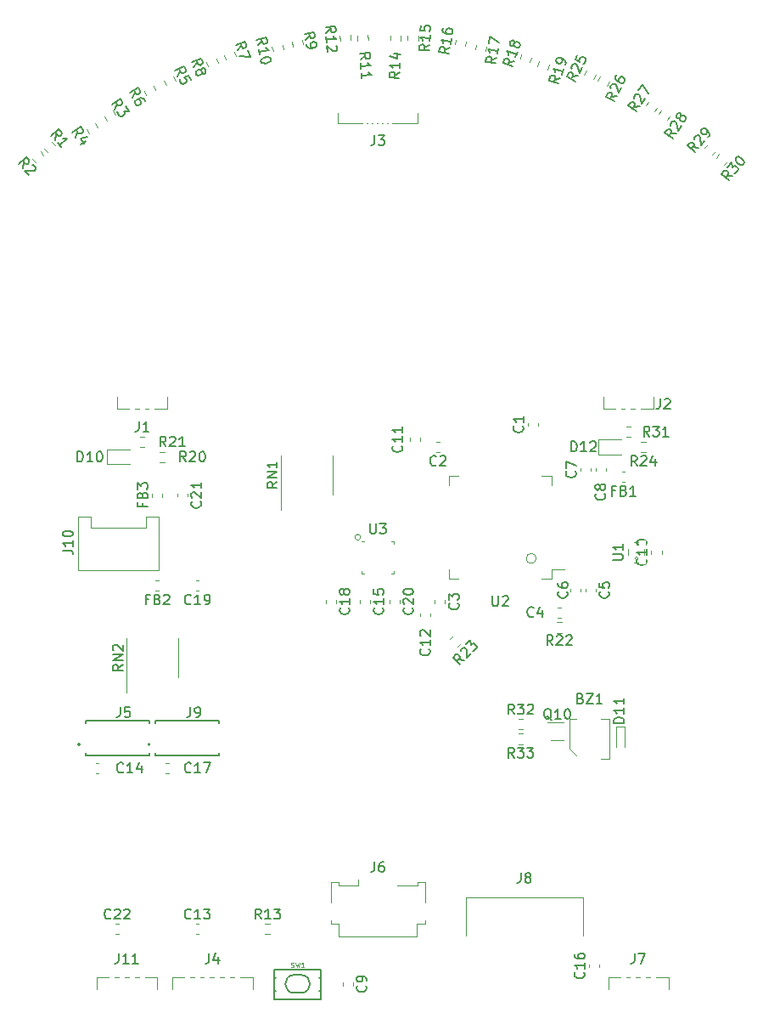
<source format=gto>
G04 #@! TF.GenerationSoftware,KiCad,Pcbnew,(5.1.10)-1*
G04 #@! TF.CreationDate,2022-02-06T13:53:10+09:00*
G04 #@! TF.ProjectId,Main,4d61696e-2e6b-4696-9361-645f70636258,rev?*
G04 #@! TF.SameCoordinates,Original*
G04 #@! TF.FileFunction,Legend,Top*
G04 #@! TF.FilePolarity,Positive*
%FSLAX46Y46*%
G04 Gerber Fmt 4.6, Leading zero omitted, Abs format (unit mm)*
G04 Created by KiCad (PCBNEW (5.1.10)-1) date 2022-02-06 13:53:10*
%MOMM*%
%LPD*%
G01*
G04 APERTURE LIST*
%ADD10C,0.120000*%
%ADD11C,0.200000*%
%ADD12C,0.127000*%
%ADD13C,0.150000*%
%ADD14R,2.400000X2.000000*%
%ADD15R,1.750000X1.600000*%
%ADD16C,0.100000*%
%ADD17R,1.650000X1.300000*%
%ADD18R,0.300000X1.000000*%
%ADD19R,0.500000X0.530000*%
%ADD20R,0.600000X1.550000*%
%ADD21R,1.200000X1.800000*%
%ADD22R,1.060000X1.060000*%
%ADD23C,1.060000*%
%ADD24R,2.000000X1.300000*%
%ADD25R,0.400000X1.000000*%
%ADD26C,1.200000*%
%ADD27R,0.510000X0.400000*%
%ADD28R,1.050000X0.650000*%
%ADD29R,0.800000X0.900000*%
G04 APERTURE END LIST*
D10*
X15800000Y-100000D02*
G75*
G03*
X15800000Y-100000I-500000J0D01*
G01*
X-1717157Y2000000D02*
G75*
G03*
X-1717157Y2000000I-282843J0D01*
G01*
X23100000Y-16100000D02*
X23100000Y-20100000D01*
X19100000Y-16100000D02*
X23100000Y-16100000D01*
X19100000Y-19100000D02*
X19100000Y-16100000D01*
X20100000Y-20100000D02*
X19100000Y-19100000D01*
X23100000Y-20100000D02*
X20100000Y-20100000D01*
X8040000Y8110000D02*
X7090000Y8110000D01*
X7090000Y8110000D02*
X7090000Y7160000D01*
X16360000Y8110000D02*
X17310000Y8110000D01*
X17310000Y8110000D02*
X17310000Y7160000D01*
X8040000Y-2110000D02*
X7090000Y-2110000D01*
X7090000Y-2110000D02*
X7090000Y-1160000D01*
X16360000Y-2110000D02*
X17310000Y-2110000D01*
X17310000Y-2110000D02*
X17310000Y-1160000D01*
X17310000Y-1160000D02*
X18650000Y-1160000D01*
X8731692Y50938118D02*
X8801830Y51407422D01*
X7698170Y51092578D02*
X7768308Y51561882D01*
X1360000Y1610000D02*
X1610000Y1610000D01*
X1610000Y1610000D02*
X1610000Y1360000D01*
X-1360000Y-1610000D02*
X-1610000Y-1610000D01*
X-1610000Y-1610000D02*
X-1610000Y-1360000D01*
X1360000Y-1610000D02*
X1610000Y-1610000D01*
X1610000Y-1610000D02*
X1610000Y-1360000D01*
X-1360000Y1610000D02*
X-1610000Y1610000D01*
X20450000Y-37666670D02*
X20450000Y-33866666D01*
X20450000Y-33866666D02*
X8750000Y-33866666D01*
X8750000Y-33866666D02*
X8750000Y-37666670D01*
X14990000Y13109420D02*
X14990000Y13390580D01*
X16010000Y13109420D02*
X16010000Y13390580D01*
X6140580Y11510000D02*
X5859420Y11510000D01*
X6140580Y10490000D02*
X5859420Y10490000D01*
X5690000Y-4259420D02*
X5690000Y-4540580D01*
X6710000Y-4259420D02*
X6710000Y-4540580D01*
X17959420Y-4990000D02*
X18240580Y-4990000D01*
X17959420Y-6010000D02*
X18240580Y-6010000D01*
X21710000Y-3109420D02*
X21710000Y-3390580D01*
X20690000Y-3109420D02*
X20690000Y-3390580D01*
X19190000Y-3109420D02*
X19190000Y-3390580D01*
X20210000Y-3109420D02*
X20210000Y-3390580D01*
X20240000Y8609420D02*
X20240000Y8890580D01*
X21260000Y8609420D02*
X21260000Y8890580D01*
X22760000Y8609420D02*
X22760000Y8890580D01*
X21740000Y8609420D02*
X21740000Y8890580D01*
X-3510000Y-42359420D02*
X-3510000Y-42640580D01*
X-2490000Y-42359420D02*
X-2490000Y-42640580D01*
X27290000Y359420D02*
X27290000Y640580D01*
X28310000Y359420D02*
X28310000Y640580D01*
X3190000Y11890580D02*
X3190000Y11609420D01*
X4210000Y11890580D02*
X4210000Y11609420D01*
X5210000Y-5609420D02*
X5210000Y-5890580D01*
X4190000Y-5609420D02*
X4190000Y-5890580D01*
X-18140580Y-36490000D02*
X-17859420Y-36490000D01*
X-18140580Y-37510000D02*
X-17859420Y-37510000D01*
X-28140580Y-20490000D02*
X-27859420Y-20490000D01*
X-28140580Y-21510000D02*
X-27859420Y-21510000D01*
X-790000Y-4259420D02*
X-790000Y-4540580D01*
X-1810000Y-4259420D02*
X-1810000Y-4540580D01*
X22110000Y-40840580D02*
X22110000Y-40559420D01*
X21090000Y-40840580D02*
X21090000Y-40559420D01*
X-21140580Y-21510000D02*
X-20859420Y-21510000D01*
X-21140580Y-20490000D02*
X-20859420Y-20490000D01*
X-5210000Y-4259420D02*
X-5210000Y-4540580D01*
X-4190000Y-4259420D02*
X-4190000Y-4540580D01*
X-18140580Y-3310000D02*
X-17859420Y-3310000D01*
X-18140580Y-2290000D02*
X-17859420Y-2290000D01*
X1140000Y-4259420D02*
X1140000Y-4540580D01*
X2160000Y-4259420D02*
X2160000Y-4540580D01*
X-18990000Y6340580D02*
X-18990000Y6059420D01*
X-20010000Y6340580D02*
X-20010000Y6059420D01*
X-26140580Y-36490000D02*
X-25859420Y-36490000D01*
X-26140580Y-37510000D02*
X-25859420Y-37510000D01*
X-26985000Y9265000D02*
X-24700000Y9265000D01*
X-26985000Y10735000D02*
X-26985000Y9265000D01*
X-24700000Y10735000D02*
X-26985000Y10735000D01*
X23775000Y-16850000D02*
X23775000Y-18881250D01*
X24625000Y-16850000D02*
X23775000Y-16850000D01*
X24625000Y-18881250D02*
X24625000Y-16850000D01*
X22015000Y10265000D02*
X24300000Y10265000D01*
X22015000Y11735000D02*
X22015000Y10265000D01*
X24300000Y11735000D02*
X22015000Y11735000D01*
X24662779Y7490000D02*
X24337221Y7490000D01*
X24662779Y8510000D02*
X24337221Y8510000D01*
X-22162779Y-2290000D02*
X-21837221Y-2290000D01*
X-22162779Y-3310000D02*
X-21837221Y-3310000D01*
X-21490000Y6037221D02*
X-21490000Y6362779D01*
X-22510000Y6037221D02*
X-22510000Y6362779D01*
X-26000000Y14800000D02*
X-26000000Y16000000D01*
X-21000000Y14800000D02*
X-21000000Y16000000D01*
X-21000000Y14800000D02*
X-26000000Y14800000D01*
X27500000Y14800000D02*
X22500000Y14800000D01*
X27500000Y14800000D02*
X27500000Y16000000D01*
X22500000Y14800000D02*
X22500000Y16000000D01*
X-4000000Y44250000D02*
X-4000000Y43250000D01*
X-4000000Y43250000D02*
X4000000Y43250000D01*
X4000000Y43250000D02*
X4000000Y44250000D01*
X-12500000Y-41800000D02*
X-12500000Y-43000000D01*
X-20500000Y-41800000D02*
X-12500000Y-41800000D01*
X-20500000Y-41800000D02*
X-20500000Y-43000000D01*
D11*
X-29710000Y-18635000D02*
G75*
G03*
X-29710000Y-18635000I-100000J0D01*
G01*
X-29175000Y-19715000D02*
X-29175000Y-19515000D01*
X-29175000Y-16285000D02*
X-29175000Y-16485000D01*
X-22825000Y-19715000D02*
X-22825000Y-19515000D01*
X-22825000Y-16285000D02*
X-22825000Y-16485000D01*
X-29175000Y-19715000D02*
X-22825000Y-19715000D01*
X-29175000Y-16285000D02*
X-22825000Y-16285000D01*
D10*
X23000000Y-41800000D02*
X23000000Y-43000000D01*
X23000000Y-41800000D02*
X29000000Y-41800000D01*
X29000000Y-41800000D02*
X29000000Y-43000000D01*
X-1960000Y-32090000D02*
X-1960000Y-32680000D01*
X-1960000Y-32680000D02*
X-3940000Y-32680000D01*
X-3940000Y-32680000D02*
X-3940000Y-32330000D01*
X-3940000Y-32330000D02*
X-4710000Y-32330000D01*
X-4710000Y-32330000D02*
X-4710000Y-34380000D01*
X-4710000Y-36200000D02*
X-4710000Y-36500000D01*
X-4710000Y-36500000D02*
X-3910000Y-36500000D01*
X-3910000Y-36500000D02*
X-3910000Y-37800000D01*
X-3910000Y-37800000D02*
X3910000Y-37800000D01*
X3910000Y-37800000D02*
X3910000Y-36500000D01*
X3910000Y-36500000D02*
X4710000Y-36500000D01*
X4710000Y-36500000D02*
X4710000Y-36200000D01*
X4710000Y-34380000D02*
X4710000Y-32330000D01*
X4710000Y-32330000D02*
X3940000Y-32330000D01*
X3940000Y-32330000D02*
X3940000Y-32680000D01*
X3940000Y-32680000D02*
X1960000Y-32680000D01*
D11*
X-22175000Y-16285000D02*
X-15825000Y-16285000D01*
X-22175000Y-19715000D02*
X-15825000Y-19715000D01*
X-15825000Y-16285000D02*
X-15825000Y-16485000D01*
X-15825000Y-19715000D02*
X-15825000Y-19515000D01*
X-22175000Y-16285000D02*
X-22175000Y-16485000D01*
X-22175000Y-19715000D02*
X-22175000Y-19515000D01*
X-22710000Y-18635000D02*
G75*
G03*
X-22710000Y-18635000I-100000J0D01*
G01*
D10*
X-28650000Y4049996D02*
X-28650000Y2945831D01*
X-29900000Y4049996D02*
X-28650000Y4049996D01*
X-23150000Y4049996D02*
X-21900000Y4049996D01*
X-28650000Y2945831D02*
X-23150000Y2945831D01*
X-23150000Y2945831D02*
X-23150000Y4049996D01*
X-29900000Y4050000D02*
X-29900000Y-1250000D01*
X-29900000Y-1250000D02*
X-21900000Y-1250000D01*
X-21900000Y-1250000D02*
X-21900000Y4050000D01*
X-22000000Y-41800000D02*
X-22000000Y-43000000D01*
X-28000000Y-41800000D02*
X-22000000Y-41800000D01*
X-28000000Y-41800000D02*
X-28000000Y-43000000D01*
X18550000Y-18250000D02*
X17250000Y-18250000D01*
X16900000Y-16450000D02*
X18550000Y-16450000D01*
X-32200584Y41065649D02*
X-32513143Y41422682D01*
X-32986857Y40377318D02*
X-33299416Y40734351D01*
X-33350584Y40065649D02*
X-33663143Y40422682D01*
X-34136857Y39377318D02*
X-34449416Y39734351D01*
X-27053055Y43512706D02*
X-27316337Y43907482D01*
X-26183663Y44092518D02*
X-26446945Y44487294D01*
X-27933663Y42842518D02*
X-28196945Y43237294D01*
X-28803055Y42262706D02*
X-29066337Y42657482D01*
X-21114067Y47056431D02*
X-21323568Y47482195D01*
X-20176432Y47517805D02*
X-20385933Y47943569D01*
X-23114067Y46056431D02*
X-23323568Y46482195D01*
X-22176432Y46517805D02*
X-22385933Y46943569D01*
X-15168849Y49607746D02*
X-15320985Y50057213D01*
X-14179015Y49942787D02*
X-14331151Y50392254D01*
X-15943521Y49224235D02*
X-16095657Y49673702D01*
X-16933355Y48889194D02*
X-17085491Y49338661D01*
X-8466465Y50915773D02*
X-8558633Y51381252D01*
X-7441367Y51118748D02*
X-7533535Y51584227D01*
X-10466465Y50415773D02*
X-10558633Y50881252D01*
X-9441367Y50618748D02*
X-9533535Y51084227D01*
X-2006100Y51479518D02*
X-2036722Y51953045D01*
X-963278Y51546955D02*
X-993900Y52020482D01*
X-2713278Y51546955D02*
X-2743900Y52020482D01*
X-3756100Y51479518D02*
X-3786722Y51953045D01*
X-11237258Y-37522500D02*
X-10762742Y-37522500D01*
X-11237258Y-36477500D02*
X-10762742Y-36477500D01*
X2259827Y51486611D02*
X2283834Y51960519D01*
X1216166Y51539481D02*
X1240173Y52013389D01*
X2966166Y51539481D02*
X2990173Y52013389D01*
X4009827Y51486611D02*
X4033834Y51960519D01*
X9698170Y50592578D02*
X9768308Y51061882D01*
X10731692Y50438118D02*
X10801830Y50907422D01*
X14178916Y49693784D02*
X14331836Y50142984D01*
X15168164Y49357016D02*
X15321084Y49806216D01*
X16918164Y48607016D02*
X17071084Y49056216D01*
X15928916Y48943784D02*
X16081836Y49392984D01*
X-21262742Y10522500D02*
X-21737258Y10522500D01*
X-21262742Y9477500D02*
X-21737258Y9477500D01*
X-23262742Y10977500D02*
X-23737258Y10977500D01*
X-23262742Y12022500D02*
X-23737258Y12022500D01*
X17862742Y-7522500D02*
X18337258Y-7522500D01*
X17862742Y-6477500D02*
X18337258Y-6477500D01*
X7935060Y-8903867D02*
X8270593Y-8568334D01*
X7196133Y-8164940D02*
X7531666Y-7829407D01*
X26737258Y10477500D02*
X26262742Y10477500D01*
X26737258Y11522500D02*
X26262742Y11522500D01*
X20576464Y48118806D02*
X20786708Y48544203D01*
X21513292Y47655797D02*
X21723536Y48081194D01*
X22863292Y47005797D02*
X23073536Y47431194D01*
X21926464Y47468806D02*
X22136708Y47894203D01*
X27602204Y44412178D02*
X27866175Y44806493D01*
X26733825Y44993507D02*
X26997796Y45387822D01*
X27983825Y44143507D02*
X28247796Y44537822D01*
X28852204Y43562178D02*
X29116175Y43956493D01*
X33385945Y40101906D02*
X33699126Y40458393D01*
X32600874Y40791607D02*
X32914055Y41148094D01*
X33750874Y39816607D02*
X34064055Y40173094D01*
X34535945Y39126906D02*
X34849126Y39483393D01*
X25237258Y13022500D02*
X24762742Y13022500D01*
X25237258Y11977500D02*
X24762742Y11977500D01*
X14012742Y-16077500D02*
X14487258Y-16077500D01*
X14012742Y-17122500D02*
X14487258Y-17122500D01*
X14012742Y-18622500D02*
X14487258Y-18622500D01*
X14012742Y-17577500D02*
X14487258Y-17577500D01*
X-9660000Y8200000D02*
X-9660000Y4750000D01*
X-9660000Y8200000D02*
X-9660000Y10150000D01*
X-4540000Y8200000D02*
X-4540000Y6250000D01*
X-4540000Y8200000D02*
X-4540000Y10150000D01*
X-19940000Y-10000000D02*
X-19940000Y-8050000D01*
X-19940000Y-10000000D02*
X-19940000Y-11950000D01*
X-25060000Y-10000000D02*
X-25060000Y-8050000D01*
X-25060000Y-10000000D02*
X-25060000Y-13450000D01*
D12*
G36*
X-10332500Y-44000000D02*
G01*
X-9432500Y-44000000D01*
X-10332500Y-43100000D01*
X-10332500Y-44000000D01*
G37*
X-10332500Y-44000000D02*
X-9432500Y-44000000D01*
X-10332500Y-43100000D01*
X-10332500Y-44000000D01*
G36*
X-5667500Y-44000000D02*
G01*
X-5667500Y-43100000D01*
X-6567500Y-44000000D01*
X-5667500Y-44000000D01*
G37*
X-5667500Y-44000000D02*
X-5667500Y-43100000D01*
X-6567500Y-44000000D01*
X-5667500Y-44000000D01*
G36*
X-5667500Y-41100000D02*
G01*
X-6567500Y-41100000D01*
X-5667500Y-42000000D01*
X-5667500Y-41100000D01*
G37*
X-5667500Y-41100000D02*
X-6567500Y-41100000D01*
X-5667500Y-42000000D01*
X-5667500Y-41100000D01*
G36*
X-10332500Y-41100000D02*
G01*
X-10332500Y-42000000D01*
X-9432500Y-41100000D01*
X-10332500Y-41100000D01*
G37*
X-10332500Y-41100000D02*
X-10332500Y-42000000D01*
X-9432500Y-41100000D01*
X-10332500Y-41100000D01*
X-10332500Y-44000000D02*
X-10332500Y-41100000D01*
X-5667500Y-44000000D02*
X-10332500Y-44000000D01*
X-5667500Y-41100000D02*
X-5667500Y-44000000D01*
X-10332500Y-41100000D02*
X-5667500Y-41100000D01*
X-7667500Y-43400000D02*
X-8332500Y-43400000D01*
X-8332500Y-41600000D02*
X-7667500Y-41600000D01*
X-7667500Y-41600000D02*
G75*
G02*
X-7667500Y-43400000I0J-900000D01*
G01*
X-8332500Y-43400000D02*
G75*
G02*
X-8332500Y-41600000I0J900000D01*
G01*
D10*
X25000000Y-500000D02*
X26600000Y-500000D01*
X26600000Y-500000D02*
X26600000Y1500000D01*
X26600000Y1500000D02*
X25000000Y1500000D01*
X25000000Y1500000D02*
X25000000Y-500000D01*
X25966666Y-83331D02*
G75*
G03*
X25966666Y-83331I-166666J0D01*
G01*
D13*
X20219047Y-14028571D02*
X20361904Y-14076190D01*
X20409523Y-14123809D01*
X20457142Y-14219047D01*
X20457142Y-14361904D01*
X20409523Y-14457142D01*
X20361904Y-14504761D01*
X20266666Y-14552380D01*
X19885714Y-14552380D01*
X19885714Y-13552380D01*
X20219047Y-13552380D01*
X20314285Y-13600000D01*
X20361904Y-13647619D01*
X20409523Y-13742857D01*
X20409523Y-13838095D01*
X20361904Y-13933333D01*
X20314285Y-13980952D01*
X20219047Y-14028571D01*
X19885714Y-14028571D01*
X20790476Y-13552380D02*
X21457142Y-13552380D01*
X20790476Y-14552380D01*
X21457142Y-14552380D01*
X22361904Y-14552380D02*
X21790476Y-14552380D01*
X22076190Y-14552380D02*
X22076190Y-13552380D01*
X21980952Y-13695238D01*
X21885714Y-13790476D01*
X21790476Y-13838095D01*
X11438095Y-3852380D02*
X11438095Y-4661904D01*
X11485714Y-4757142D01*
X11533333Y-4804761D01*
X11628571Y-4852380D01*
X11819047Y-4852380D01*
X11914285Y-4804761D01*
X11961904Y-4757142D01*
X12009523Y-4661904D01*
X12009523Y-3852380D01*
X12438095Y-3947619D02*
X12485714Y-3900000D01*
X12580952Y-3852380D01*
X12819047Y-3852380D01*
X12914285Y-3900000D01*
X12961904Y-3947619D01*
X13009523Y-4042857D01*
X13009523Y-4138095D01*
X12961904Y-4280952D01*
X12390476Y-4852380D01*
X13009523Y-4852380D01*
X7188098Y50758704D02*
X6667868Y50499418D01*
X7103636Y50193553D02*
X6114620Y50341362D01*
X6170928Y50718130D01*
X6232101Y50805283D01*
X6286236Y50845341D01*
X6387466Y50878360D01*
X6528754Y50857244D01*
X6615908Y50796071D01*
X6655965Y50741936D01*
X6688984Y50640706D01*
X6632676Y50263938D01*
X7328869Y51700624D02*
X7244406Y51135472D01*
X7286638Y51418048D02*
X6297622Y51565858D01*
X6424833Y51450550D01*
X6504948Y51342281D01*
X6537967Y51241051D01*
X6466547Y52696162D02*
X6438393Y52507778D01*
X6471412Y52406547D01*
X6511469Y52352413D01*
X6638680Y52237105D01*
X6820025Y52161855D01*
X7196793Y52105546D01*
X7298024Y52138565D01*
X7352158Y52178623D01*
X7413331Y52265776D01*
X7441486Y52454160D01*
X7408467Y52555391D01*
X7368409Y52609525D01*
X7281256Y52670698D01*
X7045776Y52705891D01*
X6944545Y52672872D01*
X6890411Y52632815D01*
X6829238Y52545661D01*
X6801084Y52357277D01*
X6834102Y52256047D01*
X6874160Y52201912D01*
X6961313Y52140739D01*
X-761904Y3367619D02*
X-761904Y2558095D01*
X-714285Y2462857D01*
X-666666Y2415238D01*
X-571428Y2367619D01*
X-380952Y2367619D01*
X-285714Y2415238D01*
X-238095Y2462857D01*
X-190476Y2558095D01*
X-190476Y3367619D01*
X190476Y3367619D02*
X809523Y3367619D01*
X476190Y2986666D01*
X619047Y2986666D01*
X714285Y2939047D01*
X761904Y2891428D01*
X809523Y2796190D01*
X809523Y2558095D01*
X761904Y2462857D01*
X714285Y2415238D01*
X619047Y2367619D01*
X333333Y2367619D01*
X238095Y2415238D01*
X190476Y2462857D01*
X14266666Y-31419044D02*
X14266666Y-32133330D01*
X14219047Y-32276187D01*
X14123809Y-32371425D01*
X13980952Y-32419044D01*
X13885714Y-32419044D01*
X14885714Y-31847616D02*
X14790476Y-31799997D01*
X14742857Y-31752378D01*
X14695238Y-31657140D01*
X14695238Y-31609521D01*
X14742857Y-31514283D01*
X14790476Y-31466664D01*
X14885714Y-31419044D01*
X15076190Y-31419044D01*
X15171428Y-31466664D01*
X15219047Y-31514283D01*
X15266666Y-31609521D01*
X15266666Y-31657140D01*
X15219047Y-31752378D01*
X15171428Y-31799997D01*
X15076190Y-31847616D01*
X14885714Y-31847616D01*
X14790476Y-31895235D01*
X14742857Y-31942854D01*
X14695238Y-32038092D01*
X14695238Y-32228568D01*
X14742857Y-32323806D01*
X14790476Y-32371425D01*
X14885714Y-32419044D01*
X15076190Y-32419044D01*
X15171428Y-32371425D01*
X15219047Y-32323806D01*
X15266666Y-32228568D01*
X15266666Y-32038092D01*
X15219047Y-31942854D01*
X15171428Y-31895235D01*
X15076190Y-31847616D01*
X14427142Y13083333D02*
X14474761Y13035714D01*
X14522380Y12892857D01*
X14522380Y12797619D01*
X14474761Y12654761D01*
X14379523Y12559523D01*
X14284285Y12511904D01*
X14093809Y12464285D01*
X13950952Y12464285D01*
X13760476Y12511904D01*
X13665238Y12559523D01*
X13570000Y12654761D01*
X13522380Y12797619D01*
X13522380Y12892857D01*
X13570000Y13035714D01*
X13617619Y13083333D01*
X14522380Y14035714D02*
X14522380Y13464285D01*
X14522380Y13750000D02*
X13522380Y13750000D01*
X13665238Y13654761D01*
X13760476Y13559523D01*
X13808095Y13464285D01*
X5833333Y9212857D02*
X5785714Y9165238D01*
X5642857Y9117619D01*
X5547619Y9117619D01*
X5404761Y9165238D01*
X5309523Y9260476D01*
X5261904Y9355714D01*
X5214285Y9546190D01*
X5214285Y9689047D01*
X5261904Y9879523D01*
X5309523Y9974761D01*
X5404761Y10070000D01*
X5547619Y10117619D01*
X5642857Y10117619D01*
X5785714Y10070000D01*
X5833333Y10022380D01*
X6214285Y10022380D02*
X6261904Y10070000D01*
X6357142Y10117619D01*
X6595238Y10117619D01*
X6690476Y10070000D01*
X6738095Y10022380D01*
X6785714Y9927142D01*
X6785714Y9831904D01*
X6738095Y9689047D01*
X6166666Y9117619D01*
X6785714Y9117619D01*
X7987142Y-4566666D02*
X8034761Y-4614285D01*
X8082380Y-4757142D01*
X8082380Y-4852380D01*
X8034761Y-4995238D01*
X7939523Y-5090476D01*
X7844285Y-5138095D01*
X7653809Y-5185714D01*
X7510952Y-5185714D01*
X7320476Y-5138095D01*
X7225238Y-5090476D01*
X7130000Y-4995238D01*
X7082380Y-4852380D01*
X7082380Y-4757142D01*
X7130000Y-4614285D01*
X7177619Y-4566666D01*
X7082380Y-4233333D02*
X7082380Y-3614285D01*
X7463333Y-3947619D01*
X7463333Y-3804761D01*
X7510952Y-3709523D01*
X7558571Y-3661904D01*
X7653809Y-3614285D01*
X7891904Y-3614285D01*
X7987142Y-3661904D01*
X8034761Y-3709523D01*
X8082380Y-3804761D01*
X8082380Y-4090476D01*
X8034761Y-4185714D01*
X7987142Y-4233333D01*
X15533333Y-5857142D02*
X15485714Y-5904761D01*
X15342857Y-5952380D01*
X15247619Y-5952380D01*
X15104761Y-5904761D01*
X15009523Y-5809523D01*
X14961904Y-5714285D01*
X14914285Y-5523809D01*
X14914285Y-5380952D01*
X14961904Y-5190476D01*
X15009523Y-5095238D01*
X15104761Y-5000000D01*
X15247619Y-4952380D01*
X15342857Y-4952380D01*
X15485714Y-5000000D01*
X15533333Y-5047619D01*
X16390476Y-5285714D02*
X16390476Y-5952380D01*
X16152380Y-4904761D02*
X15914285Y-5619047D01*
X16533333Y-5619047D01*
X22987142Y-3416666D02*
X23034761Y-3464285D01*
X23082380Y-3607142D01*
X23082380Y-3702380D01*
X23034761Y-3845238D01*
X22939523Y-3940476D01*
X22844285Y-3988095D01*
X22653809Y-4035714D01*
X22510952Y-4035714D01*
X22320476Y-3988095D01*
X22225238Y-3940476D01*
X22130000Y-3845238D01*
X22082380Y-3702380D01*
X22082380Y-3607142D01*
X22130000Y-3464285D01*
X22177619Y-3416666D01*
X22082380Y-2511904D02*
X22082380Y-2988095D01*
X22558571Y-3035714D01*
X22510952Y-2988095D01*
X22463333Y-2892857D01*
X22463333Y-2654761D01*
X22510952Y-2559523D01*
X22558571Y-2511904D01*
X22653809Y-2464285D01*
X22891904Y-2464285D01*
X22987142Y-2511904D01*
X23034761Y-2559523D01*
X23082380Y-2654761D01*
X23082380Y-2892857D01*
X23034761Y-2988095D01*
X22987142Y-3035714D01*
X18857142Y-3416666D02*
X18904761Y-3464285D01*
X18952380Y-3607142D01*
X18952380Y-3702380D01*
X18904761Y-3845238D01*
X18809523Y-3940476D01*
X18714285Y-3988095D01*
X18523809Y-4035714D01*
X18380952Y-4035714D01*
X18190476Y-3988095D01*
X18095238Y-3940476D01*
X18000000Y-3845238D01*
X17952380Y-3702380D01*
X17952380Y-3607142D01*
X18000000Y-3464285D01*
X18047619Y-3416666D01*
X17952380Y-2559523D02*
X17952380Y-2750000D01*
X18000000Y-2845238D01*
X18047619Y-2892857D01*
X18190476Y-2988095D01*
X18380952Y-3035714D01*
X18761904Y-3035714D01*
X18857142Y-2988095D01*
X18904761Y-2940476D01*
X18952380Y-2845238D01*
X18952380Y-2654761D01*
X18904761Y-2559523D01*
X18857142Y-2511904D01*
X18761904Y-2464285D01*
X18523809Y-2464285D01*
X18428571Y-2511904D01*
X18380952Y-2559523D01*
X18333333Y-2654761D01*
X18333333Y-2845238D01*
X18380952Y-2940476D01*
X18428571Y-2988095D01*
X18523809Y-3035714D01*
X19677142Y8583333D02*
X19724761Y8535714D01*
X19772380Y8392857D01*
X19772380Y8297619D01*
X19724761Y8154761D01*
X19629523Y8059523D01*
X19534285Y8011904D01*
X19343809Y7964285D01*
X19200952Y7964285D01*
X19010476Y8011904D01*
X18915238Y8059523D01*
X18820000Y8154761D01*
X18772380Y8297619D01*
X18772380Y8392857D01*
X18820000Y8535714D01*
X18867619Y8583333D01*
X18772380Y8916666D02*
X18772380Y9583333D01*
X19772380Y9154761D01*
X22607142Y6333333D02*
X22654761Y6285714D01*
X22702380Y6142857D01*
X22702380Y6047619D01*
X22654761Y5904761D01*
X22559523Y5809523D01*
X22464285Y5761904D01*
X22273809Y5714285D01*
X22130952Y5714285D01*
X21940476Y5761904D01*
X21845238Y5809523D01*
X21750000Y5904761D01*
X21702380Y6047619D01*
X21702380Y6142857D01*
X21750000Y6285714D01*
X21797619Y6333333D01*
X22130952Y6904761D02*
X22083333Y6809523D01*
X22035714Y6761904D01*
X21940476Y6714285D01*
X21892857Y6714285D01*
X21797619Y6761904D01*
X21750000Y6809523D01*
X21702380Y6904761D01*
X21702380Y7095238D01*
X21750000Y7190476D01*
X21797619Y7238095D01*
X21892857Y7285714D01*
X21940476Y7285714D01*
X22035714Y7238095D01*
X22083333Y7190476D01*
X22130952Y7095238D01*
X22130952Y6904761D01*
X22178571Y6809523D01*
X22226190Y6761904D01*
X22321428Y6714285D01*
X22511904Y6714285D01*
X22607142Y6761904D01*
X22654761Y6809523D01*
X22702380Y6904761D01*
X22702380Y7095238D01*
X22654761Y7190476D01*
X22607142Y7238095D01*
X22511904Y7285714D01*
X22321428Y7285714D01*
X22226190Y7238095D01*
X22178571Y7190476D01*
X22130952Y7095238D01*
X-1212857Y-42666666D02*
X-1165238Y-42714285D01*
X-1117619Y-42857142D01*
X-1117619Y-42952380D01*
X-1165238Y-43095238D01*
X-1260476Y-43190476D01*
X-1355714Y-43238095D01*
X-1546190Y-43285714D01*
X-1689047Y-43285714D01*
X-1879523Y-43238095D01*
X-1974761Y-43190476D01*
X-2070000Y-43095238D01*
X-2117619Y-42952380D01*
X-2117619Y-42857142D01*
X-2070000Y-42714285D01*
X-2022380Y-42666666D01*
X-1117619Y-42190476D02*
X-1117619Y-42000000D01*
X-1165238Y-41904761D01*
X-1212857Y-41857142D01*
X-1355714Y-41761904D01*
X-1546190Y-41714285D01*
X-1927142Y-41714285D01*
X-2022380Y-41761904D01*
X-2070000Y-41809523D01*
X-2117619Y-41904761D01*
X-2117619Y-42095238D01*
X-2070000Y-42190476D01*
X-2022380Y-42238095D01*
X-1927142Y-42285714D01*
X-1689047Y-42285714D01*
X-1593809Y-42238095D01*
X-1546190Y-42190476D01*
X-1498571Y-42095238D01*
X-1498571Y-41904761D01*
X-1546190Y-41809523D01*
X-1593809Y-41761904D01*
X-1689047Y-41714285D01*
X26727142Y-142857D02*
X26774761Y-190476D01*
X26822380Y-333333D01*
X26822380Y-428571D01*
X26774761Y-571428D01*
X26679523Y-666666D01*
X26584285Y-714285D01*
X26393809Y-761904D01*
X26250952Y-761904D01*
X26060476Y-714285D01*
X25965238Y-666666D01*
X25870000Y-571428D01*
X25822380Y-428571D01*
X25822380Y-333333D01*
X25870000Y-190476D01*
X25917619Y-142857D01*
X26822380Y809523D02*
X26822380Y238095D01*
X26822380Y523809D02*
X25822380Y523809D01*
X25965238Y428571D01*
X26060476Y333333D01*
X26108095Y238095D01*
X25822380Y1428571D02*
X25822380Y1523809D01*
X25870000Y1619047D01*
X25917619Y1666666D01*
X26012857Y1714285D01*
X26203333Y1761904D01*
X26441428Y1761904D01*
X26631904Y1714285D01*
X26727142Y1666666D01*
X26774761Y1619047D01*
X26822380Y1523809D01*
X26822380Y1428571D01*
X26774761Y1333333D01*
X26727142Y1285714D01*
X26631904Y1238095D01*
X26441428Y1190476D01*
X26203333Y1190476D01*
X26012857Y1238095D01*
X25917619Y1285714D01*
X25870000Y1333333D01*
X25822380Y1428571D01*
X2357142Y11107142D02*
X2404761Y11059523D01*
X2452380Y10916666D01*
X2452380Y10821428D01*
X2404761Y10678571D01*
X2309523Y10583333D01*
X2214285Y10535714D01*
X2023809Y10488095D01*
X1880952Y10488095D01*
X1690476Y10535714D01*
X1595238Y10583333D01*
X1500000Y10678571D01*
X1452380Y10821428D01*
X1452380Y10916666D01*
X1500000Y11059523D01*
X1547619Y11107142D01*
X2452380Y12059523D02*
X2452380Y11488095D01*
X2452380Y11773809D02*
X1452380Y11773809D01*
X1595238Y11678571D01*
X1690476Y11583333D01*
X1738095Y11488095D01*
X2452380Y13011904D02*
X2452380Y12440476D01*
X2452380Y12726190D02*
X1452380Y12726190D01*
X1595238Y12630952D01*
X1690476Y12535714D01*
X1738095Y12440476D01*
X5107142Y-9142857D02*
X5154761Y-9190476D01*
X5202380Y-9333333D01*
X5202380Y-9428571D01*
X5154761Y-9571428D01*
X5059523Y-9666666D01*
X4964285Y-9714285D01*
X4773809Y-9761904D01*
X4630952Y-9761904D01*
X4440476Y-9714285D01*
X4345238Y-9666666D01*
X4250000Y-9571428D01*
X4202380Y-9428571D01*
X4202380Y-9333333D01*
X4250000Y-9190476D01*
X4297619Y-9142857D01*
X5202380Y-8190476D02*
X5202380Y-8761904D01*
X5202380Y-8476190D02*
X4202380Y-8476190D01*
X4345238Y-8571428D01*
X4440476Y-8666666D01*
X4488095Y-8761904D01*
X4297619Y-7809523D02*
X4250000Y-7761904D01*
X4202380Y-7666666D01*
X4202380Y-7428571D01*
X4250000Y-7333333D01*
X4297619Y-7285714D01*
X4392857Y-7238095D01*
X4488095Y-7238095D01*
X4630952Y-7285714D01*
X5202380Y-7857142D01*
X5202380Y-7238095D01*
X-18642857Y-35927142D02*
X-18690476Y-35974761D01*
X-18833333Y-36022380D01*
X-18928571Y-36022380D01*
X-19071428Y-35974761D01*
X-19166666Y-35879523D01*
X-19214285Y-35784285D01*
X-19261904Y-35593809D01*
X-19261904Y-35450952D01*
X-19214285Y-35260476D01*
X-19166666Y-35165238D01*
X-19071428Y-35070000D01*
X-18928571Y-35022380D01*
X-18833333Y-35022380D01*
X-18690476Y-35070000D01*
X-18642857Y-35117619D01*
X-17690476Y-36022380D02*
X-18261904Y-36022380D01*
X-17976190Y-36022380D02*
X-17976190Y-35022380D01*
X-18071428Y-35165238D01*
X-18166666Y-35260476D01*
X-18261904Y-35308095D01*
X-17357142Y-35022380D02*
X-16738095Y-35022380D01*
X-17071428Y-35403333D01*
X-16928571Y-35403333D01*
X-16833333Y-35450952D01*
X-16785714Y-35498571D01*
X-16738095Y-35593809D01*
X-16738095Y-35831904D01*
X-16785714Y-35927142D01*
X-16833333Y-35974761D01*
X-16928571Y-36022380D01*
X-17214285Y-36022380D01*
X-17309523Y-35974761D01*
X-17357142Y-35927142D01*
X-25392857Y-21357142D02*
X-25440476Y-21404761D01*
X-25583333Y-21452380D01*
X-25678571Y-21452380D01*
X-25821428Y-21404761D01*
X-25916666Y-21309523D01*
X-25964285Y-21214285D01*
X-26011904Y-21023809D01*
X-26011904Y-20880952D01*
X-25964285Y-20690476D01*
X-25916666Y-20595238D01*
X-25821428Y-20500000D01*
X-25678571Y-20452380D01*
X-25583333Y-20452380D01*
X-25440476Y-20500000D01*
X-25392857Y-20547619D01*
X-24440476Y-21452380D02*
X-25011904Y-21452380D01*
X-24726190Y-21452380D02*
X-24726190Y-20452380D01*
X-24821428Y-20595238D01*
X-24916666Y-20690476D01*
X-25011904Y-20738095D01*
X-23583333Y-20785714D02*
X-23583333Y-21452380D01*
X-23821428Y-20404761D02*
X-24059523Y-21119047D01*
X-23440476Y-21119047D01*
X487142Y-5042857D02*
X534761Y-5090476D01*
X582380Y-5233333D01*
X582380Y-5328571D01*
X534761Y-5471428D01*
X439523Y-5566666D01*
X344285Y-5614285D01*
X153809Y-5661904D01*
X10952Y-5661904D01*
X-179523Y-5614285D01*
X-274761Y-5566666D01*
X-370000Y-5471428D01*
X-417619Y-5328571D01*
X-417619Y-5233333D01*
X-370000Y-5090476D01*
X-322380Y-5042857D01*
X582380Y-4090476D02*
X582380Y-4661904D01*
X582380Y-4376190D02*
X-417619Y-4376190D01*
X-274761Y-4471428D01*
X-179523Y-4566666D01*
X-131904Y-4661904D01*
X-417619Y-3185714D02*
X-417619Y-3661904D01*
X58571Y-3709523D01*
X10952Y-3661904D01*
X-36666Y-3566666D01*
X-36666Y-3328571D01*
X10952Y-3233333D01*
X58571Y-3185714D01*
X153809Y-3138095D01*
X391904Y-3138095D01*
X487142Y-3185714D01*
X534761Y-3233333D01*
X582380Y-3328571D01*
X582380Y-3566666D01*
X534761Y-3661904D01*
X487142Y-3709523D01*
X20527142Y-41342857D02*
X20574761Y-41390476D01*
X20622380Y-41533333D01*
X20622380Y-41628571D01*
X20574761Y-41771428D01*
X20479523Y-41866666D01*
X20384285Y-41914285D01*
X20193809Y-41961904D01*
X20050952Y-41961904D01*
X19860476Y-41914285D01*
X19765238Y-41866666D01*
X19670000Y-41771428D01*
X19622380Y-41628571D01*
X19622380Y-41533333D01*
X19670000Y-41390476D01*
X19717619Y-41342857D01*
X20622380Y-40390476D02*
X20622380Y-40961904D01*
X20622380Y-40676190D02*
X19622380Y-40676190D01*
X19765238Y-40771428D01*
X19860476Y-40866666D01*
X19908095Y-40961904D01*
X19622380Y-39533333D02*
X19622380Y-39723809D01*
X19670000Y-39819047D01*
X19717619Y-39866666D01*
X19860476Y-39961904D01*
X20050952Y-40009523D01*
X20431904Y-40009523D01*
X20527142Y-39961904D01*
X20574761Y-39914285D01*
X20622380Y-39819047D01*
X20622380Y-39628571D01*
X20574761Y-39533333D01*
X20527142Y-39485714D01*
X20431904Y-39438095D01*
X20193809Y-39438095D01*
X20098571Y-39485714D01*
X20050952Y-39533333D01*
X20003333Y-39628571D01*
X20003333Y-39819047D01*
X20050952Y-39914285D01*
X20098571Y-39961904D01*
X20193809Y-40009523D01*
X-18642857Y-21357142D02*
X-18690476Y-21404761D01*
X-18833333Y-21452380D01*
X-18928571Y-21452380D01*
X-19071428Y-21404761D01*
X-19166666Y-21309523D01*
X-19214285Y-21214285D01*
X-19261904Y-21023809D01*
X-19261904Y-20880952D01*
X-19214285Y-20690476D01*
X-19166666Y-20595238D01*
X-19071428Y-20500000D01*
X-18928571Y-20452380D01*
X-18833333Y-20452380D01*
X-18690476Y-20500000D01*
X-18642857Y-20547619D01*
X-17690476Y-21452380D02*
X-18261904Y-21452380D01*
X-17976190Y-21452380D02*
X-17976190Y-20452380D01*
X-18071428Y-20595238D01*
X-18166666Y-20690476D01*
X-18261904Y-20738095D01*
X-17357142Y-20452380D02*
X-16690476Y-20452380D01*
X-17119047Y-21452380D01*
X-2912857Y-5042857D02*
X-2865238Y-5090476D01*
X-2817619Y-5233333D01*
X-2817619Y-5328571D01*
X-2865238Y-5471428D01*
X-2960476Y-5566666D01*
X-3055714Y-5614285D01*
X-3246190Y-5661904D01*
X-3389047Y-5661904D01*
X-3579523Y-5614285D01*
X-3674761Y-5566666D01*
X-3770000Y-5471428D01*
X-3817619Y-5328571D01*
X-3817619Y-5233333D01*
X-3770000Y-5090476D01*
X-3722380Y-5042857D01*
X-2817619Y-4090476D02*
X-2817619Y-4661904D01*
X-2817619Y-4376190D02*
X-3817619Y-4376190D01*
X-3674761Y-4471428D01*
X-3579523Y-4566666D01*
X-3531904Y-4661904D01*
X-3389047Y-3519047D02*
X-3436666Y-3614285D01*
X-3484285Y-3661904D01*
X-3579523Y-3709523D01*
X-3627142Y-3709523D01*
X-3722380Y-3661904D01*
X-3770000Y-3614285D01*
X-3817619Y-3519047D01*
X-3817619Y-3328571D01*
X-3770000Y-3233333D01*
X-3722380Y-3185714D01*
X-3627142Y-3138095D01*
X-3579523Y-3138095D01*
X-3484285Y-3185714D01*
X-3436666Y-3233333D01*
X-3389047Y-3328571D01*
X-3389047Y-3519047D01*
X-3341428Y-3614285D01*
X-3293809Y-3661904D01*
X-3198571Y-3709523D01*
X-3008095Y-3709523D01*
X-2912857Y-3661904D01*
X-2865238Y-3614285D01*
X-2817619Y-3519047D01*
X-2817619Y-3328571D01*
X-2865238Y-3233333D01*
X-2912857Y-3185714D01*
X-3008095Y-3138095D01*
X-3198571Y-3138095D01*
X-3293809Y-3185714D01*
X-3341428Y-3233333D01*
X-3389047Y-3328571D01*
X-18642857Y-4607142D02*
X-18690476Y-4654761D01*
X-18833333Y-4702380D01*
X-18928571Y-4702380D01*
X-19071428Y-4654761D01*
X-19166666Y-4559523D01*
X-19214285Y-4464285D01*
X-19261904Y-4273809D01*
X-19261904Y-4130952D01*
X-19214285Y-3940476D01*
X-19166666Y-3845238D01*
X-19071428Y-3750000D01*
X-18928571Y-3702380D01*
X-18833333Y-3702380D01*
X-18690476Y-3750000D01*
X-18642857Y-3797619D01*
X-17690476Y-4702380D02*
X-18261904Y-4702380D01*
X-17976190Y-4702380D02*
X-17976190Y-3702380D01*
X-18071428Y-3845238D01*
X-18166666Y-3940476D01*
X-18261904Y-3988095D01*
X-17214285Y-4702380D02*
X-17023809Y-4702380D01*
X-16928571Y-4654761D01*
X-16880952Y-4607142D01*
X-16785714Y-4464285D01*
X-16738095Y-4273809D01*
X-16738095Y-3892857D01*
X-16785714Y-3797619D01*
X-16833333Y-3750000D01*
X-16928571Y-3702380D01*
X-17119047Y-3702380D01*
X-17214285Y-3750000D01*
X-17261904Y-3797619D01*
X-17309523Y-3892857D01*
X-17309523Y-4130952D01*
X-17261904Y-4226190D01*
X-17214285Y-4273809D01*
X-17119047Y-4321428D01*
X-16928571Y-4321428D01*
X-16833333Y-4273809D01*
X-16785714Y-4226190D01*
X-16738095Y-4130952D01*
X3437142Y-5042857D02*
X3484761Y-5090476D01*
X3532380Y-5233333D01*
X3532380Y-5328571D01*
X3484761Y-5471428D01*
X3389523Y-5566666D01*
X3294285Y-5614285D01*
X3103809Y-5661904D01*
X2960952Y-5661904D01*
X2770476Y-5614285D01*
X2675238Y-5566666D01*
X2580000Y-5471428D01*
X2532380Y-5328571D01*
X2532380Y-5233333D01*
X2580000Y-5090476D01*
X2627619Y-5042857D01*
X2627619Y-4661904D02*
X2580000Y-4614285D01*
X2532380Y-4519047D01*
X2532380Y-4280952D01*
X2580000Y-4185714D01*
X2627619Y-4138095D01*
X2722857Y-4090476D01*
X2818095Y-4090476D01*
X2960952Y-4138095D01*
X3532380Y-4709523D01*
X3532380Y-4090476D01*
X2532380Y-3471428D02*
X2532380Y-3376190D01*
X2580000Y-3280952D01*
X2627619Y-3233333D01*
X2722857Y-3185714D01*
X2913333Y-3138095D01*
X3151428Y-3138095D01*
X3341904Y-3185714D01*
X3437142Y-3233333D01*
X3484761Y-3280952D01*
X3532380Y-3376190D01*
X3532380Y-3471428D01*
X3484761Y-3566666D01*
X3437142Y-3614285D01*
X3341904Y-3661904D01*
X3151428Y-3709523D01*
X2913333Y-3709523D01*
X2722857Y-3661904D01*
X2627619Y-3614285D01*
X2580000Y-3566666D01*
X2532380Y-3471428D01*
X-17712857Y5557142D02*
X-17665238Y5509523D01*
X-17617619Y5366666D01*
X-17617619Y5271428D01*
X-17665238Y5128571D01*
X-17760476Y5033333D01*
X-17855714Y4985714D01*
X-18046190Y4938095D01*
X-18189047Y4938095D01*
X-18379523Y4985714D01*
X-18474761Y5033333D01*
X-18570000Y5128571D01*
X-18617619Y5271428D01*
X-18617619Y5366666D01*
X-18570000Y5509523D01*
X-18522380Y5557142D01*
X-18522380Y5938095D02*
X-18570000Y5985714D01*
X-18617619Y6080952D01*
X-18617619Y6319047D01*
X-18570000Y6414285D01*
X-18522380Y6461904D01*
X-18427142Y6509523D01*
X-18331904Y6509523D01*
X-18189047Y6461904D01*
X-17617619Y5890476D01*
X-17617619Y6509523D01*
X-17617619Y7461904D02*
X-17617619Y6890476D01*
X-17617619Y7176190D02*
X-18617619Y7176190D01*
X-18474761Y7080952D01*
X-18379523Y6985714D01*
X-18331904Y6890476D01*
X-26642857Y-35927142D02*
X-26690476Y-35974761D01*
X-26833333Y-36022380D01*
X-26928571Y-36022380D01*
X-27071428Y-35974761D01*
X-27166666Y-35879523D01*
X-27214285Y-35784285D01*
X-27261904Y-35593809D01*
X-27261904Y-35450952D01*
X-27214285Y-35260476D01*
X-27166666Y-35165238D01*
X-27071428Y-35070000D01*
X-26928571Y-35022380D01*
X-26833333Y-35022380D01*
X-26690476Y-35070000D01*
X-26642857Y-35117619D01*
X-26261904Y-35117619D02*
X-26214285Y-35070000D01*
X-26119047Y-35022380D01*
X-25880952Y-35022380D01*
X-25785714Y-35070000D01*
X-25738095Y-35117619D01*
X-25690476Y-35212857D01*
X-25690476Y-35308095D01*
X-25738095Y-35450952D01*
X-26309523Y-36022380D01*
X-25690476Y-36022380D01*
X-25309523Y-35117619D02*
X-25261904Y-35070000D01*
X-25166666Y-35022380D01*
X-24928571Y-35022380D01*
X-24833333Y-35070000D01*
X-24785714Y-35117619D01*
X-24738095Y-35212857D01*
X-24738095Y-35308095D01*
X-24785714Y-35450952D01*
X-25357142Y-36022380D01*
X-24738095Y-36022380D01*
X-29964285Y9547619D02*
X-29964285Y10547619D01*
X-29726190Y10547619D01*
X-29583333Y10500000D01*
X-29488095Y10404761D01*
X-29440476Y10309523D01*
X-29392857Y10119047D01*
X-29392857Y9976190D01*
X-29440476Y9785714D01*
X-29488095Y9690476D01*
X-29583333Y9595238D01*
X-29726190Y9547619D01*
X-29964285Y9547619D01*
X-28440476Y9547619D02*
X-29011904Y9547619D01*
X-28726190Y9547619D02*
X-28726190Y10547619D01*
X-28821428Y10404761D01*
X-28916666Y10309523D01*
X-29011904Y10261904D01*
X-27821428Y10547619D02*
X-27726190Y10547619D01*
X-27630952Y10500000D01*
X-27583333Y10452380D01*
X-27535714Y10357142D01*
X-27488095Y10166666D01*
X-27488095Y9928571D01*
X-27535714Y9738095D01*
X-27583333Y9642857D01*
X-27630952Y9595238D01*
X-27726190Y9547619D01*
X-27821428Y9547619D01*
X-27916666Y9595238D01*
X-27964285Y9642857D01*
X-28011904Y9738095D01*
X-28059523Y9928571D01*
X-28059523Y10166666D01*
X-28011904Y10357142D01*
X-27964285Y10452380D01*
X-27916666Y10500000D01*
X-27821428Y10547619D01*
X24552380Y-16514285D02*
X23552380Y-16514285D01*
X23552380Y-16276190D01*
X23600000Y-16133333D01*
X23695238Y-16038095D01*
X23790476Y-15990476D01*
X23980952Y-15942857D01*
X24123809Y-15942857D01*
X24314285Y-15990476D01*
X24409523Y-16038095D01*
X24504761Y-16133333D01*
X24552380Y-16276190D01*
X24552380Y-16514285D01*
X24552380Y-14990476D02*
X24552380Y-15561904D01*
X24552380Y-15276190D02*
X23552380Y-15276190D01*
X23695238Y-15371428D01*
X23790476Y-15466666D01*
X23838095Y-15561904D01*
X24552380Y-14038095D02*
X24552380Y-14609523D01*
X24552380Y-14323809D02*
X23552380Y-14323809D01*
X23695238Y-14419047D01*
X23790476Y-14514285D01*
X23838095Y-14609523D01*
X19285714Y10547619D02*
X19285714Y11547619D01*
X19523809Y11547619D01*
X19666666Y11500000D01*
X19761904Y11404761D01*
X19809523Y11309523D01*
X19857142Y11119047D01*
X19857142Y10976190D01*
X19809523Y10785714D01*
X19761904Y10690476D01*
X19666666Y10595238D01*
X19523809Y10547619D01*
X19285714Y10547619D01*
X20809523Y10547619D02*
X20238095Y10547619D01*
X20523809Y10547619D02*
X20523809Y11547619D01*
X20428571Y11404761D01*
X20333333Y11309523D01*
X20238095Y11261904D01*
X21190476Y11452380D02*
X21238095Y11500000D01*
X21333333Y11547619D01*
X21571428Y11547619D01*
X21666666Y11500000D01*
X21714285Y11452380D01*
X21761904Y11357142D01*
X21761904Y11261904D01*
X21714285Y11119047D01*
X21142857Y10547619D01*
X21761904Y10547619D01*
X23666666Y6641428D02*
X23333333Y6641428D01*
X23333333Y6117619D02*
X23333333Y7117619D01*
X23809523Y7117619D01*
X24523809Y6641428D02*
X24666666Y6593809D01*
X24714285Y6546190D01*
X24761904Y6450952D01*
X24761904Y6308095D01*
X24714285Y6212857D01*
X24666666Y6165238D01*
X24571428Y6117619D01*
X24190476Y6117619D01*
X24190476Y7117619D01*
X24523809Y7117619D01*
X24619047Y7070000D01*
X24666666Y7022380D01*
X24714285Y6927142D01*
X24714285Y6831904D01*
X24666666Y6736666D01*
X24619047Y6689047D01*
X24523809Y6641428D01*
X24190476Y6641428D01*
X25714285Y6117619D02*
X25142857Y6117619D01*
X25428571Y6117619D02*
X25428571Y7117619D01*
X25333333Y6974761D01*
X25238095Y6879523D01*
X25142857Y6831904D01*
X-22833333Y-4178571D02*
X-23166666Y-4178571D01*
X-23166666Y-4702380D02*
X-23166666Y-3702380D01*
X-22690476Y-3702380D01*
X-21976190Y-4178571D02*
X-21833333Y-4226190D01*
X-21785714Y-4273809D01*
X-21738095Y-4369047D01*
X-21738095Y-4511904D01*
X-21785714Y-4607142D01*
X-21833333Y-4654761D01*
X-21928571Y-4702380D01*
X-22309523Y-4702380D01*
X-22309523Y-3702380D01*
X-21976190Y-3702380D01*
X-21880952Y-3750000D01*
X-21833333Y-3797619D01*
X-21785714Y-3892857D01*
X-21785714Y-3988095D01*
X-21833333Y-4083333D01*
X-21880952Y-4130952D01*
X-21976190Y-4178571D01*
X-22309523Y-4178571D01*
X-21357142Y-3797619D02*
X-21309523Y-3750000D01*
X-21214285Y-3702380D01*
X-20976190Y-3702380D01*
X-20880952Y-3750000D01*
X-20833333Y-3797619D01*
X-20785714Y-3892857D01*
X-20785714Y-3988095D01*
X-20833333Y-4130952D01*
X-21404761Y-4702380D01*
X-20785714Y-4702380D01*
X-23501428Y5366666D02*
X-23501428Y5033333D01*
X-22977619Y5033333D02*
X-23977619Y5033333D01*
X-23977619Y5509523D01*
X-23501428Y6223809D02*
X-23453809Y6366666D01*
X-23406190Y6414285D01*
X-23310952Y6461904D01*
X-23168095Y6461904D01*
X-23072857Y6414285D01*
X-23025238Y6366666D01*
X-22977619Y6271428D01*
X-22977619Y5890476D01*
X-23977619Y5890476D01*
X-23977619Y6223809D01*
X-23930000Y6319047D01*
X-23882380Y6366666D01*
X-23787142Y6414285D01*
X-23691904Y6414285D01*
X-23596666Y6366666D01*
X-23549047Y6319047D01*
X-23501428Y6223809D01*
X-23501428Y5890476D01*
X-23977619Y6795238D02*
X-23977619Y7414285D01*
X-23596666Y7080952D01*
X-23596666Y7223809D01*
X-23549047Y7319047D01*
X-23501428Y7366666D01*
X-23406190Y7414285D01*
X-23168095Y7414285D01*
X-23072857Y7366666D01*
X-23025238Y7319047D01*
X-22977619Y7223809D01*
X-22977619Y6938095D01*
X-23025238Y6842857D01*
X-23072857Y6795238D01*
X-23833333Y13547619D02*
X-23833333Y12833333D01*
X-23880952Y12690476D01*
X-23976190Y12595238D01*
X-24119047Y12547619D01*
X-24214285Y12547619D01*
X-22833333Y12547619D02*
X-23404761Y12547619D01*
X-23119047Y12547619D02*
X-23119047Y13547619D01*
X-23214285Y13404761D01*
X-23309523Y13309523D01*
X-23404761Y13261904D01*
X28166666Y15797619D02*
X28166666Y15083333D01*
X28119047Y14940476D01*
X28023809Y14845238D01*
X27880952Y14797619D01*
X27785714Y14797619D01*
X28595238Y15702380D02*
X28642857Y15750000D01*
X28738095Y15797619D01*
X28976190Y15797619D01*
X29071428Y15750000D01*
X29119047Y15702380D01*
X29166666Y15607142D01*
X29166666Y15511904D01*
X29119047Y15369047D01*
X28547619Y14797619D01*
X29166666Y14797619D01*
X-333333Y42047619D02*
X-333333Y41333333D01*
X-380952Y41190476D01*
X-476190Y41095238D01*
X-619047Y41047619D01*
X-714285Y41047619D01*
X47619Y42047619D02*
X666666Y42047619D01*
X333333Y41666666D01*
X476190Y41666666D01*
X571428Y41619047D01*
X619047Y41571428D01*
X666666Y41476190D01*
X666666Y41238095D01*
X619047Y41142857D01*
X571428Y41095238D01*
X476190Y41047619D01*
X190476Y41047619D01*
X95238Y41095238D01*
X47619Y41142857D01*
X-16833333Y-39452380D02*
X-16833333Y-40166666D01*
X-16880952Y-40309523D01*
X-16976190Y-40404761D01*
X-17119047Y-40452380D01*
X-17214285Y-40452380D01*
X-15928571Y-39785714D02*
X-15928571Y-40452380D01*
X-16166666Y-39404761D02*
X-16404761Y-40119047D01*
X-15785714Y-40119047D01*
X-25698333Y-14912380D02*
X-25698333Y-15626666D01*
X-25745952Y-15769523D01*
X-25841190Y-15864761D01*
X-25984047Y-15912380D01*
X-26079285Y-15912380D01*
X-24745952Y-14912380D02*
X-25222142Y-14912380D01*
X-25269761Y-15388571D01*
X-25222142Y-15340952D01*
X-25126904Y-15293333D01*
X-24888809Y-15293333D01*
X-24793571Y-15340952D01*
X-24745952Y-15388571D01*
X-24698333Y-15483809D01*
X-24698333Y-15721904D01*
X-24745952Y-15817142D01*
X-24793571Y-15864761D01*
X-24888809Y-15912380D01*
X-25126904Y-15912380D01*
X-25222142Y-15864761D01*
X-25269761Y-15817142D01*
X25616666Y-39452380D02*
X25616666Y-40166666D01*
X25569047Y-40309523D01*
X25473809Y-40404761D01*
X25330952Y-40452380D01*
X25235714Y-40452380D01*
X25997619Y-39452380D02*
X26664285Y-39452380D01*
X26235714Y-40452380D01*
X-333333Y-30342380D02*
X-333333Y-31056666D01*
X-380952Y-31199523D01*
X-476190Y-31294761D01*
X-619047Y-31342380D01*
X-714285Y-31342380D01*
X571428Y-30342380D02*
X380952Y-30342380D01*
X285714Y-30390000D01*
X238095Y-30437619D01*
X142857Y-30580476D01*
X95238Y-30770952D01*
X95238Y-31151904D01*
X142857Y-31247142D01*
X190476Y-31294761D01*
X285714Y-31342380D01*
X476190Y-31342380D01*
X571428Y-31294761D01*
X619047Y-31247142D01*
X666666Y-31151904D01*
X666666Y-30913809D01*
X619047Y-30818571D01*
X571428Y-30770952D01*
X476190Y-30723333D01*
X285714Y-30723333D01*
X190476Y-30770952D01*
X142857Y-30818571D01*
X95238Y-30913809D01*
X-18698333Y-14912380D02*
X-18698333Y-15626666D01*
X-18745952Y-15769523D01*
X-18841190Y-15864761D01*
X-18984047Y-15912380D01*
X-19079285Y-15912380D01*
X-18174523Y-15912380D02*
X-17984047Y-15912380D01*
X-17888809Y-15864761D01*
X-17841190Y-15817142D01*
X-17745952Y-15674285D01*
X-17698333Y-15483809D01*
X-17698333Y-15102857D01*
X-17745952Y-15007619D01*
X-17793571Y-14960000D01*
X-17888809Y-14912380D01*
X-18079285Y-14912380D01*
X-18174523Y-14960000D01*
X-18222142Y-15007619D01*
X-18269761Y-15102857D01*
X-18269761Y-15340952D01*
X-18222142Y-15436190D01*
X-18174523Y-15483809D01*
X-18079285Y-15531428D01*
X-17888809Y-15531428D01*
X-17793571Y-15483809D01*
X-17745952Y-15436190D01*
X-17698333Y-15340952D01*
X-31447619Y690476D02*
X-30733333Y690476D01*
X-30590476Y642857D01*
X-30495238Y547619D01*
X-30447619Y404761D01*
X-30447619Y309523D01*
X-30447619Y1690476D02*
X-30447619Y1119047D01*
X-30447619Y1404761D02*
X-31447619Y1404761D01*
X-31304761Y1309523D01*
X-31209523Y1214285D01*
X-31161904Y1119047D01*
X-31447619Y2309523D02*
X-31447619Y2404761D01*
X-31400000Y2500000D01*
X-31352380Y2547619D01*
X-31257142Y2595238D01*
X-31066666Y2642857D01*
X-30828571Y2642857D01*
X-30638095Y2595238D01*
X-30542857Y2547619D01*
X-30495238Y2500000D01*
X-30447619Y2404761D01*
X-30447619Y2309523D01*
X-30495238Y2214285D01*
X-30542857Y2166666D01*
X-30638095Y2119047D01*
X-30828571Y2071428D01*
X-31066666Y2071428D01*
X-31257142Y2119047D01*
X-31352380Y2166666D01*
X-31400000Y2214285D01*
X-31447619Y2309523D01*
X-25859523Y-39452380D02*
X-25859523Y-40166666D01*
X-25907142Y-40309523D01*
X-26002380Y-40404761D01*
X-26145238Y-40452380D01*
X-26240476Y-40452380D01*
X-24859523Y-40452380D02*
X-25430952Y-40452380D01*
X-25145238Y-40452380D02*
X-25145238Y-39452380D01*
X-25240476Y-39595238D01*
X-25335714Y-39690476D01*
X-25430952Y-39738095D01*
X-23907142Y-40452380D02*
X-24478571Y-40452380D01*
X-24192857Y-40452380D02*
X-24192857Y-39452380D01*
X-24288095Y-39595238D01*
X-24383333Y-39690476D01*
X-24478571Y-39738095D01*
X17328571Y-16197619D02*
X17233333Y-16150000D01*
X17138095Y-16054761D01*
X16995238Y-15911904D01*
X16900000Y-15864285D01*
X16804761Y-15864285D01*
X16852380Y-16102380D02*
X16757142Y-16054761D01*
X16661904Y-15959523D01*
X16614285Y-15769047D01*
X16614285Y-15435714D01*
X16661904Y-15245238D01*
X16757142Y-15150000D01*
X16852380Y-15102380D01*
X17042857Y-15102380D01*
X17138095Y-15150000D01*
X17233333Y-15245238D01*
X17280952Y-15435714D01*
X17280952Y-15769047D01*
X17233333Y-15959523D01*
X17138095Y-16054761D01*
X17042857Y-16102380D01*
X16852380Y-16102380D01*
X18233333Y-16102380D02*
X17661904Y-16102380D01*
X17947619Y-16102380D02*
X17947619Y-15102380D01*
X17852380Y-15245238D01*
X17757142Y-15340476D01*
X17661904Y-15388095D01*
X18852380Y-15102380D02*
X18947619Y-15102380D01*
X19042857Y-15150000D01*
X19090476Y-15197619D01*
X19138095Y-15292857D01*
X19185714Y-15483333D01*
X19185714Y-15721428D01*
X19138095Y-15911904D01*
X19090476Y-16007142D01*
X19042857Y-16054761D01*
X18947619Y-16102380D01*
X18852380Y-16102380D01*
X18757142Y-16054761D01*
X18709523Y-16007142D01*
X18661904Y-15911904D01*
X18614285Y-15721428D01*
X18614285Y-15483333D01*
X18661904Y-15292857D01*
X18709523Y-15197619D01*
X18757142Y-15150000D01*
X18852380Y-15102380D01*
X-32200159Y41577423D02*
X-32061430Y42141890D01*
X-32576553Y42007375D02*
X-31824138Y42666064D01*
X-31573209Y42379430D01*
X-31546306Y42276405D01*
X-31550769Y42209210D01*
X-31591061Y42110648D01*
X-31698549Y42016550D01*
X-31801574Y41989647D01*
X-31868769Y41994110D01*
X-31967331Y42034402D01*
X-32218260Y42321036D01*
X-31572836Y40860838D02*
X-31949230Y41290789D01*
X-31761033Y41075813D02*
X-31008618Y41734503D01*
X-31178838Y41712063D01*
X-31313229Y41720989D01*
X-31411791Y41761282D01*
X-35426112Y38785497D02*
X-35287383Y39349964D01*
X-35802506Y39215449D02*
X-35050091Y39874138D01*
X-34799162Y39587504D01*
X-34772259Y39484479D01*
X-34776722Y39417284D01*
X-34817014Y39318722D01*
X-34924502Y39224624D01*
X-35027527Y39197721D01*
X-35094722Y39202184D01*
X-35193284Y39242476D01*
X-35444213Y39529110D01*
X-34494427Y39094820D02*
X-34427231Y39090357D01*
X-34328670Y39050065D01*
X-34171839Y38870918D01*
X-34144936Y38767894D01*
X-34149399Y38700698D01*
X-34189691Y38602137D01*
X-34261350Y38539404D01*
X-34400204Y38481135D01*
X-35206549Y38534692D01*
X-34798789Y38068912D01*
X-26218834Y44637657D02*
X-26007613Y45179187D01*
X-26535888Y45113060D02*
X-25703934Y45667904D01*
X-25492564Y45350969D01*
X-25479339Y45245314D01*
X-25492535Y45179276D01*
X-25545347Y45086817D01*
X-25664198Y45007554D01*
X-25769853Y44994328D01*
X-25835891Y45007524D01*
X-25928350Y45060337D01*
X-26139719Y45377271D01*
X-25201932Y44915184D02*
X-24858456Y44400165D01*
X-25360339Y44466113D01*
X-25281076Y44347263D01*
X-25267850Y44241608D01*
X-25281046Y44175570D01*
X-25333859Y44083111D01*
X-25531943Y43951005D01*
X-25637598Y43937779D01*
X-25703636Y43950975D01*
X-25796095Y44003788D01*
X-25954622Y44241489D01*
X-25967848Y44347144D01*
X-25954652Y44413182D01*
X-30158528Y41844229D02*
X-29947307Y42385759D01*
X-30475582Y42319632D02*
X-29643628Y42874476D01*
X-29432258Y42557541D01*
X-29419033Y42451886D01*
X-29432229Y42385848D01*
X-29485041Y42293389D01*
X-29603892Y42214126D01*
X-29709547Y42200900D01*
X-29775585Y42214096D01*
X-29868044Y42266909D01*
X-30079413Y42583843D01*
X-29128311Y41501022D02*
X-29682947Y41131126D01*
X-28943482Y41910476D02*
X-29669840Y41712243D01*
X-29326365Y41197223D01*
X-19979486Y47949814D02*
X-19699389Y48459141D01*
X-20231775Y48462533D02*
X-19334517Y48904039D01*
X-19166324Y48562226D01*
X-19167003Y48455749D01*
X-19188705Y48391998D01*
X-19253134Y48307223D01*
X-19381314Y48244151D01*
X-19487791Y48244829D01*
X-19551542Y48266532D01*
X-19636317Y48330961D01*
X-19804510Y48672774D01*
X-18682770Y47579514D02*
X-18893011Y48006780D01*
X-19341301Y47839266D01*
X-19277551Y47817563D01*
X-19192776Y47753134D01*
X-19087655Y47539501D01*
X-19088334Y47433024D01*
X-19110036Y47369274D01*
X-19174465Y47284499D01*
X-19388098Y47179378D01*
X-19494576Y47180057D01*
X-19558326Y47201759D01*
X-19643101Y47266188D01*
X-19748221Y47479821D01*
X-19747543Y47586299D01*
X-19725841Y47650049D01*
X-24512565Y45818461D02*
X-24232468Y46327788D01*
X-24764854Y46331180D02*
X-23867596Y46772686D01*
X-23699403Y46430873D01*
X-23700082Y46324396D01*
X-23721784Y46260645D01*
X-23786213Y46175870D01*
X-23914393Y46112798D01*
X-24020870Y46113476D01*
X-24084621Y46135179D01*
X-24169396Y46199608D01*
X-24337589Y46541421D01*
X-23236873Y45490888D02*
X-23320970Y45661794D01*
X-23405745Y45726223D01*
X-23469495Y45747926D01*
X-23639723Y45770307D01*
X-23831654Y45728937D01*
X-24173466Y45560744D01*
X-24237895Y45475970D01*
X-24259598Y45412219D01*
X-24260276Y45305742D01*
X-24176180Y45134835D01*
X-24091405Y45070406D01*
X-24027655Y45048704D01*
X-23921177Y45048025D01*
X-23707544Y45153146D01*
X-23643115Y45237921D01*
X-23621413Y45301671D01*
X-23620734Y45408148D01*
X-23704831Y45579055D01*
X-23789605Y45643484D01*
X-23853356Y45665186D01*
X-23959833Y45665865D01*
X-13981935Y50512829D02*
X-13637753Y50981238D01*
X-14165142Y51054092D02*
X-13217932Y51374705D01*
X-13095794Y51013863D01*
X-13110364Y50908385D01*
X-13140202Y50848012D01*
X-13215146Y50772373D01*
X-13350461Y50726571D01*
X-13455939Y50741141D01*
X-13516312Y50770979D01*
X-13591952Y50845923D01*
X-13714090Y51206765D01*
X-12927854Y50517705D02*
X-12714112Y49886231D01*
X-13798727Y49971566D01*
X-18350952Y48835800D02*
X-18006770Y49304209D01*
X-18534159Y49377063D02*
X-17586949Y49697676D01*
X-17464811Y49336834D01*
X-17479381Y49231356D01*
X-17509219Y49170983D01*
X-17584163Y49095344D01*
X-17719478Y49049542D01*
X-17824956Y49064112D01*
X-17885329Y49093950D01*
X-17960969Y49168894D01*
X-18083107Y49529736D01*
X-17626481Y48477744D02*
X-17611911Y48583222D01*
X-17582073Y48643594D01*
X-17507130Y48719234D01*
X-17462024Y48734502D01*
X-17356547Y48719931D01*
X-17296174Y48690093D01*
X-17220534Y48615150D01*
X-17159465Y48434729D01*
X-17174036Y48329251D01*
X-17203874Y48268878D01*
X-17278817Y48193238D01*
X-17323922Y48177971D01*
X-17429400Y48192542D01*
X-17489772Y48222380D01*
X-17565412Y48297323D01*
X-17626481Y48477744D01*
X-17702121Y48552687D01*
X-17762494Y48582525D01*
X-17867972Y48597096D01*
X-18048393Y48536027D01*
X-18123336Y48460387D01*
X-18153174Y48400014D01*
X-18167744Y48294537D01*
X-18106675Y48114116D01*
X-18031035Y48039172D01*
X-17970663Y48009334D01*
X-17865185Y47994764D01*
X-17684764Y48055833D01*
X-17609821Y48131473D01*
X-17579983Y48191845D01*
X-17565412Y48297323D01*
X-7226137Y51575624D02*
X-6823761Y51995102D01*
X-7337128Y52136170D02*
X-6356173Y52330404D01*
X-6282179Y51956707D01*
X-6310393Y51854034D01*
X-6347856Y51798072D01*
X-6432031Y51732861D01*
X-6572167Y51705114D01*
X-6674841Y51733327D01*
X-6730802Y51770790D01*
X-6796013Y51854965D01*
X-6870007Y52228662D01*
X-7133645Y51108503D02*
X-7096648Y50921654D01*
X-7031437Y50837479D01*
X-6975476Y50800016D01*
X-6816841Y50734340D01*
X-6620743Y50724624D01*
X-6247046Y50798618D01*
X-6162871Y50863829D01*
X-6125408Y50919790D01*
X-6097194Y51022464D01*
X-6134191Y51209313D01*
X-6199402Y51293488D01*
X-6255363Y51330951D01*
X-6358037Y51359164D01*
X-6591597Y51312918D01*
X-6675773Y51247707D01*
X-6713235Y51191746D01*
X-6741449Y51089072D01*
X-6704452Y50902224D01*
X-6639241Y50818049D01*
X-6583280Y50780586D01*
X-6480606Y50752372D01*
X-11971396Y51014991D02*
X-11569019Y51434468D01*
X-12082387Y51575536D02*
X-11101432Y51769771D01*
X-11027438Y51396074D01*
X-11055651Y51293400D01*
X-11093114Y51237439D01*
X-11177289Y51172228D01*
X-11317426Y51144480D01*
X-11420099Y51172694D01*
X-11476061Y51210157D01*
X-11541271Y51294332D01*
X-11615265Y51668029D01*
X-11786411Y50080748D02*
X-11897402Y50641293D01*
X-11841906Y50361021D02*
X-10860951Y50555255D01*
X-11019586Y50620931D01*
X-11131509Y50695857D01*
X-11196720Y50780032D01*
X-10685215Y49667724D02*
X-10666717Y49574300D01*
X-10694930Y49471626D01*
X-10732393Y49415665D01*
X-10816568Y49350454D01*
X-10994168Y49266745D01*
X-11227728Y49220499D01*
X-11423826Y49230214D01*
X-11526500Y49258427D01*
X-11582461Y49295890D01*
X-11647672Y49380065D01*
X-11666170Y49473490D01*
X-11637957Y49576163D01*
X-11600494Y49632125D01*
X-11516319Y49697335D01*
X-11338720Y49781044D01*
X-11105159Y49827291D01*
X-10909061Y49817576D01*
X-10806387Y49789362D01*
X-10750426Y49751899D01*
X-10685215Y49667724D01*
X-1742923Y49612323D02*
X-1289235Y49975692D01*
X-1779798Y50182561D02*
X-781883Y50247093D01*
X-757299Y49866935D01*
X-798673Y49768822D01*
X-843120Y49718230D01*
X-935086Y49664564D01*
X-1077645Y49655345D01*
X-1175758Y49696719D01*
X-1226351Y49741166D01*
X-1280017Y49833132D01*
X-1304600Y50213291D01*
X-1681463Y48661928D02*
X-1718339Y49232165D01*
X-1699901Y48947046D02*
X-701985Y49011579D01*
X-850691Y49097399D01*
X-951876Y49186293D01*
X-1005542Y49278260D01*
X-1620004Y47711532D02*
X-1656879Y48281769D01*
X-1638442Y47996651D02*
X-640526Y48061183D01*
X-789231Y48147004D01*
X-890417Y48235897D01*
X-944083Y48327864D01*
X-5169942Y52270042D02*
X-4716254Y52633411D01*
X-5206817Y52840280D02*
X-4208902Y52904812D01*
X-4184318Y52524654D01*
X-4225692Y52426541D01*
X-4270139Y52375949D01*
X-4362105Y52322283D01*
X-4504664Y52313064D01*
X-4602777Y52354438D01*
X-4653370Y52398885D01*
X-4707036Y52490851D01*
X-4731619Y52871010D01*
X-5108482Y51319647D02*
X-5145358Y51889884D01*
X-5126920Y51604765D02*
X-4129004Y51669298D01*
X-4277710Y51755118D01*
X-4378895Y51844012D01*
X-4432561Y51935979D01*
X-4181022Y50997875D02*
X-4130430Y50953428D01*
X-4076764Y50861461D01*
X-4061399Y50623862D01*
X-4102773Y50525750D01*
X-4147220Y50475157D01*
X-4239186Y50421491D01*
X-4334226Y50415345D01*
X-4479858Y50453646D01*
X-5086971Y50987008D01*
X-5047023Y50369251D01*
X-11642857Y-36022380D02*
X-11976190Y-35546190D01*
X-12214285Y-36022380D02*
X-12214285Y-35022380D01*
X-11833333Y-35022380D01*
X-11738095Y-35070000D01*
X-11690476Y-35117619D01*
X-11642857Y-35212857D01*
X-11642857Y-35355714D01*
X-11690476Y-35450952D01*
X-11738095Y-35498571D01*
X-11833333Y-35546190D01*
X-12214285Y-35546190D01*
X-10690476Y-36022380D02*
X-11261904Y-36022380D01*
X-10976190Y-36022380D02*
X-10976190Y-35022380D01*
X-11071428Y-35165238D01*
X-11166666Y-35260476D01*
X-11261904Y-35308095D01*
X-10357142Y-35022380D02*
X-9738095Y-35022380D01*
X-10071428Y-35403333D01*
X-9928571Y-35403333D01*
X-9833333Y-35450952D01*
X-9785714Y-35498571D01*
X-9738095Y-35593809D01*
X-9738095Y-35831904D01*
X-9785714Y-35927142D01*
X-9833333Y-35974761D01*
X-9928571Y-36022380D01*
X-10214285Y-36022380D01*
X-10309523Y-35974761D01*
X-10357142Y-35927142D01*
X2169277Y48335078D02*
X1676832Y48026264D01*
X2140367Y47764382D02*
X1141647Y47814975D01*
X1160921Y48195439D01*
X1213297Y48288146D01*
X1263265Y48333295D01*
X1360790Y48376035D01*
X1503464Y48368807D01*
X1596171Y48316431D01*
X1641320Y48266463D01*
X1684060Y48168938D01*
X1664786Y47788473D01*
X2217461Y49286240D02*
X2188551Y48715543D01*
X2203006Y49000891D02*
X1204286Y49051484D01*
X1342142Y48949140D01*
X1432440Y48849206D01*
X1475180Y48751681D01*
X1595013Y50176013D02*
X2260826Y50142285D01*
X1202503Y49957497D02*
X1903828Y49683568D01*
X1935147Y50301823D01*
X5169277Y51085078D02*
X4676832Y50776264D01*
X5140367Y50514382D02*
X4141647Y50564975D01*
X4160921Y50945439D01*
X4213297Y51038146D01*
X4263265Y51083295D01*
X4360790Y51126035D01*
X4503464Y51118807D01*
X4596171Y51066431D01*
X4641320Y51016463D01*
X4684060Y50918938D01*
X4664786Y50538473D01*
X5217461Y52036240D02*
X5188551Y51465543D01*
X5203006Y51750891D02*
X4204286Y51801484D01*
X4342142Y51699140D01*
X4432440Y51599206D01*
X4475180Y51501681D01*
X4264516Y52990436D02*
X4240424Y52514855D01*
X4713596Y52443205D01*
X4668447Y52493172D01*
X4625707Y52590698D01*
X4637753Y52828488D01*
X4690129Y52921195D01*
X4740097Y52966344D01*
X4837622Y53009084D01*
X5075412Y52997038D01*
X5168119Y52944661D01*
X5213268Y52894694D01*
X5256008Y52797169D01*
X5243962Y52559378D01*
X5191585Y52466671D01*
X5141618Y52421523D01*
X11852391Y49797337D02*
X11332161Y49538051D01*
X11767929Y49232186D02*
X10778913Y49379995D01*
X10835221Y49756763D01*
X10896394Y49843916D01*
X10950529Y49883974D01*
X11051759Y49916993D01*
X11193047Y49895877D01*
X11280201Y49834704D01*
X11320258Y49780569D01*
X11353277Y49679339D01*
X11296969Y49302571D01*
X11993162Y50739257D02*
X11908699Y50174105D01*
X11950931Y50456681D02*
X10961915Y50604491D01*
X11089126Y50489183D01*
X11169241Y50380914D01*
X11202260Y50279684D01*
X11053416Y51216739D02*
X11151956Y51876083D01*
X12077624Y51304409D01*
X13617367Y49456492D02*
X13059160Y49294403D01*
X13433215Y48915550D02*
X12486566Y49237816D01*
X12609334Y49598444D01*
X12685104Y49673255D01*
X12745529Y49702988D01*
X12851032Y49717374D01*
X12986267Y49671336D01*
X13061078Y49595566D01*
X13090811Y49535141D01*
X13105197Y49429638D01*
X12982430Y49069010D01*
X13924286Y50358063D02*
X13740135Y49817121D01*
X13832211Y50087592D02*
X12885561Y50409858D01*
X12990105Y50273663D01*
X13049570Y50152814D01*
X13063957Y50047310D01*
X13567496Y51083157D02*
X13491725Y51008346D01*
X13431301Y50978614D01*
X13325798Y50964227D01*
X13280719Y50979573D01*
X13205908Y51055344D01*
X13176176Y51115768D01*
X13161789Y51221271D01*
X13223173Y51401585D01*
X13298944Y51476396D01*
X13359368Y51506129D01*
X13464871Y51520516D01*
X13509950Y51505170D01*
X13584761Y51429399D01*
X13614493Y51368975D01*
X13628880Y51263472D01*
X13567496Y51083157D01*
X13581882Y50977654D01*
X13611615Y50917230D01*
X13686426Y50841459D01*
X13866740Y50780075D01*
X13972243Y50794462D01*
X14032668Y50824194D01*
X14108438Y50899006D01*
X14169822Y51079320D01*
X14155436Y51184823D01*
X14125703Y51245247D01*
X14050892Y51321018D01*
X13870578Y51382402D01*
X13765075Y51368015D01*
X13704650Y51338283D01*
X13628880Y51263472D01*
X18221075Y47745652D02*
X17662868Y47583563D01*
X18036923Y47204710D02*
X17090274Y47526976D01*
X17213042Y47887604D01*
X17288812Y47962415D01*
X17349237Y47992148D01*
X17454740Y48006534D01*
X17589975Y47960496D01*
X17664786Y47884726D01*
X17694519Y47824301D01*
X17708905Y47718798D01*
X17586138Y47358170D01*
X18527994Y48647223D02*
X18343843Y48106281D01*
X18435919Y48376752D02*
X17489269Y48699018D01*
X17593813Y48562823D01*
X17653278Y48441974D01*
X17667665Y48336470D01*
X18681454Y49098008D02*
X18742838Y49278323D01*
X18728452Y49383826D01*
X18698719Y49444250D01*
X18594176Y49580445D01*
X18429207Y49686908D01*
X18068579Y49809676D01*
X17963076Y49795289D01*
X17902652Y49765556D01*
X17826881Y49690745D01*
X17765497Y49510431D01*
X17779884Y49404928D01*
X17809616Y49344504D01*
X17884427Y49268733D01*
X18109820Y49192003D01*
X18215323Y49206390D01*
X18275748Y49236122D01*
X18351518Y49310933D01*
X18412902Y49491248D01*
X18398515Y49596751D01*
X18368783Y49657175D01*
X18293972Y49732946D01*
X-19142857Y9547619D02*
X-19476190Y10023809D01*
X-19714285Y9547619D02*
X-19714285Y10547619D01*
X-19333333Y10547619D01*
X-19238095Y10500000D01*
X-19190476Y10452380D01*
X-19142857Y10357142D01*
X-19142857Y10214285D01*
X-19190476Y10119047D01*
X-19238095Y10071428D01*
X-19333333Y10023809D01*
X-19714285Y10023809D01*
X-18761904Y10452380D02*
X-18714285Y10500000D01*
X-18619047Y10547619D01*
X-18380952Y10547619D01*
X-18285714Y10500000D01*
X-18238095Y10452380D01*
X-18190476Y10357142D01*
X-18190476Y10261904D01*
X-18238095Y10119047D01*
X-18809523Y9547619D01*
X-18190476Y9547619D01*
X-17571428Y10547619D02*
X-17476190Y10547619D01*
X-17380952Y10500000D01*
X-17333333Y10452380D01*
X-17285714Y10357142D01*
X-17238095Y10166666D01*
X-17238095Y9928571D01*
X-17285714Y9738095D01*
X-17333333Y9642857D01*
X-17380952Y9595238D01*
X-17476190Y9547619D01*
X-17571428Y9547619D01*
X-17666666Y9595238D01*
X-17714285Y9642857D01*
X-17761904Y9738095D01*
X-17809523Y9928571D01*
X-17809523Y10166666D01*
X-17761904Y10357142D01*
X-17714285Y10452380D01*
X-17666666Y10500000D01*
X-17571428Y10547619D01*
X-21142857Y11047619D02*
X-21476190Y11523809D01*
X-21714285Y11047619D02*
X-21714285Y12047619D01*
X-21333333Y12047619D01*
X-21238095Y12000000D01*
X-21190476Y11952380D01*
X-21142857Y11857142D01*
X-21142857Y11714285D01*
X-21190476Y11619047D01*
X-21238095Y11571428D01*
X-21333333Y11523809D01*
X-21714285Y11523809D01*
X-20761904Y11952380D02*
X-20714285Y12000000D01*
X-20619047Y12047619D01*
X-20380952Y12047619D01*
X-20285714Y12000000D01*
X-20238095Y11952380D01*
X-20190476Y11857142D01*
X-20190476Y11761904D01*
X-20238095Y11619047D01*
X-20809523Y11047619D01*
X-20190476Y11047619D01*
X-19238095Y11047619D02*
X-19809523Y11047619D01*
X-19523809Y11047619D02*
X-19523809Y12047619D01*
X-19619047Y11904761D01*
X-19714285Y11809523D01*
X-19809523Y11761904D01*
X17457142Y-8752380D02*
X17123809Y-8276190D01*
X16885714Y-8752380D02*
X16885714Y-7752380D01*
X17266666Y-7752380D01*
X17361904Y-7800000D01*
X17409523Y-7847619D01*
X17457142Y-7942857D01*
X17457142Y-8085714D01*
X17409523Y-8180952D01*
X17361904Y-8228571D01*
X17266666Y-8276190D01*
X16885714Y-8276190D01*
X17838095Y-7847619D02*
X17885714Y-7800000D01*
X17980952Y-7752380D01*
X18219047Y-7752380D01*
X18314285Y-7800000D01*
X18361904Y-7847619D01*
X18409523Y-7942857D01*
X18409523Y-8038095D01*
X18361904Y-8180952D01*
X17790476Y-8752380D01*
X18409523Y-8752380D01*
X18790476Y-7847619D02*
X18838095Y-7800000D01*
X18933333Y-7752380D01*
X19171428Y-7752380D01*
X19266666Y-7800000D01*
X19314285Y-7847619D01*
X19361904Y-7942857D01*
X19361904Y-8038095D01*
X19314285Y-8180952D01*
X18742857Y-8752380D01*
X19361904Y-8752380D01*
X8615312Y-10274450D02*
X8042893Y-10173435D01*
X8211251Y-10678511D02*
X7504145Y-9971404D01*
X7773519Y-9702030D01*
X7874534Y-9668358D01*
X7941877Y-9668358D01*
X8042893Y-9702030D01*
X8143908Y-9803045D01*
X8177580Y-9904061D01*
X8177580Y-9971404D01*
X8143908Y-10072419D01*
X7874534Y-10341793D01*
X8244923Y-9365312D02*
X8244923Y-9297969D01*
X8278595Y-9196954D01*
X8446954Y-9028595D01*
X8547969Y-8994923D01*
X8615312Y-8994923D01*
X8716328Y-9028595D01*
X8783671Y-9095938D01*
X8851015Y-9230625D01*
X8851015Y-10038748D01*
X9288748Y-9601015D01*
X8817343Y-8658206D02*
X9255076Y-8220473D01*
X9288748Y-8725549D01*
X9389763Y-8624534D01*
X9490778Y-8590862D01*
X9558122Y-8590862D01*
X9659137Y-8624534D01*
X9827496Y-8792893D01*
X9861167Y-8893908D01*
X9861167Y-8961251D01*
X9827496Y-9062267D01*
X9625465Y-9264297D01*
X9524450Y-9297969D01*
X9457106Y-9297969D01*
X25857142Y9117619D02*
X25523809Y9593809D01*
X25285714Y9117619D02*
X25285714Y10117619D01*
X25666666Y10117619D01*
X25761904Y10070000D01*
X25809523Y10022380D01*
X25857142Y9927142D01*
X25857142Y9784285D01*
X25809523Y9689047D01*
X25761904Y9641428D01*
X25666666Y9593809D01*
X25285714Y9593809D01*
X26238095Y10022380D02*
X26285714Y10070000D01*
X26380952Y10117619D01*
X26619047Y10117619D01*
X26714285Y10070000D01*
X26761904Y10022380D01*
X26809523Y9927142D01*
X26809523Y9831904D01*
X26761904Y9689047D01*
X26190476Y9117619D01*
X26809523Y9117619D01*
X27666666Y9784285D02*
X27666666Y9117619D01*
X27428571Y10165238D02*
X27190476Y9450952D01*
X27809523Y9450952D01*
X19988745Y47956842D02*
X19414157Y47868999D01*
X19735562Y47444564D02*
X18839075Y47887635D01*
X19007864Y48229154D01*
X19092752Y48293435D01*
X19156540Y48315026D01*
X19263018Y48315519D01*
X19391088Y48252223D01*
X19455369Y48167336D01*
X19476960Y48103547D01*
X19477453Y47997069D01*
X19308664Y47655550D01*
X19346428Y48699234D02*
X19324836Y48763023D01*
X19324344Y48869501D01*
X19429837Y49082950D01*
X19514724Y49147231D01*
X19578513Y49168823D01*
X19684991Y49169315D01*
X19770371Y49127118D01*
X19877341Y49021132D01*
X20136436Y48255671D01*
X20410718Y48810638D01*
X19915105Y50064816D02*
X19704119Y49637918D01*
X20109919Y49384242D01*
X20088328Y49448030D01*
X20087835Y49554509D01*
X20193328Y49767958D01*
X20278215Y49832239D01*
X20342004Y49853830D01*
X20448482Y49854323D01*
X20661931Y49748830D01*
X20726212Y49663942D01*
X20747803Y49600154D01*
X20748296Y49493676D01*
X20642803Y49280227D01*
X20557916Y49215946D01*
X20494127Y49194354D01*
X23870721Y45973250D02*
X23296133Y45885407D01*
X23617538Y45460972D02*
X22721051Y45904043D01*
X22889840Y46245562D01*
X22974728Y46309843D01*
X23038516Y46331434D01*
X23144994Y46331927D01*
X23273064Y46268631D01*
X23337345Y46183744D01*
X23358936Y46119955D01*
X23359429Y46013477D01*
X23190640Y45671958D01*
X23228404Y46715642D02*
X23206812Y46779431D01*
X23206320Y46885909D01*
X23311813Y47099358D01*
X23396700Y47163639D01*
X23460489Y47185231D01*
X23566967Y47185723D01*
X23652347Y47143526D01*
X23759317Y47037540D01*
X24018412Y46272079D01*
X24292694Y46827046D01*
X23775983Y48038535D02*
X23691588Y47867775D01*
X23692081Y47761297D01*
X23713672Y47697508D01*
X23799544Y47548833D01*
X23949205Y47421749D01*
X24290724Y47252960D01*
X24397202Y47253452D01*
X24460990Y47275043D01*
X24545878Y47339324D01*
X24630272Y47510084D01*
X24629779Y47616562D01*
X24608188Y47680350D01*
X24543907Y47765238D01*
X24330458Y47870731D01*
X24223980Y47870238D01*
X24160191Y47848647D01*
X24075304Y47784366D01*
X23990910Y47613607D01*
X23991402Y47507128D01*
X24012993Y47443340D01*
X24077275Y47358453D01*
X26129994Y44909641D02*
X25548856Y44897549D01*
X25812111Y44434792D02*
X24981127Y44991088D01*
X25193049Y45307654D01*
X25285600Y45360305D01*
X25351661Y45373385D01*
X25457293Y45359975D01*
X25576005Y45280504D01*
X25628656Y45187953D01*
X25641736Y45121892D01*
X25628326Y45016261D01*
X25416404Y44699695D01*
X25590073Y45729521D02*
X25576993Y45795582D01*
X25590403Y45901214D01*
X25722854Y46099067D01*
X25815405Y46151718D01*
X25881466Y46164799D01*
X25987098Y46151389D01*
X26066239Y46098408D01*
X26158461Y45979367D01*
X26315426Y45186635D01*
X26659800Y45701054D01*
X26014247Y46534345D02*
X26385111Y47088335D01*
X26977683Y46175903D01*
X29768302Y42214138D02*
X29187164Y42202046D01*
X29450419Y41739289D02*
X28619435Y42295585D01*
X28831357Y42612151D01*
X28923908Y42664802D01*
X28989969Y42677882D01*
X29095601Y42664472D01*
X29214313Y42585001D01*
X29266964Y42492450D01*
X29280044Y42426389D01*
X29266634Y42320758D01*
X29054712Y42004192D01*
X29228381Y43034018D02*
X29215301Y43100079D01*
X29228711Y43205711D01*
X29361162Y43403564D01*
X29453713Y43456215D01*
X29519774Y43469296D01*
X29625406Y43455886D01*
X29704547Y43402905D01*
X29796769Y43283864D01*
X29953734Y42491132D01*
X30298108Y43005551D01*
X30141143Y43798283D02*
X30048592Y43745632D01*
X29982531Y43732551D01*
X29876899Y43745961D01*
X29837328Y43772451D01*
X29784677Y43865003D01*
X29771597Y43931064D01*
X29785007Y44036695D01*
X29890968Y44194978D01*
X29983519Y44247629D01*
X30049580Y44260710D01*
X30155211Y44247300D01*
X30194782Y44220809D01*
X30247433Y44128258D01*
X30260514Y44062197D01*
X30247104Y43956566D01*
X30141143Y43798283D01*
X30127733Y43692651D01*
X30140813Y43626590D01*
X30193464Y43534039D01*
X30351747Y43428078D01*
X30457379Y43414668D01*
X30523440Y43427749D01*
X30615991Y43480400D01*
X30721952Y43638682D01*
X30735362Y43744314D01*
X30722281Y43810375D01*
X30669630Y43902926D01*
X30511348Y44008887D01*
X30405716Y44022297D01*
X30339655Y44009217D01*
X30247104Y43956566D01*
X31991262Y40787274D02*
X31413517Y40851139D01*
X31614118Y40357980D02*
X30862854Y41017982D01*
X31114284Y41304178D01*
X31212915Y41344298D01*
X31280118Y41348644D01*
X31383096Y41321561D01*
X31490420Y41227275D01*
X31530540Y41128643D01*
X31534886Y41061440D01*
X31507803Y40958462D01*
X31256374Y40672267D01*
X31562976Y41670614D02*
X31558631Y41737817D01*
X31585713Y41840795D01*
X31742857Y42019667D01*
X31841488Y42059788D01*
X31908691Y42064133D01*
X32011669Y42037051D01*
X32083218Y41974193D01*
X32159113Y41844133D01*
X32211263Y41037695D01*
X32619835Y41502763D01*
X32934122Y41860508D02*
X33059836Y42003606D01*
X33086919Y42106584D01*
X33082573Y42173787D01*
X33038107Y42339622D01*
X32926438Y42501111D01*
X32640242Y42752540D01*
X32537265Y42779623D01*
X32470061Y42775277D01*
X32371430Y42735157D01*
X32245715Y42592059D01*
X32218632Y42489081D01*
X32222978Y42421878D01*
X32263098Y42323246D01*
X32441971Y42166103D01*
X32544948Y42139020D01*
X32612151Y42143366D01*
X32710783Y42183486D01*
X32836498Y42326584D01*
X32863581Y42429562D01*
X32859235Y42496765D01*
X32819115Y42595397D01*
X35415569Y37968472D02*
X34837824Y38032337D01*
X35038425Y37539178D02*
X34287161Y38199180D01*
X34538591Y38485376D01*
X34637222Y38525496D01*
X34704425Y38529842D01*
X34807403Y38502759D01*
X34914727Y38408473D01*
X34954847Y38309841D01*
X34959193Y38242638D01*
X34932110Y38139660D01*
X34680681Y37853465D01*
X34884306Y38878895D02*
X35292878Y39343963D01*
X35359073Y38842113D01*
X35453359Y38949436D01*
X35551991Y38989556D01*
X35619194Y38993902D01*
X35722172Y38966819D01*
X35901044Y38809676D01*
X35941165Y38711044D01*
X35945511Y38643841D01*
X35918428Y38540864D01*
X35729856Y38326217D01*
X35631224Y38286096D01*
X35564021Y38281750D01*
X35701451Y39809031D02*
X35764308Y39880580D01*
X35862940Y39920701D01*
X35930143Y39925047D01*
X36033120Y39897964D01*
X36207647Y39808024D01*
X36386519Y39650880D01*
X36498189Y39489391D01*
X36538309Y39390759D01*
X36542655Y39323556D01*
X36515572Y39220579D01*
X36452715Y39149030D01*
X36354083Y39108909D01*
X36286880Y39104564D01*
X36183902Y39131646D01*
X36009376Y39221587D01*
X35830503Y39378730D01*
X35718834Y39540219D01*
X35678714Y39638851D01*
X35674368Y39706054D01*
X35701451Y39809031D01*
X27107142Y12047619D02*
X26773809Y12523809D01*
X26535714Y12047619D02*
X26535714Y13047619D01*
X26916666Y13047619D01*
X27011904Y13000000D01*
X27059523Y12952380D01*
X27107142Y12857142D01*
X27107142Y12714285D01*
X27059523Y12619047D01*
X27011904Y12571428D01*
X26916666Y12523809D01*
X26535714Y12523809D01*
X27440476Y13047619D02*
X28059523Y13047619D01*
X27726190Y12666666D01*
X27869047Y12666666D01*
X27964285Y12619047D01*
X28011904Y12571428D01*
X28059523Y12476190D01*
X28059523Y12238095D01*
X28011904Y12142857D01*
X27964285Y12095238D01*
X27869047Y12047619D01*
X27583333Y12047619D01*
X27488095Y12095238D01*
X27440476Y12142857D01*
X29011904Y12047619D02*
X28440476Y12047619D01*
X28726190Y12047619D02*
X28726190Y13047619D01*
X28630952Y12904761D01*
X28535714Y12809523D01*
X28440476Y12761904D01*
X13607142Y-15622380D02*
X13273809Y-15146190D01*
X13035714Y-15622380D02*
X13035714Y-14622380D01*
X13416666Y-14622380D01*
X13511904Y-14670000D01*
X13559523Y-14717619D01*
X13607142Y-14812857D01*
X13607142Y-14955714D01*
X13559523Y-15050952D01*
X13511904Y-15098571D01*
X13416666Y-15146190D01*
X13035714Y-15146190D01*
X13940476Y-14622380D02*
X14559523Y-14622380D01*
X14226190Y-15003333D01*
X14369047Y-15003333D01*
X14464285Y-15050952D01*
X14511904Y-15098571D01*
X14559523Y-15193809D01*
X14559523Y-15431904D01*
X14511904Y-15527142D01*
X14464285Y-15574761D01*
X14369047Y-15622380D01*
X14083333Y-15622380D01*
X13988095Y-15574761D01*
X13940476Y-15527142D01*
X14940476Y-14717619D02*
X14988095Y-14670000D01*
X15083333Y-14622380D01*
X15321428Y-14622380D01*
X15416666Y-14670000D01*
X15464285Y-14717619D01*
X15511904Y-14812857D01*
X15511904Y-14908095D01*
X15464285Y-15050952D01*
X14892857Y-15622380D01*
X15511904Y-15622380D01*
X13607142Y-19952380D02*
X13273809Y-19476190D01*
X13035714Y-19952380D02*
X13035714Y-18952380D01*
X13416666Y-18952380D01*
X13511904Y-19000000D01*
X13559523Y-19047619D01*
X13607142Y-19142857D01*
X13607142Y-19285714D01*
X13559523Y-19380952D01*
X13511904Y-19428571D01*
X13416666Y-19476190D01*
X13035714Y-19476190D01*
X13940476Y-18952380D02*
X14559523Y-18952380D01*
X14226190Y-19333333D01*
X14369047Y-19333333D01*
X14464285Y-19380952D01*
X14511904Y-19428571D01*
X14559523Y-19523809D01*
X14559523Y-19761904D01*
X14511904Y-19857142D01*
X14464285Y-19904761D01*
X14369047Y-19952380D01*
X14083333Y-19952380D01*
X13988095Y-19904761D01*
X13940476Y-19857142D01*
X14892857Y-18952380D02*
X15511904Y-18952380D01*
X15178571Y-19333333D01*
X15321428Y-19333333D01*
X15416666Y-19380952D01*
X15464285Y-19428571D01*
X15511904Y-19523809D01*
X15511904Y-19761904D01*
X15464285Y-19857142D01*
X15416666Y-19904761D01*
X15321428Y-19952380D01*
X15035714Y-19952380D01*
X14940476Y-19904761D01*
X14892857Y-19857142D01*
X-10047619Y7509523D02*
X-10523809Y7176190D01*
X-10047619Y6938095D02*
X-11047619Y6938095D01*
X-11047619Y7319047D01*
X-11000000Y7414285D01*
X-10952380Y7461904D01*
X-10857142Y7509523D01*
X-10714285Y7509523D01*
X-10619047Y7461904D01*
X-10571428Y7414285D01*
X-10523809Y7319047D01*
X-10523809Y6938095D01*
X-10047619Y7938095D02*
X-11047619Y7938095D01*
X-10047619Y8509523D01*
X-11047619Y8509523D01*
X-10047619Y9509523D02*
X-10047619Y8938095D01*
X-10047619Y9223809D02*
X-11047619Y9223809D01*
X-10904761Y9128571D01*
X-10809523Y9033333D01*
X-10761904Y8938095D01*
X-25447619Y-10690476D02*
X-25923809Y-11023809D01*
X-25447619Y-11261904D02*
X-26447619Y-11261904D01*
X-26447619Y-10880952D01*
X-26400000Y-10785714D01*
X-26352380Y-10738095D01*
X-26257142Y-10690476D01*
X-26114285Y-10690476D01*
X-26019047Y-10738095D01*
X-25971428Y-10785714D01*
X-25923809Y-10880952D01*
X-25923809Y-11261904D01*
X-25447619Y-10261904D02*
X-26447619Y-10261904D01*
X-25447619Y-9690476D01*
X-26447619Y-9690476D01*
X-26352380Y-9261904D02*
X-26400000Y-9214285D01*
X-26447619Y-9119047D01*
X-26447619Y-8880952D01*
X-26400000Y-8785714D01*
X-26352380Y-8738095D01*
X-26257142Y-8690476D01*
X-26161904Y-8690476D01*
X-26019047Y-8738095D01*
X-25447619Y-9309523D01*
X-25447619Y-8690476D01*
D10*
X-8640000Y-40827621D02*
X-8571428Y-40850478D01*
X-8457142Y-40850478D01*
X-8411428Y-40827621D01*
X-8388571Y-40804764D01*
X-8365714Y-40759050D01*
X-8365714Y-40713336D01*
X-8388571Y-40667621D01*
X-8411428Y-40644764D01*
X-8457142Y-40621907D01*
X-8548571Y-40599050D01*
X-8594285Y-40576193D01*
X-8617142Y-40553336D01*
X-8640000Y-40507621D01*
X-8640000Y-40461907D01*
X-8617142Y-40416193D01*
X-8594285Y-40393336D01*
X-8548571Y-40370478D01*
X-8434285Y-40370478D01*
X-8365714Y-40393336D01*
X-8205714Y-40370478D02*
X-8091428Y-40850478D01*
X-8000000Y-40507621D01*
X-7908571Y-40850478D01*
X-7794285Y-40370478D01*
X-7360000Y-40850478D02*
X-7634285Y-40850478D01*
X-7497142Y-40850478D02*
X-7497142Y-40370478D01*
X-7542857Y-40439050D01*
X-7588571Y-40484764D01*
X-7634285Y-40507621D01*
D13*
X23452371Y-261904D02*
X24261895Y-261904D01*
X24357133Y-214285D01*
X24404752Y-166666D01*
X24452371Y-71428D01*
X24452371Y119047D01*
X24404752Y214285D01*
X24357133Y261904D01*
X24261895Y309523D01*
X23452371Y309523D01*
X24452371Y1309523D02*
X24452371Y738095D01*
X24452371Y1023809D02*
X23452371Y1023809D01*
X23595229Y928571D01*
X23690467Y833333D01*
X23738086Y738095D01*
%LPC*%
D14*
X21100000Y-20100000D03*
X21100000Y-16100000D03*
G36*
G01*
X18650000Y-675000D02*
X18650000Y-825000D01*
G75*
G02*
X18575000Y-900000I-75000J0D01*
G01*
X17175000Y-900000D01*
G75*
G02*
X17100000Y-825000I0J75000D01*
G01*
X17100000Y-675000D01*
G75*
G02*
X17175000Y-600000I75000J0D01*
G01*
X18575000Y-600000D01*
G75*
G02*
X18650000Y-675000I0J-75000D01*
G01*
G37*
G36*
G01*
X18650000Y-175000D02*
X18650000Y-325000D01*
G75*
G02*
X18575000Y-400000I-75000J0D01*
G01*
X17175000Y-400000D01*
G75*
G02*
X17100000Y-325000I0J75000D01*
G01*
X17100000Y-175000D01*
G75*
G02*
X17175000Y-100000I75000J0D01*
G01*
X18575000Y-100000D01*
G75*
G02*
X18650000Y-175000I0J-75000D01*
G01*
G37*
G36*
G01*
X18650000Y325000D02*
X18650000Y175000D01*
G75*
G02*
X18575000Y100000I-75000J0D01*
G01*
X17175000Y100000D01*
G75*
G02*
X17100000Y175000I0J75000D01*
G01*
X17100000Y325000D01*
G75*
G02*
X17175000Y400000I75000J0D01*
G01*
X18575000Y400000D01*
G75*
G02*
X18650000Y325000I0J-75000D01*
G01*
G37*
G36*
G01*
X18650000Y825000D02*
X18650000Y675000D01*
G75*
G02*
X18575000Y600000I-75000J0D01*
G01*
X17175000Y600000D01*
G75*
G02*
X17100000Y675000I0J75000D01*
G01*
X17100000Y825000D01*
G75*
G02*
X17175000Y900000I75000J0D01*
G01*
X18575000Y900000D01*
G75*
G02*
X18650000Y825000I0J-75000D01*
G01*
G37*
G36*
G01*
X18650000Y1325000D02*
X18650000Y1175000D01*
G75*
G02*
X18575000Y1100000I-75000J0D01*
G01*
X17175000Y1100000D01*
G75*
G02*
X17100000Y1175000I0J75000D01*
G01*
X17100000Y1325000D01*
G75*
G02*
X17175000Y1400000I75000J0D01*
G01*
X18575000Y1400000D01*
G75*
G02*
X18650000Y1325000I0J-75000D01*
G01*
G37*
G36*
G01*
X18650000Y1825000D02*
X18650000Y1675000D01*
G75*
G02*
X18575000Y1600000I-75000J0D01*
G01*
X17175000Y1600000D01*
G75*
G02*
X17100000Y1675000I0J75000D01*
G01*
X17100000Y1825000D01*
G75*
G02*
X17175000Y1900000I75000J0D01*
G01*
X18575000Y1900000D01*
G75*
G02*
X18650000Y1825000I0J-75000D01*
G01*
G37*
G36*
G01*
X18650000Y2325000D02*
X18650000Y2175000D01*
G75*
G02*
X18575000Y2100000I-75000J0D01*
G01*
X17175000Y2100000D01*
G75*
G02*
X17100000Y2175000I0J75000D01*
G01*
X17100000Y2325000D01*
G75*
G02*
X17175000Y2400000I75000J0D01*
G01*
X18575000Y2400000D01*
G75*
G02*
X18650000Y2325000I0J-75000D01*
G01*
G37*
G36*
G01*
X18650000Y2825000D02*
X18650000Y2675000D01*
G75*
G02*
X18575000Y2600000I-75000J0D01*
G01*
X17175000Y2600000D01*
G75*
G02*
X17100000Y2675000I0J75000D01*
G01*
X17100000Y2825000D01*
G75*
G02*
X17175000Y2900000I75000J0D01*
G01*
X18575000Y2900000D01*
G75*
G02*
X18650000Y2825000I0J-75000D01*
G01*
G37*
G36*
G01*
X18650000Y3325000D02*
X18650000Y3175000D01*
G75*
G02*
X18575000Y3100000I-75000J0D01*
G01*
X17175000Y3100000D01*
G75*
G02*
X17100000Y3175000I0J75000D01*
G01*
X17100000Y3325000D01*
G75*
G02*
X17175000Y3400000I75000J0D01*
G01*
X18575000Y3400000D01*
G75*
G02*
X18650000Y3325000I0J-75000D01*
G01*
G37*
G36*
G01*
X18650000Y3825000D02*
X18650000Y3675000D01*
G75*
G02*
X18575000Y3600000I-75000J0D01*
G01*
X17175000Y3600000D01*
G75*
G02*
X17100000Y3675000I0J75000D01*
G01*
X17100000Y3825000D01*
G75*
G02*
X17175000Y3900000I75000J0D01*
G01*
X18575000Y3900000D01*
G75*
G02*
X18650000Y3825000I0J-75000D01*
G01*
G37*
G36*
G01*
X18650000Y4325000D02*
X18650000Y4175000D01*
G75*
G02*
X18575000Y4100000I-75000J0D01*
G01*
X17175000Y4100000D01*
G75*
G02*
X17100000Y4175000I0J75000D01*
G01*
X17100000Y4325000D01*
G75*
G02*
X17175000Y4400000I75000J0D01*
G01*
X18575000Y4400000D01*
G75*
G02*
X18650000Y4325000I0J-75000D01*
G01*
G37*
G36*
G01*
X18650000Y4825000D02*
X18650000Y4675000D01*
G75*
G02*
X18575000Y4600000I-75000J0D01*
G01*
X17175000Y4600000D01*
G75*
G02*
X17100000Y4675000I0J75000D01*
G01*
X17100000Y4825000D01*
G75*
G02*
X17175000Y4900000I75000J0D01*
G01*
X18575000Y4900000D01*
G75*
G02*
X18650000Y4825000I0J-75000D01*
G01*
G37*
G36*
G01*
X18650000Y5325000D02*
X18650000Y5175000D01*
G75*
G02*
X18575000Y5100000I-75000J0D01*
G01*
X17175000Y5100000D01*
G75*
G02*
X17100000Y5175000I0J75000D01*
G01*
X17100000Y5325000D01*
G75*
G02*
X17175000Y5400000I75000J0D01*
G01*
X18575000Y5400000D01*
G75*
G02*
X18650000Y5325000I0J-75000D01*
G01*
G37*
G36*
G01*
X18650000Y5825000D02*
X18650000Y5675000D01*
G75*
G02*
X18575000Y5600000I-75000J0D01*
G01*
X17175000Y5600000D01*
G75*
G02*
X17100000Y5675000I0J75000D01*
G01*
X17100000Y5825000D01*
G75*
G02*
X17175000Y5900000I75000J0D01*
G01*
X18575000Y5900000D01*
G75*
G02*
X18650000Y5825000I0J-75000D01*
G01*
G37*
G36*
G01*
X18650000Y6325000D02*
X18650000Y6175000D01*
G75*
G02*
X18575000Y6100000I-75000J0D01*
G01*
X17175000Y6100000D01*
G75*
G02*
X17100000Y6175000I0J75000D01*
G01*
X17100000Y6325000D01*
G75*
G02*
X17175000Y6400000I75000J0D01*
G01*
X18575000Y6400000D01*
G75*
G02*
X18650000Y6325000I0J-75000D01*
G01*
G37*
G36*
G01*
X18650000Y6825000D02*
X18650000Y6675000D01*
G75*
G02*
X18575000Y6600000I-75000J0D01*
G01*
X17175000Y6600000D01*
G75*
G02*
X17100000Y6675000I0J75000D01*
G01*
X17100000Y6825000D01*
G75*
G02*
X17175000Y6900000I75000J0D01*
G01*
X18575000Y6900000D01*
G75*
G02*
X18650000Y6825000I0J-75000D01*
G01*
G37*
G36*
G01*
X16100000Y9375000D02*
X16100000Y7975000D01*
G75*
G02*
X16025000Y7900000I-75000J0D01*
G01*
X15875000Y7900000D01*
G75*
G02*
X15800000Y7975000I0J75000D01*
G01*
X15800000Y9375000D01*
G75*
G02*
X15875000Y9450000I75000J0D01*
G01*
X16025000Y9450000D01*
G75*
G02*
X16100000Y9375000I0J-75000D01*
G01*
G37*
G36*
G01*
X15600000Y9375000D02*
X15600000Y7975000D01*
G75*
G02*
X15525000Y7900000I-75000J0D01*
G01*
X15375000Y7900000D01*
G75*
G02*
X15300000Y7975000I0J75000D01*
G01*
X15300000Y9375000D01*
G75*
G02*
X15375000Y9450000I75000J0D01*
G01*
X15525000Y9450000D01*
G75*
G02*
X15600000Y9375000I0J-75000D01*
G01*
G37*
G36*
G01*
X15100000Y9375000D02*
X15100000Y7975000D01*
G75*
G02*
X15025000Y7900000I-75000J0D01*
G01*
X14875000Y7900000D01*
G75*
G02*
X14800000Y7975000I0J75000D01*
G01*
X14800000Y9375000D01*
G75*
G02*
X14875000Y9450000I75000J0D01*
G01*
X15025000Y9450000D01*
G75*
G02*
X15100000Y9375000I0J-75000D01*
G01*
G37*
G36*
G01*
X14600000Y9375000D02*
X14600000Y7975000D01*
G75*
G02*
X14525000Y7900000I-75000J0D01*
G01*
X14375000Y7900000D01*
G75*
G02*
X14300000Y7975000I0J75000D01*
G01*
X14300000Y9375000D01*
G75*
G02*
X14375000Y9450000I75000J0D01*
G01*
X14525000Y9450000D01*
G75*
G02*
X14600000Y9375000I0J-75000D01*
G01*
G37*
G36*
G01*
X14100000Y9375000D02*
X14100000Y7975000D01*
G75*
G02*
X14025000Y7900000I-75000J0D01*
G01*
X13875000Y7900000D01*
G75*
G02*
X13800000Y7975000I0J75000D01*
G01*
X13800000Y9375000D01*
G75*
G02*
X13875000Y9450000I75000J0D01*
G01*
X14025000Y9450000D01*
G75*
G02*
X14100000Y9375000I0J-75000D01*
G01*
G37*
G36*
G01*
X13600000Y9375000D02*
X13600000Y7975000D01*
G75*
G02*
X13525000Y7900000I-75000J0D01*
G01*
X13375000Y7900000D01*
G75*
G02*
X13300000Y7975000I0J75000D01*
G01*
X13300000Y9375000D01*
G75*
G02*
X13375000Y9450000I75000J0D01*
G01*
X13525000Y9450000D01*
G75*
G02*
X13600000Y9375000I0J-75000D01*
G01*
G37*
G36*
G01*
X13100000Y9375000D02*
X13100000Y7975000D01*
G75*
G02*
X13025000Y7900000I-75000J0D01*
G01*
X12875000Y7900000D01*
G75*
G02*
X12800000Y7975000I0J75000D01*
G01*
X12800000Y9375000D01*
G75*
G02*
X12875000Y9450000I75000J0D01*
G01*
X13025000Y9450000D01*
G75*
G02*
X13100000Y9375000I0J-75000D01*
G01*
G37*
G36*
G01*
X12600000Y9375000D02*
X12600000Y7975000D01*
G75*
G02*
X12525000Y7900000I-75000J0D01*
G01*
X12375000Y7900000D01*
G75*
G02*
X12300000Y7975000I0J75000D01*
G01*
X12300000Y9375000D01*
G75*
G02*
X12375000Y9450000I75000J0D01*
G01*
X12525000Y9450000D01*
G75*
G02*
X12600000Y9375000I0J-75000D01*
G01*
G37*
G36*
G01*
X12100000Y9375000D02*
X12100000Y7975000D01*
G75*
G02*
X12025000Y7900000I-75000J0D01*
G01*
X11875000Y7900000D01*
G75*
G02*
X11800000Y7975000I0J75000D01*
G01*
X11800000Y9375000D01*
G75*
G02*
X11875000Y9450000I75000J0D01*
G01*
X12025000Y9450000D01*
G75*
G02*
X12100000Y9375000I0J-75000D01*
G01*
G37*
G36*
G01*
X11600000Y9375000D02*
X11600000Y7975000D01*
G75*
G02*
X11525000Y7900000I-75000J0D01*
G01*
X11375000Y7900000D01*
G75*
G02*
X11300000Y7975000I0J75000D01*
G01*
X11300000Y9375000D01*
G75*
G02*
X11375000Y9450000I75000J0D01*
G01*
X11525000Y9450000D01*
G75*
G02*
X11600000Y9375000I0J-75000D01*
G01*
G37*
G36*
G01*
X11100000Y9375000D02*
X11100000Y7975000D01*
G75*
G02*
X11025000Y7900000I-75000J0D01*
G01*
X10875000Y7900000D01*
G75*
G02*
X10800000Y7975000I0J75000D01*
G01*
X10800000Y9375000D01*
G75*
G02*
X10875000Y9450000I75000J0D01*
G01*
X11025000Y9450000D01*
G75*
G02*
X11100000Y9375000I0J-75000D01*
G01*
G37*
G36*
G01*
X10600000Y9375000D02*
X10600000Y7975000D01*
G75*
G02*
X10525000Y7900000I-75000J0D01*
G01*
X10375000Y7900000D01*
G75*
G02*
X10300000Y7975000I0J75000D01*
G01*
X10300000Y9375000D01*
G75*
G02*
X10375000Y9450000I75000J0D01*
G01*
X10525000Y9450000D01*
G75*
G02*
X10600000Y9375000I0J-75000D01*
G01*
G37*
G36*
G01*
X10100000Y9375000D02*
X10100000Y7975000D01*
G75*
G02*
X10025000Y7900000I-75000J0D01*
G01*
X9875000Y7900000D01*
G75*
G02*
X9800000Y7975000I0J75000D01*
G01*
X9800000Y9375000D01*
G75*
G02*
X9875000Y9450000I75000J0D01*
G01*
X10025000Y9450000D01*
G75*
G02*
X10100000Y9375000I0J-75000D01*
G01*
G37*
G36*
G01*
X9600000Y9375000D02*
X9600000Y7975000D01*
G75*
G02*
X9525000Y7900000I-75000J0D01*
G01*
X9375000Y7900000D01*
G75*
G02*
X9300000Y7975000I0J75000D01*
G01*
X9300000Y9375000D01*
G75*
G02*
X9375000Y9450000I75000J0D01*
G01*
X9525000Y9450000D01*
G75*
G02*
X9600000Y9375000I0J-75000D01*
G01*
G37*
G36*
G01*
X9100000Y9375000D02*
X9100000Y7975000D01*
G75*
G02*
X9025000Y7900000I-75000J0D01*
G01*
X8875000Y7900000D01*
G75*
G02*
X8800000Y7975000I0J75000D01*
G01*
X8800000Y9375000D01*
G75*
G02*
X8875000Y9450000I75000J0D01*
G01*
X9025000Y9450000D01*
G75*
G02*
X9100000Y9375000I0J-75000D01*
G01*
G37*
G36*
G01*
X8600000Y9375000D02*
X8600000Y7975000D01*
G75*
G02*
X8525000Y7900000I-75000J0D01*
G01*
X8375000Y7900000D01*
G75*
G02*
X8300000Y7975000I0J75000D01*
G01*
X8300000Y9375000D01*
G75*
G02*
X8375000Y9450000I75000J0D01*
G01*
X8525000Y9450000D01*
G75*
G02*
X8600000Y9375000I0J-75000D01*
G01*
G37*
G36*
G01*
X7300000Y6825000D02*
X7300000Y6675000D01*
G75*
G02*
X7225000Y6600000I-75000J0D01*
G01*
X5825000Y6600000D01*
G75*
G02*
X5750000Y6675000I0J75000D01*
G01*
X5750000Y6825000D01*
G75*
G02*
X5825000Y6900000I75000J0D01*
G01*
X7225000Y6900000D01*
G75*
G02*
X7300000Y6825000I0J-75000D01*
G01*
G37*
G36*
G01*
X7300000Y6325000D02*
X7300000Y6175000D01*
G75*
G02*
X7225000Y6100000I-75000J0D01*
G01*
X5825000Y6100000D01*
G75*
G02*
X5750000Y6175000I0J75000D01*
G01*
X5750000Y6325000D01*
G75*
G02*
X5825000Y6400000I75000J0D01*
G01*
X7225000Y6400000D01*
G75*
G02*
X7300000Y6325000I0J-75000D01*
G01*
G37*
G36*
G01*
X7300000Y5825000D02*
X7300000Y5675000D01*
G75*
G02*
X7225000Y5600000I-75000J0D01*
G01*
X5825000Y5600000D01*
G75*
G02*
X5750000Y5675000I0J75000D01*
G01*
X5750000Y5825000D01*
G75*
G02*
X5825000Y5900000I75000J0D01*
G01*
X7225000Y5900000D01*
G75*
G02*
X7300000Y5825000I0J-75000D01*
G01*
G37*
G36*
G01*
X7300000Y5325000D02*
X7300000Y5175000D01*
G75*
G02*
X7225000Y5100000I-75000J0D01*
G01*
X5825000Y5100000D01*
G75*
G02*
X5750000Y5175000I0J75000D01*
G01*
X5750000Y5325000D01*
G75*
G02*
X5825000Y5400000I75000J0D01*
G01*
X7225000Y5400000D01*
G75*
G02*
X7300000Y5325000I0J-75000D01*
G01*
G37*
G36*
G01*
X7300000Y4825000D02*
X7300000Y4675000D01*
G75*
G02*
X7225000Y4600000I-75000J0D01*
G01*
X5825000Y4600000D01*
G75*
G02*
X5750000Y4675000I0J75000D01*
G01*
X5750000Y4825000D01*
G75*
G02*
X5825000Y4900000I75000J0D01*
G01*
X7225000Y4900000D01*
G75*
G02*
X7300000Y4825000I0J-75000D01*
G01*
G37*
G36*
G01*
X7300000Y4325000D02*
X7300000Y4175000D01*
G75*
G02*
X7225000Y4100000I-75000J0D01*
G01*
X5825000Y4100000D01*
G75*
G02*
X5750000Y4175000I0J75000D01*
G01*
X5750000Y4325000D01*
G75*
G02*
X5825000Y4400000I75000J0D01*
G01*
X7225000Y4400000D01*
G75*
G02*
X7300000Y4325000I0J-75000D01*
G01*
G37*
G36*
G01*
X7300000Y3825000D02*
X7300000Y3675000D01*
G75*
G02*
X7225000Y3600000I-75000J0D01*
G01*
X5825000Y3600000D01*
G75*
G02*
X5750000Y3675000I0J75000D01*
G01*
X5750000Y3825000D01*
G75*
G02*
X5825000Y3900000I75000J0D01*
G01*
X7225000Y3900000D01*
G75*
G02*
X7300000Y3825000I0J-75000D01*
G01*
G37*
G36*
G01*
X7300000Y3325000D02*
X7300000Y3175000D01*
G75*
G02*
X7225000Y3100000I-75000J0D01*
G01*
X5825000Y3100000D01*
G75*
G02*
X5750000Y3175000I0J75000D01*
G01*
X5750000Y3325000D01*
G75*
G02*
X5825000Y3400000I75000J0D01*
G01*
X7225000Y3400000D01*
G75*
G02*
X7300000Y3325000I0J-75000D01*
G01*
G37*
G36*
G01*
X7300000Y2825000D02*
X7300000Y2675000D01*
G75*
G02*
X7225000Y2600000I-75000J0D01*
G01*
X5825000Y2600000D01*
G75*
G02*
X5750000Y2675000I0J75000D01*
G01*
X5750000Y2825000D01*
G75*
G02*
X5825000Y2900000I75000J0D01*
G01*
X7225000Y2900000D01*
G75*
G02*
X7300000Y2825000I0J-75000D01*
G01*
G37*
G36*
G01*
X7300000Y2325000D02*
X7300000Y2175000D01*
G75*
G02*
X7225000Y2100000I-75000J0D01*
G01*
X5825000Y2100000D01*
G75*
G02*
X5750000Y2175000I0J75000D01*
G01*
X5750000Y2325000D01*
G75*
G02*
X5825000Y2400000I75000J0D01*
G01*
X7225000Y2400000D01*
G75*
G02*
X7300000Y2325000I0J-75000D01*
G01*
G37*
G36*
G01*
X7300000Y1825000D02*
X7300000Y1675000D01*
G75*
G02*
X7225000Y1600000I-75000J0D01*
G01*
X5825000Y1600000D01*
G75*
G02*
X5750000Y1675000I0J75000D01*
G01*
X5750000Y1825000D01*
G75*
G02*
X5825000Y1900000I75000J0D01*
G01*
X7225000Y1900000D01*
G75*
G02*
X7300000Y1825000I0J-75000D01*
G01*
G37*
G36*
G01*
X7300000Y1325000D02*
X7300000Y1175000D01*
G75*
G02*
X7225000Y1100000I-75000J0D01*
G01*
X5825000Y1100000D01*
G75*
G02*
X5750000Y1175000I0J75000D01*
G01*
X5750000Y1325000D01*
G75*
G02*
X5825000Y1400000I75000J0D01*
G01*
X7225000Y1400000D01*
G75*
G02*
X7300000Y1325000I0J-75000D01*
G01*
G37*
G36*
G01*
X7300000Y825000D02*
X7300000Y675000D01*
G75*
G02*
X7225000Y600000I-75000J0D01*
G01*
X5825000Y600000D01*
G75*
G02*
X5750000Y675000I0J75000D01*
G01*
X5750000Y825000D01*
G75*
G02*
X5825000Y900000I75000J0D01*
G01*
X7225000Y900000D01*
G75*
G02*
X7300000Y825000I0J-75000D01*
G01*
G37*
G36*
G01*
X7300000Y325000D02*
X7300000Y175000D01*
G75*
G02*
X7225000Y100000I-75000J0D01*
G01*
X5825000Y100000D01*
G75*
G02*
X5750000Y175000I0J75000D01*
G01*
X5750000Y325000D01*
G75*
G02*
X5825000Y400000I75000J0D01*
G01*
X7225000Y400000D01*
G75*
G02*
X7300000Y325000I0J-75000D01*
G01*
G37*
G36*
G01*
X7300000Y-175000D02*
X7300000Y-325000D01*
G75*
G02*
X7225000Y-400000I-75000J0D01*
G01*
X5825000Y-400000D01*
G75*
G02*
X5750000Y-325000I0J75000D01*
G01*
X5750000Y-175000D01*
G75*
G02*
X5825000Y-100000I75000J0D01*
G01*
X7225000Y-100000D01*
G75*
G02*
X7300000Y-175000I0J-75000D01*
G01*
G37*
G36*
G01*
X7300000Y-675000D02*
X7300000Y-825000D01*
G75*
G02*
X7225000Y-900000I-75000J0D01*
G01*
X5825000Y-900000D01*
G75*
G02*
X5750000Y-825000I0J75000D01*
G01*
X5750000Y-675000D01*
G75*
G02*
X5825000Y-600000I75000J0D01*
G01*
X7225000Y-600000D01*
G75*
G02*
X7300000Y-675000I0J-75000D01*
G01*
G37*
G36*
G01*
X8600000Y-1975000D02*
X8600000Y-3375000D01*
G75*
G02*
X8525000Y-3450000I-75000J0D01*
G01*
X8375000Y-3450000D01*
G75*
G02*
X8300000Y-3375000I0J75000D01*
G01*
X8300000Y-1975000D01*
G75*
G02*
X8375000Y-1900000I75000J0D01*
G01*
X8525000Y-1900000D01*
G75*
G02*
X8600000Y-1975000I0J-75000D01*
G01*
G37*
G36*
G01*
X9100000Y-1975000D02*
X9100000Y-3375000D01*
G75*
G02*
X9025000Y-3450000I-75000J0D01*
G01*
X8875000Y-3450000D01*
G75*
G02*
X8800000Y-3375000I0J75000D01*
G01*
X8800000Y-1975000D01*
G75*
G02*
X8875000Y-1900000I75000J0D01*
G01*
X9025000Y-1900000D01*
G75*
G02*
X9100000Y-1975000I0J-75000D01*
G01*
G37*
G36*
G01*
X9600000Y-1975000D02*
X9600000Y-3375000D01*
G75*
G02*
X9525000Y-3450000I-75000J0D01*
G01*
X9375000Y-3450000D01*
G75*
G02*
X9300000Y-3375000I0J75000D01*
G01*
X9300000Y-1975000D01*
G75*
G02*
X9375000Y-1900000I75000J0D01*
G01*
X9525000Y-1900000D01*
G75*
G02*
X9600000Y-1975000I0J-75000D01*
G01*
G37*
G36*
G01*
X10100000Y-1975000D02*
X10100000Y-3375000D01*
G75*
G02*
X10025000Y-3450000I-75000J0D01*
G01*
X9875000Y-3450000D01*
G75*
G02*
X9800000Y-3375000I0J75000D01*
G01*
X9800000Y-1975000D01*
G75*
G02*
X9875000Y-1900000I75000J0D01*
G01*
X10025000Y-1900000D01*
G75*
G02*
X10100000Y-1975000I0J-75000D01*
G01*
G37*
G36*
G01*
X10600000Y-1975000D02*
X10600000Y-3375000D01*
G75*
G02*
X10525000Y-3450000I-75000J0D01*
G01*
X10375000Y-3450000D01*
G75*
G02*
X10300000Y-3375000I0J75000D01*
G01*
X10300000Y-1975000D01*
G75*
G02*
X10375000Y-1900000I75000J0D01*
G01*
X10525000Y-1900000D01*
G75*
G02*
X10600000Y-1975000I0J-75000D01*
G01*
G37*
G36*
G01*
X11100000Y-1975000D02*
X11100000Y-3375000D01*
G75*
G02*
X11025000Y-3450000I-75000J0D01*
G01*
X10875000Y-3450000D01*
G75*
G02*
X10800000Y-3375000I0J75000D01*
G01*
X10800000Y-1975000D01*
G75*
G02*
X10875000Y-1900000I75000J0D01*
G01*
X11025000Y-1900000D01*
G75*
G02*
X11100000Y-1975000I0J-75000D01*
G01*
G37*
G36*
G01*
X11600000Y-1975000D02*
X11600000Y-3375000D01*
G75*
G02*
X11525000Y-3450000I-75000J0D01*
G01*
X11375000Y-3450000D01*
G75*
G02*
X11300000Y-3375000I0J75000D01*
G01*
X11300000Y-1975000D01*
G75*
G02*
X11375000Y-1900000I75000J0D01*
G01*
X11525000Y-1900000D01*
G75*
G02*
X11600000Y-1975000I0J-75000D01*
G01*
G37*
G36*
G01*
X12100000Y-1975000D02*
X12100000Y-3375000D01*
G75*
G02*
X12025000Y-3450000I-75000J0D01*
G01*
X11875000Y-3450000D01*
G75*
G02*
X11800000Y-3375000I0J75000D01*
G01*
X11800000Y-1975000D01*
G75*
G02*
X11875000Y-1900000I75000J0D01*
G01*
X12025000Y-1900000D01*
G75*
G02*
X12100000Y-1975000I0J-75000D01*
G01*
G37*
G36*
G01*
X12600000Y-1975000D02*
X12600000Y-3375000D01*
G75*
G02*
X12525000Y-3450000I-75000J0D01*
G01*
X12375000Y-3450000D01*
G75*
G02*
X12300000Y-3375000I0J75000D01*
G01*
X12300000Y-1975000D01*
G75*
G02*
X12375000Y-1900000I75000J0D01*
G01*
X12525000Y-1900000D01*
G75*
G02*
X12600000Y-1975000I0J-75000D01*
G01*
G37*
G36*
G01*
X13100000Y-1975000D02*
X13100000Y-3375000D01*
G75*
G02*
X13025000Y-3450000I-75000J0D01*
G01*
X12875000Y-3450000D01*
G75*
G02*
X12800000Y-3375000I0J75000D01*
G01*
X12800000Y-1975000D01*
G75*
G02*
X12875000Y-1900000I75000J0D01*
G01*
X13025000Y-1900000D01*
G75*
G02*
X13100000Y-1975000I0J-75000D01*
G01*
G37*
G36*
G01*
X13600000Y-1975000D02*
X13600000Y-3375000D01*
G75*
G02*
X13525000Y-3450000I-75000J0D01*
G01*
X13375000Y-3450000D01*
G75*
G02*
X13300000Y-3375000I0J75000D01*
G01*
X13300000Y-1975000D01*
G75*
G02*
X13375000Y-1900000I75000J0D01*
G01*
X13525000Y-1900000D01*
G75*
G02*
X13600000Y-1975000I0J-75000D01*
G01*
G37*
G36*
G01*
X14100000Y-1975000D02*
X14100000Y-3375000D01*
G75*
G02*
X14025000Y-3450000I-75000J0D01*
G01*
X13875000Y-3450000D01*
G75*
G02*
X13800000Y-3375000I0J75000D01*
G01*
X13800000Y-1975000D01*
G75*
G02*
X13875000Y-1900000I75000J0D01*
G01*
X14025000Y-1900000D01*
G75*
G02*
X14100000Y-1975000I0J-75000D01*
G01*
G37*
G36*
G01*
X14600000Y-1975000D02*
X14600000Y-3375000D01*
G75*
G02*
X14525000Y-3450000I-75000J0D01*
G01*
X14375000Y-3450000D01*
G75*
G02*
X14300000Y-3375000I0J75000D01*
G01*
X14300000Y-1975000D01*
G75*
G02*
X14375000Y-1900000I75000J0D01*
G01*
X14525000Y-1900000D01*
G75*
G02*
X14600000Y-1975000I0J-75000D01*
G01*
G37*
G36*
G01*
X15100000Y-1975000D02*
X15100000Y-3375000D01*
G75*
G02*
X15025000Y-3450000I-75000J0D01*
G01*
X14875000Y-3450000D01*
G75*
G02*
X14800000Y-3375000I0J75000D01*
G01*
X14800000Y-1975000D01*
G75*
G02*
X14875000Y-1900000I75000J0D01*
G01*
X15025000Y-1900000D01*
G75*
G02*
X15100000Y-1975000I0J-75000D01*
G01*
G37*
G36*
G01*
X15600000Y-1975000D02*
X15600000Y-3375000D01*
G75*
G02*
X15525000Y-3450000I-75000J0D01*
G01*
X15375000Y-3450000D01*
G75*
G02*
X15300000Y-3375000I0J75000D01*
G01*
X15300000Y-1975000D01*
G75*
G02*
X15375000Y-1900000I75000J0D01*
G01*
X15525000Y-1900000D01*
G75*
G02*
X15600000Y-1975000I0J-75000D01*
G01*
G37*
G36*
G01*
X16100000Y-1975000D02*
X16100000Y-3375000D01*
G75*
G02*
X16025000Y-3450000I-75000J0D01*
G01*
X15875000Y-3450000D01*
G75*
G02*
X15800000Y-3375000I0J75000D01*
G01*
X15800000Y-1975000D01*
G75*
G02*
X15875000Y-1900000I75000J0D01*
G01*
X16025000Y-1900000D01*
G75*
G02*
X16100000Y-1975000I0J-75000D01*
G01*
G37*
G36*
G01*
X8584798Y51629684D02*
X8040840Y51710979D01*
G75*
G02*
X7872599Y51938344I29562J197803D01*
G01*
X7931723Y52333951D01*
G75*
G02*
X8159088Y52502192I197803J-29562D01*
G01*
X8703046Y52420897D01*
G75*
G02*
X8871287Y52193532I-29562J-197803D01*
G01*
X8812163Y51797925D01*
G75*
G02*
X8584798Y51629684I-197803J29562D01*
G01*
G37*
G36*
G01*
X8340912Y49997808D02*
X7796954Y50079103D01*
G75*
G02*
X7628713Y50306468I29562J197803D01*
G01*
X7687837Y50702075D01*
G75*
G02*
X7915202Y50870316I197803J-29562D01*
G01*
X8459160Y50789021D01*
G75*
G02*
X8627401Y50561656I-29562J-197803D01*
G01*
X8568277Y50166049D01*
G75*
G02*
X8340912Y49997808I-197803J29562D01*
G01*
G37*
D15*
X0Y0D03*
D16*
G36*
X-932196Y1874231D02*
G01*
X-924693Y1871955D01*
X-917777Y1868259D01*
X-911716Y1863284D01*
X-906741Y1857223D01*
X-903045Y1850307D01*
X-900769Y1842804D01*
X-900000Y1835000D01*
X-900000Y1165000D01*
X-900769Y1157196D01*
X-903045Y1149693D01*
X-906741Y1142777D01*
X-911716Y1136716D01*
X-917777Y1131741D01*
X-924693Y1128045D01*
X-932196Y1125769D01*
X-940000Y1125000D01*
X-963431Y1125000D01*
X-971235Y1125769D01*
X-978738Y1128045D01*
X-985654Y1131741D01*
X-991715Y1136716D01*
X-1088284Y1233285D01*
X-1093259Y1239346D01*
X-1096955Y1246262D01*
X-1099231Y1253765D01*
X-1100000Y1261569D01*
X-1100000Y1835000D01*
X-1099231Y1842804D01*
X-1096955Y1850307D01*
X-1093259Y1857223D01*
X-1088284Y1863284D01*
X-1082223Y1868259D01*
X-1075307Y1871955D01*
X-1067804Y1874231D01*
X-1060000Y1875000D01*
X-940000Y1875000D01*
X-932196Y1874231D01*
G37*
G36*
G01*
X-700000Y1175000D02*
X-700000Y1825000D01*
G75*
G02*
X-650000Y1875000I50000J0D01*
G01*
X-550000Y1875000D01*
G75*
G02*
X-500000Y1825000I0J-50000D01*
G01*
X-500000Y1175000D01*
G75*
G02*
X-550000Y1125000I-50000J0D01*
G01*
X-650000Y1125000D01*
G75*
G02*
X-700000Y1175000I0J50000D01*
G01*
G37*
G36*
G01*
X-300000Y1175000D02*
X-300000Y1825000D01*
G75*
G02*
X-250000Y1875000I50000J0D01*
G01*
X-150000Y1875000D01*
G75*
G02*
X-100000Y1825000I0J-50000D01*
G01*
X-100000Y1175000D01*
G75*
G02*
X-150000Y1125000I-50000J0D01*
G01*
X-250000Y1125000D01*
G75*
G02*
X-300000Y1175000I0J50000D01*
G01*
G37*
G36*
G01*
X100000Y1175000D02*
X100000Y1825000D01*
G75*
G02*
X150000Y1875000I50000J0D01*
G01*
X250000Y1875000D01*
G75*
G02*
X300000Y1825000I0J-50000D01*
G01*
X300000Y1175000D01*
G75*
G02*
X250000Y1125000I-50000J0D01*
G01*
X150000Y1125000D01*
G75*
G02*
X100000Y1175000I0J50000D01*
G01*
G37*
G36*
G01*
X500000Y1175000D02*
X500000Y1825000D01*
G75*
G02*
X550000Y1875000I50000J0D01*
G01*
X650000Y1875000D01*
G75*
G02*
X700000Y1825000I0J-50000D01*
G01*
X700000Y1175000D01*
G75*
G02*
X650000Y1125000I-50000J0D01*
G01*
X550000Y1125000D01*
G75*
G02*
X500000Y1175000I0J50000D01*
G01*
G37*
G36*
X1067804Y1874231D02*
G01*
X1075307Y1871955D01*
X1082223Y1868259D01*
X1088284Y1863284D01*
X1093259Y1857223D01*
X1096955Y1850307D01*
X1099231Y1842804D01*
X1100000Y1835000D01*
X1100000Y1261569D01*
X1099231Y1253765D01*
X1096955Y1246262D01*
X1093259Y1239346D01*
X1088284Y1233285D01*
X991715Y1136716D01*
X985654Y1131741D01*
X978738Y1128045D01*
X971235Y1125769D01*
X963431Y1125000D01*
X940000Y1125000D01*
X932196Y1125769D01*
X924693Y1128045D01*
X917777Y1131741D01*
X911716Y1136716D01*
X906741Y1142777D01*
X903045Y1149693D01*
X900769Y1157196D01*
X900000Y1165000D01*
X900000Y1835000D01*
X900769Y1842804D01*
X903045Y1850307D01*
X906741Y1857223D01*
X911716Y1863284D01*
X917777Y1868259D01*
X924693Y1871955D01*
X932196Y1874231D01*
X940000Y1875000D01*
X1060000Y1875000D01*
X1067804Y1874231D01*
G37*
G36*
X1842804Y1099231D02*
G01*
X1850307Y1096955D01*
X1857223Y1093259D01*
X1863284Y1088284D01*
X1868259Y1082223D01*
X1871955Y1075307D01*
X1874231Y1067804D01*
X1875000Y1060000D01*
X1875000Y940000D01*
X1874231Y932196D01*
X1871955Y924693D01*
X1868259Y917777D01*
X1863284Y911716D01*
X1857223Y906741D01*
X1850307Y903045D01*
X1842804Y900769D01*
X1835000Y900000D01*
X1165000Y900000D01*
X1157196Y900769D01*
X1149693Y903045D01*
X1142777Y906741D01*
X1136716Y911716D01*
X1131741Y917777D01*
X1128045Y924693D01*
X1125769Y932196D01*
X1125000Y940000D01*
X1125000Y963431D01*
X1125769Y971235D01*
X1128045Y978738D01*
X1131741Y985654D01*
X1136716Y991715D01*
X1233285Y1088284D01*
X1239346Y1093259D01*
X1246262Y1096955D01*
X1253765Y1099231D01*
X1261569Y1100000D01*
X1835000Y1100000D01*
X1842804Y1099231D01*
G37*
G36*
G01*
X1125000Y550000D02*
X1125000Y650000D01*
G75*
G02*
X1175000Y700000I50000J0D01*
G01*
X1825000Y700000D01*
G75*
G02*
X1875000Y650000I0J-50000D01*
G01*
X1875000Y550000D01*
G75*
G02*
X1825000Y500000I-50000J0D01*
G01*
X1175000Y500000D01*
G75*
G02*
X1125000Y550000I0J50000D01*
G01*
G37*
G36*
G01*
X1125000Y150000D02*
X1125000Y250000D01*
G75*
G02*
X1175000Y300000I50000J0D01*
G01*
X1825000Y300000D01*
G75*
G02*
X1875000Y250000I0J-50000D01*
G01*
X1875000Y150000D01*
G75*
G02*
X1825000Y100000I-50000J0D01*
G01*
X1175000Y100000D01*
G75*
G02*
X1125000Y150000I0J50000D01*
G01*
G37*
G36*
G01*
X1125000Y-250000D02*
X1125000Y-150000D01*
G75*
G02*
X1175000Y-100000I50000J0D01*
G01*
X1825000Y-100000D01*
G75*
G02*
X1875000Y-150000I0J-50000D01*
G01*
X1875000Y-250000D01*
G75*
G02*
X1825000Y-300000I-50000J0D01*
G01*
X1175000Y-300000D01*
G75*
G02*
X1125000Y-250000I0J50000D01*
G01*
G37*
G36*
G01*
X1125000Y-650000D02*
X1125000Y-550000D01*
G75*
G02*
X1175000Y-500000I50000J0D01*
G01*
X1825000Y-500000D01*
G75*
G02*
X1875000Y-550000I0J-50000D01*
G01*
X1875000Y-650000D01*
G75*
G02*
X1825000Y-700000I-50000J0D01*
G01*
X1175000Y-700000D01*
G75*
G02*
X1125000Y-650000I0J50000D01*
G01*
G37*
G36*
X1842804Y-900769D02*
G01*
X1850307Y-903045D01*
X1857223Y-906741D01*
X1863284Y-911716D01*
X1868259Y-917777D01*
X1871955Y-924693D01*
X1874231Y-932196D01*
X1875000Y-940000D01*
X1875000Y-1060000D01*
X1874231Y-1067804D01*
X1871955Y-1075307D01*
X1868259Y-1082223D01*
X1863284Y-1088284D01*
X1857223Y-1093259D01*
X1850307Y-1096955D01*
X1842804Y-1099231D01*
X1835000Y-1100000D01*
X1261569Y-1100000D01*
X1253765Y-1099231D01*
X1246262Y-1096955D01*
X1239346Y-1093259D01*
X1233285Y-1088284D01*
X1136716Y-991715D01*
X1131741Y-985654D01*
X1128045Y-978738D01*
X1125769Y-971235D01*
X1125000Y-963431D01*
X1125000Y-940000D01*
X1125769Y-932196D01*
X1128045Y-924693D01*
X1131741Y-917777D01*
X1136716Y-911716D01*
X1142777Y-906741D01*
X1149693Y-903045D01*
X1157196Y-900769D01*
X1165000Y-900000D01*
X1835000Y-900000D01*
X1842804Y-900769D01*
G37*
G36*
X971235Y-1125769D02*
G01*
X978738Y-1128045D01*
X985654Y-1131741D01*
X991715Y-1136716D01*
X1088284Y-1233285D01*
X1093259Y-1239346D01*
X1096955Y-1246262D01*
X1099231Y-1253765D01*
X1100000Y-1261569D01*
X1100000Y-1835000D01*
X1099231Y-1842804D01*
X1096955Y-1850307D01*
X1093259Y-1857223D01*
X1088284Y-1863284D01*
X1082223Y-1868259D01*
X1075307Y-1871955D01*
X1067804Y-1874231D01*
X1060000Y-1875000D01*
X940000Y-1875000D01*
X932196Y-1874231D01*
X924693Y-1871955D01*
X917777Y-1868259D01*
X911716Y-1863284D01*
X906741Y-1857223D01*
X903045Y-1850307D01*
X900769Y-1842804D01*
X900000Y-1835000D01*
X900000Y-1165000D01*
X900769Y-1157196D01*
X903045Y-1149693D01*
X906741Y-1142777D01*
X911716Y-1136716D01*
X917777Y-1131741D01*
X924693Y-1128045D01*
X932196Y-1125769D01*
X940000Y-1125000D01*
X963431Y-1125000D01*
X971235Y-1125769D01*
G37*
G36*
G01*
X500000Y-1825000D02*
X500000Y-1175000D01*
G75*
G02*
X550000Y-1125000I50000J0D01*
G01*
X650000Y-1125000D01*
G75*
G02*
X700000Y-1175000I0J-50000D01*
G01*
X700000Y-1825000D01*
G75*
G02*
X650000Y-1875000I-50000J0D01*
G01*
X550000Y-1875000D01*
G75*
G02*
X500000Y-1825000I0J50000D01*
G01*
G37*
G36*
G01*
X100000Y-1825000D02*
X100000Y-1175000D01*
G75*
G02*
X150000Y-1125000I50000J0D01*
G01*
X250000Y-1125000D01*
G75*
G02*
X300000Y-1175000I0J-50000D01*
G01*
X300000Y-1825000D01*
G75*
G02*
X250000Y-1875000I-50000J0D01*
G01*
X150000Y-1875000D01*
G75*
G02*
X100000Y-1825000I0J50000D01*
G01*
G37*
G36*
G01*
X-300000Y-1825000D02*
X-300000Y-1175000D01*
G75*
G02*
X-250000Y-1125000I50000J0D01*
G01*
X-150000Y-1125000D01*
G75*
G02*
X-100000Y-1175000I0J-50000D01*
G01*
X-100000Y-1825000D01*
G75*
G02*
X-150000Y-1875000I-50000J0D01*
G01*
X-250000Y-1875000D01*
G75*
G02*
X-300000Y-1825000I0J50000D01*
G01*
G37*
G36*
G01*
X-700000Y-1825000D02*
X-700000Y-1175000D01*
G75*
G02*
X-650000Y-1125000I50000J0D01*
G01*
X-550000Y-1125000D01*
G75*
G02*
X-500000Y-1175000I0J-50000D01*
G01*
X-500000Y-1825000D01*
G75*
G02*
X-550000Y-1875000I-50000J0D01*
G01*
X-650000Y-1875000D01*
G75*
G02*
X-700000Y-1825000I0J50000D01*
G01*
G37*
G36*
X-932196Y-1125769D02*
G01*
X-924693Y-1128045D01*
X-917777Y-1131741D01*
X-911716Y-1136716D01*
X-906741Y-1142777D01*
X-903045Y-1149693D01*
X-900769Y-1157196D01*
X-900000Y-1165000D01*
X-900000Y-1835000D01*
X-900769Y-1842804D01*
X-903045Y-1850307D01*
X-906741Y-1857223D01*
X-911716Y-1863284D01*
X-917777Y-1868259D01*
X-924693Y-1871955D01*
X-932196Y-1874231D01*
X-940000Y-1875000D01*
X-1060000Y-1875000D01*
X-1067804Y-1874231D01*
X-1075307Y-1871955D01*
X-1082223Y-1868259D01*
X-1088284Y-1863284D01*
X-1093259Y-1857223D01*
X-1096955Y-1850307D01*
X-1099231Y-1842804D01*
X-1100000Y-1835000D01*
X-1100000Y-1261569D01*
X-1099231Y-1253765D01*
X-1096955Y-1246262D01*
X-1093259Y-1239346D01*
X-1088284Y-1233285D01*
X-991715Y-1136716D01*
X-985654Y-1131741D01*
X-978738Y-1128045D01*
X-971235Y-1125769D01*
X-963431Y-1125000D01*
X-940000Y-1125000D01*
X-932196Y-1125769D01*
G37*
G36*
X-1157196Y-900769D02*
G01*
X-1149693Y-903045D01*
X-1142777Y-906741D01*
X-1136716Y-911716D01*
X-1131741Y-917777D01*
X-1128045Y-924693D01*
X-1125769Y-932196D01*
X-1125000Y-940000D01*
X-1125000Y-963431D01*
X-1125769Y-971235D01*
X-1128045Y-978738D01*
X-1131741Y-985654D01*
X-1136716Y-991715D01*
X-1233285Y-1088284D01*
X-1239346Y-1093259D01*
X-1246262Y-1096955D01*
X-1253765Y-1099231D01*
X-1261569Y-1100000D01*
X-1835000Y-1100000D01*
X-1842804Y-1099231D01*
X-1850307Y-1096955D01*
X-1857223Y-1093259D01*
X-1863284Y-1088284D01*
X-1868259Y-1082223D01*
X-1871955Y-1075307D01*
X-1874231Y-1067804D01*
X-1875000Y-1060000D01*
X-1875000Y-940000D01*
X-1874231Y-932196D01*
X-1871955Y-924693D01*
X-1868259Y-917777D01*
X-1863284Y-911716D01*
X-1857223Y-906741D01*
X-1850307Y-903045D01*
X-1842804Y-900769D01*
X-1835000Y-900000D01*
X-1165000Y-900000D01*
X-1157196Y-900769D01*
G37*
G36*
G01*
X-1875000Y-650000D02*
X-1875000Y-550000D01*
G75*
G02*
X-1825000Y-500000I50000J0D01*
G01*
X-1175000Y-500000D01*
G75*
G02*
X-1125000Y-550000I0J-50000D01*
G01*
X-1125000Y-650000D01*
G75*
G02*
X-1175000Y-700000I-50000J0D01*
G01*
X-1825000Y-700000D01*
G75*
G02*
X-1875000Y-650000I0J50000D01*
G01*
G37*
G36*
G01*
X-1875000Y-250000D02*
X-1875000Y-150000D01*
G75*
G02*
X-1825000Y-100000I50000J0D01*
G01*
X-1175000Y-100000D01*
G75*
G02*
X-1125000Y-150000I0J-50000D01*
G01*
X-1125000Y-250000D01*
G75*
G02*
X-1175000Y-300000I-50000J0D01*
G01*
X-1825000Y-300000D01*
G75*
G02*
X-1875000Y-250000I0J50000D01*
G01*
G37*
G36*
G01*
X-1875000Y150000D02*
X-1875000Y250000D01*
G75*
G02*
X-1825000Y300000I50000J0D01*
G01*
X-1175000Y300000D01*
G75*
G02*
X-1125000Y250000I0J-50000D01*
G01*
X-1125000Y150000D01*
G75*
G02*
X-1175000Y100000I-50000J0D01*
G01*
X-1825000Y100000D01*
G75*
G02*
X-1875000Y150000I0J50000D01*
G01*
G37*
G36*
G01*
X-1875000Y550000D02*
X-1875000Y650000D01*
G75*
G02*
X-1825000Y700000I50000J0D01*
G01*
X-1175000Y700000D01*
G75*
G02*
X-1125000Y650000I0J-50000D01*
G01*
X-1125000Y550000D01*
G75*
G02*
X-1175000Y500000I-50000J0D01*
G01*
X-1825000Y500000D01*
G75*
G02*
X-1875000Y550000I0J50000D01*
G01*
G37*
G36*
X-1253765Y1099231D02*
G01*
X-1246262Y1096955D01*
X-1239346Y1093259D01*
X-1233285Y1088284D01*
X-1136716Y991715D01*
X-1131741Y985654D01*
X-1128045Y978738D01*
X-1125769Y971235D01*
X-1125000Y963431D01*
X-1125000Y940000D01*
X-1125769Y932196D01*
X-1128045Y924693D01*
X-1131741Y917777D01*
X-1136716Y911716D01*
X-1142777Y906741D01*
X-1149693Y903045D01*
X-1157196Y900769D01*
X-1165000Y900000D01*
X-1835000Y900000D01*
X-1842804Y900769D01*
X-1850307Y903045D01*
X-1857223Y906741D01*
X-1863284Y911716D01*
X-1868259Y917777D01*
X-1871955Y924693D01*
X-1874231Y932196D01*
X-1875000Y940000D01*
X-1875000Y1060000D01*
X-1874231Y1067804D01*
X-1871955Y1075307D01*
X-1868259Y1082223D01*
X-1863284Y1088284D01*
X-1857223Y1093259D01*
X-1850307Y1096955D01*
X-1842804Y1099231D01*
X-1835000Y1100000D01*
X-1261569Y1100000D01*
X-1253765Y1099231D01*
G37*
D17*
X19600000Y-36800000D03*
X9600000Y-36800000D03*
D18*
X17350000Y-33350000D03*
X16850000Y-33350000D03*
X16350000Y-33350000D03*
X15850000Y-33350000D03*
X15350000Y-33350000D03*
X14850000Y-33350000D03*
X14350000Y-33350000D03*
X13850000Y-33350000D03*
X13350000Y-33350000D03*
X12850000Y-33350000D03*
X12350000Y-33350000D03*
X11850000Y-33350000D03*
G36*
G01*
X15750000Y12025000D02*
X15250000Y12025000D01*
G75*
G02*
X15025000Y12250000I0J225000D01*
G01*
X15025000Y12700000D01*
G75*
G02*
X15250000Y12925000I225000J0D01*
G01*
X15750000Y12925000D01*
G75*
G02*
X15975000Y12700000I0J-225000D01*
G01*
X15975000Y12250000D01*
G75*
G02*
X15750000Y12025000I-225000J0D01*
G01*
G37*
G36*
G01*
X15750000Y13575000D02*
X15250000Y13575000D01*
G75*
G02*
X15025000Y13800000I0J225000D01*
G01*
X15025000Y14250000D01*
G75*
G02*
X15250000Y14475000I225000J0D01*
G01*
X15750000Y14475000D01*
G75*
G02*
X15975000Y14250000I0J-225000D01*
G01*
X15975000Y13800000D01*
G75*
G02*
X15750000Y13575000I-225000J0D01*
G01*
G37*
G36*
G01*
X5675000Y11250000D02*
X5675000Y10750000D01*
G75*
G02*
X5450000Y10525000I-225000J0D01*
G01*
X5000000Y10525000D01*
G75*
G02*
X4775000Y10750000I0J225000D01*
G01*
X4775000Y11250000D01*
G75*
G02*
X5000000Y11475000I225000J0D01*
G01*
X5450000Y11475000D01*
G75*
G02*
X5675000Y11250000I0J-225000D01*
G01*
G37*
G36*
G01*
X7225000Y11250000D02*
X7225000Y10750000D01*
G75*
G02*
X7000000Y10525000I-225000J0D01*
G01*
X6550000Y10525000D01*
G75*
G02*
X6325000Y10750000I0J225000D01*
G01*
X6325000Y11250000D01*
G75*
G02*
X6550000Y11475000I225000J0D01*
G01*
X7000000Y11475000D01*
G75*
G02*
X7225000Y11250000I0J-225000D01*
G01*
G37*
G36*
G01*
X5950000Y-4725000D02*
X6450000Y-4725000D01*
G75*
G02*
X6675000Y-4950000I0J-225000D01*
G01*
X6675000Y-5400000D01*
G75*
G02*
X6450000Y-5625000I-225000J0D01*
G01*
X5950000Y-5625000D01*
G75*
G02*
X5725000Y-5400000I0J225000D01*
G01*
X5725000Y-4950000D01*
G75*
G02*
X5950000Y-4725000I225000J0D01*
G01*
G37*
G36*
G01*
X5950000Y-3175000D02*
X6450000Y-3175000D01*
G75*
G02*
X6675000Y-3400000I0J-225000D01*
G01*
X6675000Y-3850000D01*
G75*
G02*
X6450000Y-4075000I-225000J0D01*
G01*
X5950000Y-4075000D01*
G75*
G02*
X5725000Y-3850000I0J225000D01*
G01*
X5725000Y-3400000D01*
G75*
G02*
X5950000Y-3175000I225000J0D01*
G01*
G37*
G36*
G01*
X16875000Y-5750000D02*
X16875000Y-5250000D01*
G75*
G02*
X17100000Y-5025000I225000J0D01*
G01*
X17550000Y-5025000D01*
G75*
G02*
X17775000Y-5250000I0J-225000D01*
G01*
X17775000Y-5750000D01*
G75*
G02*
X17550000Y-5975000I-225000J0D01*
G01*
X17100000Y-5975000D01*
G75*
G02*
X16875000Y-5750000I0J225000D01*
G01*
G37*
G36*
G01*
X18425000Y-5750000D02*
X18425000Y-5250000D01*
G75*
G02*
X18650000Y-5025000I225000J0D01*
G01*
X19100000Y-5025000D01*
G75*
G02*
X19325000Y-5250000I0J-225000D01*
G01*
X19325000Y-5750000D01*
G75*
G02*
X19100000Y-5975000I-225000J0D01*
G01*
X18650000Y-5975000D01*
G75*
G02*
X18425000Y-5750000I0J225000D01*
G01*
G37*
G36*
G01*
X20950000Y-2025000D02*
X21450000Y-2025000D01*
G75*
G02*
X21675000Y-2250000I0J-225000D01*
G01*
X21675000Y-2700000D01*
G75*
G02*
X21450000Y-2925000I-225000J0D01*
G01*
X20950000Y-2925000D01*
G75*
G02*
X20725000Y-2700000I0J225000D01*
G01*
X20725000Y-2250000D01*
G75*
G02*
X20950000Y-2025000I225000J0D01*
G01*
G37*
G36*
G01*
X20950000Y-3575000D02*
X21450000Y-3575000D01*
G75*
G02*
X21675000Y-3800000I0J-225000D01*
G01*
X21675000Y-4250000D01*
G75*
G02*
X21450000Y-4475000I-225000J0D01*
G01*
X20950000Y-4475000D01*
G75*
G02*
X20725000Y-4250000I0J225000D01*
G01*
X20725000Y-3800000D01*
G75*
G02*
X20950000Y-3575000I225000J0D01*
G01*
G37*
G36*
G01*
X19450000Y-3575000D02*
X19950000Y-3575000D01*
G75*
G02*
X20175000Y-3800000I0J-225000D01*
G01*
X20175000Y-4250000D01*
G75*
G02*
X19950000Y-4475000I-225000J0D01*
G01*
X19450000Y-4475000D01*
G75*
G02*
X19225000Y-4250000I0J225000D01*
G01*
X19225000Y-3800000D01*
G75*
G02*
X19450000Y-3575000I225000J0D01*
G01*
G37*
G36*
G01*
X19450000Y-2025000D02*
X19950000Y-2025000D01*
G75*
G02*
X20175000Y-2250000I0J-225000D01*
G01*
X20175000Y-2700000D01*
G75*
G02*
X19950000Y-2925000I-225000J0D01*
G01*
X19450000Y-2925000D01*
G75*
G02*
X19225000Y-2700000I0J225000D01*
G01*
X19225000Y-2250000D01*
G75*
G02*
X19450000Y-2025000I225000J0D01*
G01*
G37*
G36*
G01*
X21000000Y7525000D02*
X20500000Y7525000D01*
G75*
G02*
X20275000Y7750000I0J225000D01*
G01*
X20275000Y8200000D01*
G75*
G02*
X20500000Y8425000I225000J0D01*
G01*
X21000000Y8425000D01*
G75*
G02*
X21225000Y8200000I0J-225000D01*
G01*
X21225000Y7750000D01*
G75*
G02*
X21000000Y7525000I-225000J0D01*
G01*
G37*
G36*
G01*
X21000000Y9075000D02*
X20500000Y9075000D01*
G75*
G02*
X20275000Y9300000I0J225000D01*
G01*
X20275000Y9750000D01*
G75*
G02*
X20500000Y9975000I225000J0D01*
G01*
X21000000Y9975000D01*
G75*
G02*
X21225000Y9750000I0J-225000D01*
G01*
X21225000Y9300000D01*
G75*
G02*
X21000000Y9075000I-225000J0D01*
G01*
G37*
G36*
G01*
X22500000Y9075000D02*
X22000000Y9075000D01*
G75*
G02*
X21775000Y9300000I0J225000D01*
G01*
X21775000Y9750000D01*
G75*
G02*
X22000000Y9975000I225000J0D01*
G01*
X22500000Y9975000D01*
G75*
G02*
X22725000Y9750000I0J-225000D01*
G01*
X22725000Y9300000D01*
G75*
G02*
X22500000Y9075000I-225000J0D01*
G01*
G37*
G36*
G01*
X22500000Y7525000D02*
X22000000Y7525000D01*
G75*
G02*
X21775000Y7750000I0J225000D01*
G01*
X21775000Y8200000D01*
G75*
G02*
X22000000Y8425000I225000J0D01*
G01*
X22500000Y8425000D01*
G75*
G02*
X22725000Y8200000I0J-225000D01*
G01*
X22725000Y7750000D01*
G75*
G02*
X22500000Y7525000I-225000J0D01*
G01*
G37*
G36*
G01*
X-3250000Y-42825000D02*
X-2750000Y-42825000D01*
G75*
G02*
X-2525000Y-43050000I0J-225000D01*
G01*
X-2525000Y-43500000D01*
G75*
G02*
X-2750000Y-43725000I-225000J0D01*
G01*
X-3250000Y-43725000D01*
G75*
G02*
X-3475000Y-43500000I0J225000D01*
G01*
X-3475000Y-43050000D01*
G75*
G02*
X-3250000Y-42825000I225000J0D01*
G01*
G37*
G36*
G01*
X-3250000Y-41275000D02*
X-2750000Y-41275000D01*
G75*
G02*
X-2525000Y-41500000I0J-225000D01*
G01*
X-2525000Y-41950000D01*
G75*
G02*
X-2750000Y-42175000I-225000J0D01*
G01*
X-3250000Y-42175000D01*
G75*
G02*
X-3475000Y-41950000I0J225000D01*
G01*
X-3475000Y-41500000D01*
G75*
G02*
X-3250000Y-41275000I225000J0D01*
G01*
G37*
G36*
G01*
X28050000Y-725000D02*
X27550000Y-725000D01*
G75*
G02*
X27325000Y-500000I0J225000D01*
G01*
X27325000Y-50000D01*
G75*
G02*
X27550000Y175000I225000J0D01*
G01*
X28050000Y175000D01*
G75*
G02*
X28275000Y-50000I0J-225000D01*
G01*
X28275000Y-500000D01*
G75*
G02*
X28050000Y-725000I-225000J0D01*
G01*
G37*
G36*
G01*
X28050000Y825000D02*
X27550000Y825000D01*
G75*
G02*
X27325000Y1050000I0J225000D01*
G01*
X27325000Y1500000D01*
G75*
G02*
X27550000Y1725000I225000J0D01*
G01*
X28050000Y1725000D01*
G75*
G02*
X28275000Y1500000I0J-225000D01*
G01*
X28275000Y1050000D01*
G75*
G02*
X28050000Y825000I-225000J0D01*
G01*
G37*
G36*
G01*
X3450000Y11425000D02*
X3950000Y11425000D01*
G75*
G02*
X4175000Y11200000I0J-225000D01*
G01*
X4175000Y10750000D01*
G75*
G02*
X3950000Y10525000I-225000J0D01*
G01*
X3450000Y10525000D01*
G75*
G02*
X3225000Y10750000I0J225000D01*
G01*
X3225000Y11200000D01*
G75*
G02*
X3450000Y11425000I225000J0D01*
G01*
G37*
G36*
G01*
X3450000Y12975000D02*
X3950000Y12975000D01*
G75*
G02*
X4175000Y12750000I0J-225000D01*
G01*
X4175000Y12300000D01*
G75*
G02*
X3950000Y12075000I-225000J0D01*
G01*
X3450000Y12075000D01*
G75*
G02*
X3225000Y12300000I0J225000D01*
G01*
X3225000Y12750000D01*
G75*
G02*
X3450000Y12975000I225000J0D01*
G01*
G37*
G36*
G01*
X4450000Y-4525000D02*
X4950000Y-4525000D01*
G75*
G02*
X5175000Y-4750000I0J-225000D01*
G01*
X5175000Y-5200000D01*
G75*
G02*
X4950000Y-5425000I-225000J0D01*
G01*
X4450000Y-5425000D01*
G75*
G02*
X4225000Y-5200000I0J225000D01*
G01*
X4225000Y-4750000D01*
G75*
G02*
X4450000Y-4525000I225000J0D01*
G01*
G37*
G36*
G01*
X4450000Y-6075000D02*
X4950000Y-6075000D01*
G75*
G02*
X5175000Y-6300000I0J-225000D01*
G01*
X5175000Y-6750000D01*
G75*
G02*
X4950000Y-6975000I-225000J0D01*
G01*
X4450000Y-6975000D01*
G75*
G02*
X4225000Y-6750000I0J225000D01*
G01*
X4225000Y-6300000D01*
G75*
G02*
X4450000Y-6075000I225000J0D01*
G01*
G37*
G36*
G01*
X-19225000Y-37250000D02*
X-19225000Y-36750000D01*
G75*
G02*
X-19000000Y-36525000I225000J0D01*
G01*
X-18550000Y-36525000D01*
G75*
G02*
X-18325000Y-36750000I0J-225000D01*
G01*
X-18325000Y-37250000D01*
G75*
G02*
X-18550000Y-37475000I-225000J0D01*
G01*
X-19000000Y-37475000D01*
G75*
G02*
X-19225000Y-37250000I0J225000D01*
G01*
G37*
G36*
G01*
X-17675000Y-37250000D02*
X-17675000Y-36750000D01*
G75*
G02*
X-17450000Y-36525000I225000J0D01*
G01*
X-17000000Y-36525000D01*
G75*
G02*
X-16775000Y-36750000I0J-225000D01*
G01*
X-16775000Y-37250000D01*
G75*
G02*
X-17000000Y-37475000I-225000J0D01*
G01*
X-17450000Y-37475000D01*
G75*
G02*
X-17675000Y-37250000I0J225000D01*
G01*
G37*
G36*
G01*
X-29225000Y-21250000D02*
X-29225000Y-20750000D01*
G75*
G02*
X-29000000Y-20525000I225000J0D01*
G01*
X-28550000Y-20525000D01*
G75*
G02*
X-28325000Y-20750000I0J-225000D01*
G01*
X-28325000Y-21250000D01*
G75*
G02*
X-28550000Y-21475000I-225000J0D01*
G01*
X-29000000Y-21475000D01*
G75*
G02*
X-29225000Y-21250000I0J225000D01*
G01*
G37*
G36*
G01*
X-27675000Y-21250000D02*
X-27675000Y-20750000D01*
G75*
G02*
X-27450000Y-20525000I225000J0D01*
G01*
X-27000000Y-20525000D01*
G75*
G02*
X-26775000Y-20750000I0J-225000D01*
G01*
X-26775000Y-21250000D01*
G75*
G02*
X-27000000Y-21475000I-225000J0D01*
G01*
X-27450000Y-21475000D01*
G75*
G02*
X-27675000Y-21250000I0J225000D01*
G01*
G37*
G36*
G01*
X-1550000Y-3175000D02*
X-1050000Y-3175000D01*
G75*
G02*
X-825000Y-3400000I0J-225000D01*
G01*
X-825000Y-3850000D01*
G75*
G02*
X-1050000Y-4075000I-225000J0D01*
G01*
X-1550000Y-4075000D01*
G75*
G02*
X-1775000Y-3850000I0J225000D01*
G01*
X-1775000Y-3400000D01*
G75*
G02*
X-1550000Y-3175000I225000J0D01*
G01*
G37*
G36*
G01*
X-1550000Y-4725000D02*
X-1050000Y-4725000D01*
G75*
G02*
X-825000Y-4950000I0J-225000D01*
G01*
X-825000Y-5400000D01*
G75*
G02*
X-1050000Y-5625000I-225000J0D01*
G01*
X-1550000Y-5625000D01*
G75*
G02*
X-1775000Y-5400000I0J225000D01*
G01*
X-1775000Y-4950000D01*
G75*
G02*
X-1550000Y-4725000I225000J0D01*
G01*
G37*
G36*
G01*
X21850000Y-40375000D02*
X21350000Y-40375000D01*
G75*
G02*
X21125000Y-40150000I0J225000D01*
G01*
X21125000Y-39700000D01*
G75*
G02*
X21350000Y-39475000I225000J0D01*
G01*
X21850000Y-39475000D01*
G75*
G02*
X22075000Y-39700000I0J-225000D01*
G01*
X22075000Y-40150000D01*
G75*
G02*
X21850000Y-40375000I-225000J0D01*
G01*
G37*
G36*
G01*
X21850000Y-41925000D02*
X21350000Y-41925000D01*
G75*
G02*
X21125000Y-41700000I0J225000D01*
G01*
X21125000Y-41250000D01*
G75*
G02*
X21350000Y-41025000I225000J0D01*
G01*
X21850000Y-41025000D01*
G75*
G02*
X22075000Y-41250000I0J-225000D01*
G01*
X22075000Y-41700000D01*
G75*
G02*
X21850000Y-41925000I-225000J0D01*
G01*
G37*
G36*
G01*
X-20675000Y-21250000D02*
X-20675000Y-20750000D01*
G75*
G02*
X-20450000Y-20525000I225000J0D01*
G01*
X-20000000Y-20525000D01*
G75*
G02*
X-19775000Y-20750000I0J-225000D01*
G01*
X-19775000Y-21250000D01*
G75*
G02*
X-20000000Y-21475000I-225000J0D01*
G01*
X-20450000Y-21475000D01*
G75*
G02*
X-20675000Y-21250000I0J225000D01*
G01*
G37*
G36*
G01*
X-22225000Y-21250000D02*
X-22225000Y-20750000D01*
G75*
G02*
X-22000000Y-20525000I225000J0D01*
G01*
X-21550000Y-20525000D01*
G75*
G02*
X-21325000Y-20750000I0J-225000D01*
G01*
X-21325000Y-21250000D01*
G75*
G02*
X-21550000Y-21475000I-225000J0D01*
G01*
X-22000000Y-21475000D01*
G75*
G02*
X-22225000Y-21250000I0J225000D01*
G01*
G37*
G36*
G01*
X-4950000Y-4725000D02*
X-4450000Y-4725000D01*
G75*
G02*
X-4225000Y-4950000I0J-225000D01*
G01*
X-4225000Y-5400000D01*
G75*
G02*
X-4450000Y-5625000I-225000J0D01*
G01*
X-4950000Y-5625000D01*
G75*
G02*
X-5175000Y-5400000I0J225000D01*
G01*
X-5175000Y-4950000D01*
G75*
G02*
X-4950000Y-4725000I225000J0D01*
G01*
G37*
G36*
G01*
X-4950000Y-3175000D02*
X-4450000Y-3175000D01*
G75*
G02*
X-4225000Y-3400000I0J-225000D01*
G01*
X-4225000Y-3850000D01*
G75*
G02*
X-4450000Y-4075000I-225000J0D01*
G01*
X-4950000Y-4075000D01*
G75*
G02*
X-5175000Y-3850000I0J225000D01*
G01*
X-5175000Y-3400000D01*
G75*
G02*
X-4950000Y-3175000I225000J0D01*
G01*
G37*
G36*
G01*
X-17675000Y-3050000D02*
X-17675000Y-2550000D01*
G75*
G02*
X-17450000Y-2325000I225000J0D01*
G01*
X-17000000Y-2325000D01*
G75*
G02*
X-16775000Y-2550000I0J-225000D01*
G01*
X-16775000Y-3050000D01*
G75*
G02*
X-17000000Y-3275000I-225000J0D01*
G01*
X-17450000Y-3275000D01*
G75*
G02*
X-17675000Y-3050000I0J225000D01*
G01*
G37*
G36*
G01*
X-19225000Y-3050000D02*
X-19225000Y-2550000D01*
G75*
G02*
X-19000000Y-2325000I225000J0D01*
G01*
X-18550000Y-2325000D01*
G75*
G02*
X-18325000Y-2550000I0J-225000D01*
G01*
X-18325000Y-3050000D01*
G75*
G02*
X-18550000Y-3275000I-225000J0D01*
G01*
X-19000000Y-3275000D01*
G75*
G02*
X-19225000Y-3050000I0J225000D01*
G01*
G37*
G36*
G01*
X1400000Y-4725000D02*
X1900000Y-4725000D01*
G75*
G02*
X2125000Y-4950000I0J-225000D01*
G01*
X2125000Y-5400000D01*
G75*
G02*
X1900000Y-5625000I-225000J0D01*
G01*
X1400000Y-5625000D01*
G75*
G02*
X1175000Y-5400000I0J225000D01*
G01*
X1175000Y-4950000D01*
G75*
G02*
X1400000Y-4725000I225000J0D01*
G01*
G37*
G36*
G01*
X1400000Y-3175000D02*
X1900000Y-3175000D01*
G75*
G02*
X2125000Y-3400000I0J-225000D01*
G01*
X2125000Y-3850000D01*
G75*
G02*
X1900000Y-4075000I-225000J0D01*
G01*
X1400000Y-4075000D01*
G75*
G02*
X1175000Y-3850000I0J225000D01*
G01*
X1175000Y-3400000D01*
G75*
G02*
X1400000Y-3175000I225000J0D01*
G01*
G37*
G36*
G01*
X-19750000Y7425000D02*
X-19250000Y7425000D01*
G75*
G02*
X-19025000Y7200000I0J-225000D01*
G01*
X-19025000Y6750000D01*
G75*
G02*
X-19250000Y6525000I-225000J0D01*
G01*
X-19750000Y6525000D01*
G75*
G02*
X-19975000Y6750000I0J225000D01*
G01*
X-19975000Y7200000D01*
G75*
G02*
X-19750000Y7425000I225000J0D01*
G01*
G37*
G36*
G01*
X-19750000Y5875000D02*
X-19250000Y5875000D01*
G75*
G02*
X-19025000Y5650000I0J-225000D01*
G01*
X-19025000Y5200000D01*
G75*
G02*
X-19250000Y4975000I-225000J0D01*
G01*
X-19750000Y4975000D01*
G75*
G02*
X-19975000Y5200000I0J225000D01*
G01*
X-19975000Y5650000D01*
G75*
G02*
X-19750000Y5875000I225000J0D01*
G01*
G37*
G36*
G01*
X-27225000Y-37250000D02*
X-27225000Y-36750000D01*
G75*
G02*
X-27000000Y-36525000I225000J0D01*
G01*
X-26550000Y-36525000D01*
G75*
G02*
X-26325000Y-36750000I0J-225000D01*
G01*
X-26325000Y-37250000D01*
G75*
G02*
X-26550000Y-37475000I-225000J0D01*
G01*
X-27000000Y-37475000D01*
G75*
G02*
X-27225000Y-37250000I0J225000D01*
G01*
G37*
G36*
G01*
X-25675000Y-37250000D02*
X-25675000Y-36750000D01*
G75*
G02*
X-25450000Y-36525000I225000J0D01*
G01*
X-25000000Y-36525000D01*
G75*
G02*
X-24775000Y-36750000I0J-225000D01*
G01*
X-24775000Y-37250000D01*
G75*
G02*
X-25000000Y-37475000I-225000J0D01*
G01*
X-25450000Y-37475000D01*
G75*
G02*
X-25675000Y-37250000I0J225000D01*
G01*
G37*
G36*
G01*
X-25150000Y9743750D02*
X-25150000Y10256250D01*
G75*
G02*
X-24931250Y10475000I218750J0D01*
G01*
X-24493750Y10475000D01*
G75*
G02*
X-24275000Y10256250I0J-218750D01*
G01*
X-24275000Y9743750D01*
G75*
G02*
X-24493750Y9525000I-218750J0D01*
G01*
X-24931250Y9525000D01*
G75*
G02*
X-25150000Y9743750I0J218750D01*
G01*
G37*
G36*
G01*
X-26725000Y9743750D02*
X-26725000Y10256250D01*
G75*
G02*
X-26506250Y10475000I218750J0D01*
G01*
X-26068750Y10475000D01*
G75*
G02*
X-25850000Y10256250I0J-218750D01*
G01*
X-25850000Y9743750D01*
G75*
G02*
X-26068750Y9525000I-218750J0D01*
G01*
X-26506250Y9525000D01*
G75*
G02*
X-26725000Y9743750I0J218750D01*
G01*
G37*
D19*
X24200000Y-18835000D03*
X24200000Y-17365000D03*
G36*
G01*
X23850000Y10743750D02*
X23850000Y11256250D01*
G75*
G02*
X24068750Y11475000I218750J0D01*
G01*
X24506250Y11475000D01*
G75*
G02*
X24725000Y11256250I0J-218750D01*
G01*
X24725000Y10743750D01*
G75*
G02*
X24506250Y10525000I-218750J0D01*
G01*
X24068750Y10525000D01*
G75*
G02*
X23850000Y10743750I0J218750D01*
G01*
G37*
G36*
G01*
X22275000Y10743750D02*
X22275000Y11256250D01*
G75*
G02*
X22493750Y11475000I218750J0D01*
G01*
X22931250Y11475000D01*
G75*
G02*
X23150000Y11256250I0J-218750D01*
G01*
X23150000Y10743750D01*
G75*
G02*
X22931250Y10525000I-218750J0D01*
G01*
X22493750Y10525000D01*
G75*
G02*
X22275000Y10743750I0J218750D01*
G01*
G37*
G36*
G01*
X25725000Y8256250D02*
X25725000Y7743750D01*
G75*
G02*
X25506250Y7525000I-218750J0D01*
G01*
X25068750Y7525000D01*
G75*
G02*
X24850000Y7743750I0J218750D01*
G01*
X24850000Y8256250D01*
G75*
G02*
X25068750Y8475000I218750J0D01*
G01*
X25506250Y8475000D01*
G75*
G02*
X25725000Y8256250I0J-218750D01*
G01*
G37*
G36*
G01*
X24150000Y8256250D02*
X24150000Y7743750D01*
G75*
G02*
X23931250Y7525000I-218750J0D01*
G01*
X23493750Y7525000D01*
G75*
G02*
X23275000Y7743750I0J218750D01*
G01*
X23275000Y8256250D01*
G75*
G02*
X23493750Y8475000I218750J0D01*
G01*
X23931250Y8475000D01*
G75*
G02*
X24150000Y8256250I0J-218750D01*
G01*
G37*
G36*
G01*
X-23225000Y-3056250D02*
X-23225000Y-2543750D01*
G75*
G02*
X-23006250Y-2325000I218750J0D01*
G01*
X-22568750Y-2325000D01*
G75*
G02*
X-22350000Y-2543750I0J-218750D01*
G01*
X-22350000Y-3056250D01*
G75*
G02*
X-22568750Y-3275000I-218750J0D01*
G01*
X-23006250Y-3275000D01*
G75*
G02*
X-23225000Y-3056250I0J218750D01*
G01*
G37*
G36*
G01*
X-21650000Y-3056250D02*
X-21650000Y-2543750D01*
G75*
G02*
X-21431250Y-2325000I218750J0D01*
G01*
X-20993750Y-2325000D01*
G75*
G02*
X-20775000Y-2543750I0J-218750D01*
G01*
X-20775000Y-3056250D01*
G75*
G02*
X-20993750Y-3275000I-218750J0D01*
G01*
X-21431250Y-3275000D01*
G75*
G02*
X-21650000Y-3056250I0J218750D01*
G01*
G37*
G36*
G01*
X-21743750Y6550000D02*
X-22256250Y6550000D01*
G75*
G02*
X-22475000Y6768750I0J218750D01*
G01*
X-22475000Y7206250D01*
G75*
G02*
X-22256250Y7425000I218750J0D01*
G01*
X-21743750Y7425000D01*
G75*
G02*
X-21525000Y7206250I0J-218750D01*
G01*
X-21525000Y6768750D01*
G75*
G02*
X-21743750Y6550000I-218750J0D01*
G01*
G37*
G36*
G01*
X-21743750Y4975000D02*
X-22256250Y4975000D01*
G75*
G02*
X-22475000Y5193750I0J218750D01*
G01*
X-22475000Y5631250D01*
G75*
G02*
X-22256250Y5850000I218750J0D01*
G01*
X-21743750Y5850000D01*
G75*
G02*
X-21525000Y5631250I0J-218750D01*
G01*
X-21525000Y5193750D01*
G75*
G02*
X-21743750Y4975000I-218750J0D01*
G01*
G37*
D20*
X-24500000Y14475000D03*
X-22500000Y14475000D03*
X-23500000Y14475000D03*
D21*
X-21200000Y17000000D03*
X-25800000Y17000000D03*
X22700000Y17000000D03*
X27300000Y17000000D03*
D20*
X25000000Y14475000D03*
X26000000Y14475000D03*
X24000000Y14475000D03*
D17*
X3525000Y45000000D03*
X-3525000Y45000000D03*
D18*
X1250000Y43000000D03*
X750000Y43000000D03*
X250000Y43000000D03*
X-250000Y43000000D03*
X-750000Y43000000D03*
X-1250000Y43000000D03*
D20*
X-18000000Y-41475000D03*
D21*
X-12700000Y-44000000D03*
D20*
X-19000000Y-41475000D03*
X-17000000Y-41475000D03*
D21*
X-20300000Y-44000000D03*
D20*
X-16000000Y-41475000D03*
X-15000000Y-41475000D03*
X-14000000Y-41475000D03*
D22*
X-28540000Y-18635000D03*
D23*
X-28540000Y-17365000D03*
X-27270000Y-18635000D03*
X-27270000Y-17365000D03*
X-26000000Y-18635000D03*
X-26000000Y-17365000D03*
X-24730000Y-18635000D03*
X-24730000Y-17365000D03*
X-23460000Y-18635000D03*
X-23460000Y-17365000D03*
D20*
X27500000Y-41475000D03*
X24500000Y-41475000D03*
X26500000Y-41475000D03*
X25500000Y-41475000D03*
D21*
X23200000Y-44000000D03*
X28800000Y-44000000D03*
D24*
X-4300000Y-35290000D03*
X4300000Y-35290000D03*
D25*
X-1500000Y-32590000D03*
X-500000Y-32590000D03*
X500000Y-32590000D03*
X1500000Y-32590000D03*
D23*
X-16460000Y-17365000D03*
X-16460000Y-18635000D03*
X-17730000Y-17365000D03*
X-17730000Y-18635000D03*
X-19000000Y-17365000D03*
X-19000000Y-18635000D03*
X-20270000Y-17365000D03*
X-20270000Y-18635000D03*
X-21540000Y-17365000D03*
D22*
X-21540000Y-18635000D03*
D26*
X-23400000Y1400000D03*
X-25900000Y1400000D03*
X-28400000Y1400000D03*
D21*
X-22200000Y-44000000D03*
X-27800000Y-44000000D03*
D20*
X-25500000Y-41475000D03*
X-24500000Y-41475000D03*
X-26500000Y-41475000D03*
X-23500000Y-41475000D03*
D27*
X17255000Y-16850000D03*
X18545000Y-17350000D03*
X17255000Y-17850000D03*
G36*
G01*
X-32823029Y41400916D02*
X-33236857Y41038636D01*
G75*
G02*
X-33519078Y41057381I-131738J150483D01*
G01*
X-33782554Y41358347D01*
G75*
G02*
X-33763809Y41640568I150483J131738D01*
G01*
X-33349981Y42002848D01*
G75*
G02*
X-33067760Y41984103I131738J-150483D01*
G01*
X-32804284Y41683137D01*
G75*
G02*
X-32823029Y41400916I-150483J-131738D01*
G01*
G37*
G36*
G01*
X-31736191Y40159432D02*
X-32150019Y39797152D01*
G75*
G02*
X-32432240Y39815897I-131738J150483D01*
G01*
X-32695716Y40116863D01*
G75*
G02*
X-32676971Y40399084I150483J131738D01*
G01*
X-32263143Y40761364D01*
G75*
G02*
X-31980922Y40742619I131738J-150483D01*
G01*
X-31717446Y40441653D01*
G75*
G02*
X-31736191Y40159432I-150483J-131738D01*
G01*
G37*
G36*
G01*
X-33973029Y40400916D02*
X-34386857Y40038636D01*
G75*
G02*
X-34669078Y40057381I-131738J150483D01*
G01*
X-34932554Y40358347D01*
G75*
G02*
X-34913809Y40640568I150483J131738D01*
G01*
X-34499981Y41002848D01*
G75*
G02*
X-34217760Y40984103I131738J-150483D01*
G01*
X-33954284Y40683137D01*
G75*
G02*
X-33973029Y40400916I-150483J-131738D01*
G01*
G37*
G36*
G01*
X-32886191Y39159432D02*
X-33300019Y38797152D01*
G75*
G02*
X-33582240Y38815897I-131738J150483D01*
G01*
X-33845716Y39116863D01*
G75*
G02*
X-33826971Y39399084I150483J131738D01*
G01*
X-33413143Y39761364D01*
G75*
G02*
X-33130922Y39742619I131738J-150483D01*
G01*
X-32867446Y39441653D01*
G75*
G02*
X-32886191Y39159432I-150483J-131738D01*
G01*
G37*
G36*
G01*
X-25841528Y43133438D02*
X-26299102Y42828274D01*
G75*
G02*
X-26576462Y42883696I-110969J166391D01*
G01*
X-26798400Y43216478D01*
G75*
G02*
X-26742978Y43493838I166391J110969D01*
G01*
X-26285404Y43799002D01*
G75*
G02*
X-26008044Y43743580I110969J-166391D01*
G01*
X-25786106Y43410798D01*
G75*
G02*
X-25841528Y43133438I-166391J-110969D01*
G01*
G37*
G36*
G01*
X-26757022Y44506162D02*
X-27214596Y44200998D01*
G75*
G02*
X-27491956Y44256420I-110969J166391D01*
G01*
X-27713894Y44589202D01*
G75*
G02*
X-27658472Y44866562I166391J110969D01*
G01*
X-27200898Y45171726D01*
G75*
G02*
X-26923538Y45116304I110969J-166391D01*
G01*
X-26701600Y44783522D01*
G75*
G02*
X-26757022Y44506162I-166391J-110969D01*
G01*
G37*
G36*
G01*
X-28507022Y43256162D02*
X-28964596Y42950998D01*
G75*
G02*
X-29241956Y43006420I-110969J166391D01*
G01*
X-29463894Y43339202D01*
G75*
G02*
X-29408472Y43616562I166391J110969D01*
G01*
X-28950898Y43921726D01*
G75*
G02*
X-28673538Y43866304I110969J-166391D01*
G01*
X-28451600Y43533522D01*
G75*
G02*
X-28507022Y43256162I-166391J-110969D01*
G01*
G37*
G36*
G01*
X-27591528Y41883438D02*
X-28049102Y41578274D01*
G75*
G02*
X-28326462Y41633696I-110969J166391D01*
G01*
X-28548400Y41966478D01*
G75*
G02*
X-28492978Y42243838I166391J110969D01*
G01*
X-28035404Y42549002D01*
G75*
G02*
X-27758044Y42493580I110969J-166391D01*
G01*
X-27536106Y42160798D01*
G75*
G02*
X-27591528Y41883438I-166391J-110969D01*
G01*
G37*
G36*
G01*
X-19962410Y46522272D02*
X-20455902Y46279444D01*
G75*
G02*
X-20723655Y46370595I-88301J179452D01*
G01*
X-20900257Y46729499D01*
G75*
G02*
X-20809106Y46997252I179452J88301D01*
G01*
X-20315614Y47240080D01*
G75*
G02*
X-20047861Y47148929I88301J-179452D01*
G01*
X-19871259Y46790025D01*
G75*
G02*
X-19962410Y46522272I-179452J-88301D01*
G01*
G37*
G36*
G01*
X-20690894Y48002748D02*
X-21184386Y47759920D01*
G75*
G02*
X-21452139Y47851071I-88301J179452D01*
G01*
X-21628741Y48209975D01*
G75*
G02*
X-21537590Y48477728I179452J88301D01*
G01*
X-21044098Y48720556D01*
G75*
G02*
X-20776345Y48629405I88301J-179452D01*
G01*
X-20599743Y48270501D01*
G75*
G02*
X-20690894Y48002748I-179452J-88301D01*
G01*
G37*
G36*
G01*
X-21962410Y45522272D02*
X-22455902Y45279444D01*
G75*
G02*
X-22723655Y45370595I-88301J179452D01*
G01*
X-22900257Y45729499D01*
G75*
G02*
X-22809106Y45997252I179452J88301D01*
G01*
X-22315614Y46240080D01*
G75*
G02*
X-22047861Y46148929I88301J-179452D01*
G01*
X-21871259Y45790025D01*
G75*
G02*
X-21962410Y45522272I-179452J-88301D01*
G01*
G37*
G36*
G01*
X-22690894Y47002748D02*
X-23184386Y46759920D01*
G75*
G02*
X-23452139Y46851071I-88301J179452D01*
G01*
X-23628741Y47209975D01*
G75*
G02*
X-23537590Y47477728I179452J88301D01*
G01*
X-23044098Y47720556D01*
G75*
G02*
X-22776345Y47629405I88301J-179452D01*
G01*
X-22599743Y47270501D01*
G75*
G02*
X-22690894Y47002748I-179452J-88301D01*
G01*
G37*
G36*
G01*
X-14096766Y48927837D02*
X-14617731Y48751499D01*
G75*
G02*
X-14871296Y48876818I-64123J189442D01*
G01*
X-14999541Y49255702D01*
G75*
G02*
X-14874222Y49509267I189442J64123D01*
G01*
X-14353257Y49685605D01*
G75*
G02*
X-14099692Y49560286I64123J-189442D01*
G01*
X-13971447Y49181402D01*
G75*
G02*
X-14096766Y48927837I-189442J-64123D01*
G01*
G37*
G36*
G01*
X-14625778Y50490733D02*
X-15146743Y50314395D01*
G75*
G02*
X-15400308Y50439714I-64123J189442D01*
G01*
X-15528553Y50818598D01*
G75*
G02*
X-15403234Y51072163I189442J64123D01*
G01*
X-14882269Y51248501D01*
G75*
G02*
X-14628704Y51123182I64123J-189442D01*
G01*
X-14500459Y50744298D01*
G75*
G02*
X-14625778Y50490733I-189442J-64123D01*
G01*
G37*
G36*
G01*
X-16390284Y49772181D02*
X-16911249Y49595843D01*
G75*
G02*
X-17164814Y49721162I-64123J189442D01*
G01*
X-17293059Y50100046D01*
G75*
G02*
X-17167740Y50353611I189442J64123D01*
G01*
X-16646775Y50529949D01*
G75*
G02*
X-16393210Y50404630I64123J-189442D01*
G01*
X-16264965Y50025746D01*
G75*
G02*
X-16390284Y49772181I-189442J-64123D01*
G01*
G37*
G36*
G01*
X-15861272Y48209285D02*
X-16382237Y48032947D01*
G75*
G02*
X-16635802Y48158266I-64123J189442D01*
G01*
X-16764047Y48537150D01*
G75*
G02*
X-16638728Y48790715I189442J64123D01*
G01*
X-16117763Y48967053D01*
G75*
G02*
X-15864198Y48841734I64123J-189442D01*
G01*
X-15735953Y48462850D01*
G75*
G02*
X-15861272Y48209285I-189442J-64123D01*
G01*
G37*
G36*
G01*
X-7492300Y50101744D02*
X-8031826Y49994916D01*
G75*
G02*
X-8266864Y50152260I-38847J196191D01*
G01*
X-8344558Y50544642D01*
G75*
G02*
X-8187214Y50779680I196191J38847D01*
G01*
X-7647688Y50886508D01*
G75*
G02*
X-7412650Y50729164I38847J-196191D01*
G01*
X-7334956Y50336782D01*
G75*
G02*
X-7492300Y50101744I-196191J-38847D01*
G01*
G37*
G36*
G01*
X-7812786Y51720320D02*
X-8352312Y51613492D01*
G75*
G02*
X-8587350Y51770836I-38847J196191D01*
G01*
X-8665044Y52163218D01*
G75*
G02*
X-8507700Y52398256I196191J38847D01*
G01*
X-7968174Y52505084D01*
G75*
G02*
X-7733136Y52347740I38847J-196191D01*
G01*
X-7655442Y51955358D01*
G75*
G02*
X-7812786Y51720320I-196191J-38847D01*
G01*
G37*
G36*
G01*
X-9492300Y49601744D02*
X-10031826Y49494916D01*
G75*
G02*
X-10266864Y49652260I-38847J196191D01*
G01*
X-10344558Y50044642D01*
G75*
G02*
X-10187214Y50279680I196191J38847D01*
G01*
X-9647688Y50386508D01*
G75*
G02*
X-9412650Y50229164I38847J-196191D01*
G01*
X-9334956Y49836782D01*
G75*
G02*
X-9492300Y49601744I-196191J-38847D01*
G01*
G37*
G36*
G01*
X-9812786Y51220320D02*
X-10352312Y51113492D01*
G75*
G02*
X-10587350Y51270836I-38847J196191D01*
G01*
X-10665044Y51663218D01*
G75*
G02*
X-10507700Y51898256I196191J38847D01*
G01*
X-9968174Y52005084D01*
G75*
G02*
X-9733136Y51847740I38847J-196191D01*
G01*
X-9655442Y51455358D01*
G75*
G02*
X-9812786Y51220320I-196191J-38847D01*
G01*
G37*
G36*
G01*
X-1146522Y50545300D02*
X-1695375Y50509807D01*
G75*
G02*
X-1907864Y50696484I-12906J199583D01*
G01*
X-1933677Y51095651D01*
G75*
G02*
X-1747000Y51308140I199583J12906D01*
G01*
X-1198147Y51343633D01*
G75*
G02*
X-985658Y51156956I12906J-199583D01*
G01*
X-959845Y50757789D01*
G75*
G02*
X-1146522Y50545300I-199583J-12906D01*
G01*
G37*
G36*
G01*
X-1253000Y52191860D02*
X-1801853Y52156367D01*
G75*
G02*
X-2014342Y52343044I-12906J199583D01*
G01*
X-2040155Y52742211D01*
G75*
G02*
X-1853478Y52954700I199583J12906D01*
G01*
X-1304625Y52990193D01*
G75*
G02*
X-1092136Y52803516I12906J-199583D01*
G01*
X-1066323Y52404349D01*
G75*
G02*
X-1253000Y52191860I-199583J-12906D01*
G01*
G37*
G36*
G01*
X-3003000Y52191860D02*
X-3551853Y52156367D01*
G75*
G02*
X-3764342Y52343044I-12906J199583D01*
G01*
X-3790155Y52742211D01*
G75*
G02*
X-3603478Y52954700I199583J12906D01*
G01*
X-3054625Y52990193D01*
G75*
G02*
X-2842136Y52803516I12906J-199583D01*
G01*
X-2816323Y52404349D01*
G75*
G02*
X-3003000Y52191860I-199583J-12906D01*
G01*
G37*
G36*
G01*
X-2896522Y50545300D02*
X-3445375Y50509807D01*
G75*
G02*
X-3657864Y50696484I-12906J199583D01*
G01*
X-3683677Y51095651D01*
G75*
G02*
X-3497000Y51308140I199583J12906D01*
G01*
X-2948147Y51343633D01*
G75*
G02*
X-2735658Y51156956I12906J-199583D01*
G01*
X-2709845Y50757789D01*
G75*
G02*
X-2896522Y50545300I-199583J-12906D01*
G01*
G37*
G36*
G01*
X-10575000Y-37275000D02*
X-10575000Y-36725000D01*
G75*
G02*
X-10375000Y-36525000I200000J0D01*
G01*
X-9975000Y-36525000D01*
G75*
G02*
X-9775000Y-36725000I0J-200000D01*
G01*
X-9775000Y-37275000D01*
G75*
G02*
X-9975000Y-37475000I-200000J0D01*
G01*
X-10375000Y-37475000D01*
G75*
G02*
X-10575000Y-37275000I0J200000D01*
G01*
G37*
G36*
G01*
X-12225000Y-37275000D02*
X-12225000Y-36725000D01*
G75*
G02*
X-12025000Y-36525000I200000J0D01*
G01*
X-11625000Y-36525000D01*
G75*
G02*
X-11425000Y-36725000I0J-200000D01*
G01*
X-11425000Y-37275000D01*
G75*
G02*
X-11625000Y-37475000I-200000J0D01*
G01*
X-12025000Y-37475000D01*
G75*
G02*
X-12225000Y-37275000I0J200000D01*
G01*
G37*
G36*
G01*
X2046149Y52160542D02*
X1496854Y52188368D01*
G75*
G02*
X1307229Y52398231I10119J199744D01*
G01*
X1327466Y52797719D01*
G75*
G02*
X1537329Y52987344I199744J-10119D01*
G01*
X2086624Y52959518D01*
G75*
G02*
X2276249Y52749655I-10119J-199744D01*
G01*
X2256012Y52350167D01*
G75*
G02*
X2046149Y52160542I-199744J10119D01*
G01*
G37*
G36*
G01*
X1962671Y50512656D02*
X1413376Y50540482D01*
G75*
G02*
X1223751Y50750345I10119J199744D01*
G01*
X1243988Y51149833D01*
G75*
G02*
X1453851Y51339458I199744J-10119D01*
G01*
X2003146Y51311632D01*
G75*
G02*
X2192771Y51101769I-10119J-199744D01*
G01*
X2172534Y50702281D01*
G75*
G02*
X1962671Y50512656I-199744J10119D01*
G01*
G37*
G36*
G01*
X3712671Y50512656D02*
X3163376Y50540482D01*
G75*
G02*
X2973751Y50750345I10119J199744D01*
G01*
X2993988Y51149833D01*
G75*
G02*
X3203851Y51339458I199744J-10119D01*
G01*
X3753146Y51311632D01*
G75*
G02*
X3942771Y51101769I-10119J-199744D01*
G01*
X3922534Y50702281D01*
G75*
G02*
X3712671Y50512656I-199744J10119D01*
G01*
G37*
G36*
G01*
X3796149Y52160542D02*
X3246854Y52188368D01*
G75*
G02*
X3057229Y52398231I10119J199744D01*
G01*
X3077466Y52797719D01*
G75*
G02*
X3287329Y52987344I199744J-10119D01*
G01*
X3836624Y52959518D01*
G75*
G02*
X4026249Y52749655I-10119J-199744D01*
G01*
X4006012Y52350167D01*
G75*
G02*
X3796149Y52160542I-199744J10119D01*
G01*
G37*
G36*
G01*
X10340912Y49497808D02*
X9796954Y49579103D01*
G75*
G02*
X9628713Y49806468I29562J197803D01*
G01*
X9687837Y50202075D01*
G75*
G02*
X9915202Y50370316I197803J-29562D01*
G01*
X10459160Y50289021D01*
G75*
G02*
X10627401Y50061656I-29562J-197803D01*
G01*
X10568277Y49666049D01*
G75*
G02*
X10340912Y49497808I-197803J29562D01*
G01*
G37*
G36*
G01*
X10584798Y51129684D02*
X10040840Y51210979D01*
G75*
G02*
X9872599Y51438344I29562J197803D01*
G01*
X9931723Y51833951D01*
G75*
G02*
X10159088Y52002192I197803J-29562D01*
G01*
X10703046Y51920897D01*
G75*
G02*
X10871287Y51693532I-29562J-197803D01*
G01*
X10812163Y51297925D01*
G75*
G02*
X10584798Y51129684I-197803J29562D01*
G01*
G37*
G36*
G01*
X14615553Y48501731D02*
X14094896Y48678977D01*
G75*
G02*
X13970019Y48932760I64453J189330D01*
G01*
X14098926Y49311420D01*
G75*
G02*
X14352709Y49436297I189330J-64453D01*
G01*
X14873366Y49259051D01*
G75*
G02*
X14998243Y49005268I-64453J-189330D01*
G01*
X14869336Y48626608D01*
G75*
G02*
X14615553Y48501731I-189330J64453D01*
G01*
G37*
G36*
G01*
X15147291Y50063703D02*
X14626634Y50240949D01*
G75*
G02*
X14501757Y50494732I64453J189330D01*
G01*
X14630664Y50873392D01*
G75*
G02*
X14884447Y50998269I189330J-64453D01*
G01*
X15405104Y50821023D01*
G75*
G02*
X15529981Y50567240I-64453J-189330D01*
G01*
X15401074Y50188580D01*
G75*
G02*
X15147291Y50063703I-189330J64453D01*
G01*
G37*
G36*
G01*
X16897291Y49313703D02*
X16376634Y49490949D01*
G75*
G02*
X16251757Y49744732I64453J189330D01*
G01*
X16380664Y50123392D01*
G75*
G02*
X16634447Y50248269I189330J-64453D01*
G01*
X17155104Y50071023D01*
G75*
G02*
X17279981Y49817240I-64453J-189330D01*
G01*
X17151074Y49438580D01*
G75*
G02*
X16897291Y49313703I-189330J64453D01*
G01*
G37*
G36*
G01*
X16365553Y47751731D02*
X15844896Y47928977D01*
G75*
G02*
X15720019Y48182760I64453J189330D01*
G01*
X15848926Y48561420D01*
G75*
G02*
X16102709Y48686297I189330J-64453D01*
G01*
X16623366Y48509051D01*
G75*
G02*
X16748243Y48255268I-64453J-189330D01*
G01*
X16619336Y47876608D01*
G75*
G02*
X16365553Y47751731I-189330J64453D01*
G01*
G37*
G36*
G01*
X-21925000Y10275000D02*
X-21925000Y9725000D01*
G75*
G02*
X-22125000Y9525000I-200000J0D01*
G01*
X-22525000Y9525000D01*
G75*
G02*
X-22725000Y9725000I0J200000D01*
G01*
X-22725000Y10275000D01*
G75*
G02*
X-22525000Y10475000I200000J0D01*
G01*
X-22125000Y10475000D01*
G75*
G02*
X-21925000Y10275000I0J-200000D01*
G01*
G37*
G36*
G01*
X-20275000Y10275000D02*
X-20275000Y9725000D01*
G75*
G02*
X-20475000Y9525000I-200000J0D01*
G01*
X-20875000Y9525000D01*
G75*
G02*
X-21075000Y9725000I0J200000D01*
G01*
X-21075000Y10275000D01*
G75*
G02*
X-20875000Y10475000I200000J0D01*
G01*
X-20475000Y10475000D01*
G75*
G02*
X-20275000Y10275000I0J-200000D01*
G01*
G37*
G36*
G01*
X-22275000Y11775000D02*
X-22275000Y11225000D01*
G75*
G02*
X-22475000Y11025000I-200000J0D01*
G01*
X-22875000Y11025000D01*
G75*
G02*
X-23075000Y11225000I0J200000D01*
G01*
X-23075000Y11775000D01*
G75*
G02*
X-22875000Y11975000I200000J0D01*
G01*
X-22475000Y11975000D01*
G75*
G02*
X-22275000Y11775000I0J-200000D01*
G01*
G37*
G36*
G01*
X-23925000Y11775000D02*
X-23925000Y11225000D01*
G75*
G02*
X-24125000Y11025000I-200000J0D01*
G01*
X-24525000Y11025000D01*
G75*
G02*
X-24725000Y11225000I0J200000D01*
G01*
X-24725000Y11775000D01*
G75*
G02*
X-24525000Y11975000I200000J0D01*
G01*
X-24125000Y11975000D01*
G75*
G02*
X-23925000Y11775000I0J-200000D01*
G01*
G37*
G36*
G01*
X18525000Y-7275000D02*
X18525000Y-6725000D01*
G75*
G02*
X18725000Y-6525000I200000J0D01*
G01*
X19125000Y-6525000D01*
G75*
G02*
X19325000Y-6725000I0J-200000D01*
G01*
X19325000Y-7275000D01*
G75*
G02*
X19125000Y-7475000I-200000J0D01*
G01*
X18725000Y-7475000D01*
G75*
G02*
X18525000Y-7275000I0J200000D01*
G01*
G37*
G36*
G01*
X16875000Y-7275000D02*
X16875000Y-6725000D01*
G75*
G02*
X17075000Y-6525000I200000J0D01*
G01*
X17475000Y-6525000D01*
G75*
G02*
X17675000Y-6725000I0J-200000D01*
G01*
X17675000Y-7275000D01*
G75*
G02*
X17475000Y-7475000I-200000J0D01*
G01*
X17075000Y-7475000D01*
G75*
G02*
X16875000Y-7275000I0J200000D01*
G01*
G37*
G36*
G01*
X8228338Y-8260571D02*
X7839429Y-7871662D01*
G75*
G02*
X7839429Y-7588820I141421J141421D01*
G01*
X8122272Y-7305977D01*
G75*
G02*
X8405114Y-7305977I141421J-141421D01*
G01*
X8794023Y-7694886D01*
G75*
G02*
X8794023Y-7977728I-141421J-141421D01*
G01*
X8511180Y-8260571D01*
G75*
G02*
X8228338Y-8260571I-141421J141421D01*
G01*
G37*
G36*
G01*
X7061612Y-9427297D02*
X6672703Y-9038388D01*
G75*
G02*
X6672703Y-8755546I141421J141421D01*
G01*
X6955546Y-8472703D01*
G75*
G02*
X7238388Y-8472703I141421J-141421D01*
G01*
X7627297Y-8861612D01*
G75*
G02*
X7627297Y-9144454I-141421J-141421D01*
G01*
X7344454Y-9427297D01*
G75*
G02*
X7061612Y-9427297I-141421J141421D01*
G01*
G37*
G36*
G01*
X27725000Y11275000D02*
X27725000Y10725000D01*
G75*
G02*
X27525000Y10525000I-200000J0D01*
G01*
X27125000Y10525000D01*
G75*
G02*
X26925000Y10725000I0J200000D01*
G01*
X26925000Y11275000D01*
G75*
G02*
X27125000Y11475000I200000J0D01*
G01*
X27525000Y11475000D01*
G75*
G02*
X27725000Y11275000I0J-200000D01*
G01*
G37*
G36*
G01*
X26075000Y11275000D02*
X26075000Y10725000D01*
G75*
G02*
X25875000Y10525000I-200000J0D01*
G01*
X25475000Y10525000D01*
G75*
G02*
X25275000Y10725000I0J200000D01*
G01*
X25275000Y11275000D01*
G75*
G02*
X25475000Y11475000I200000J0D01*
G01*
X25875000Y11475000D01*
G75*
G02*
X26075000Y11275000I0J-200000D01*
G01*
G37*
G36*
G01*
X20853772Y46879960D02*
X20360704Y47123649D01*
G75*
G02*
X20270021Y47391560I88614J179297D01*
G01*
X20447249Y47750155D01*
G75*
G02*
X20715160Y47840838I179297J-88614D01*
G01*
X21208228Y47597149D01*
G75*
G02*
X21298911Y47329238I-88614J-179297D01*
G01*
X21121683Y46970643D01*
G75*
G02*
X20853772Y46879960I-179297J88614D01*
G01*
G37*
G36*
G01*
X21584840Y48359162D02*
X21091772Y48602851D01*
G75*
G02*
X21001089Y48870762I88614J179297D01*
G01*
X21178317Y49229357D01*
G75*
G02*
X21446228Y49320040I179297J-88614D01*
G01*
X21939296Y49076351D01*
G75*
G02*
X22029979Y48808440I-88614J-179297D01*
G01*
X21852751Y48449845D01*
G75*
G02*
X21584840Y48359162I-179297J88614D01*
G01*
G37*
G36*
G01*
X22934840Y47709162D02*
X22441772Y47952851D01*
G75*
G02*
X22351089Y48220762I88614J179297D01*
G01*
X22528317Y48579357D01*
G75*
G02*
X22796228Y48670040I179297J-88614D01*
G01*
X23289296Y48426351D01*
G75*
G02*
X23379979Y48158440I-88614J-179297D01*
G01*
X23202751Y47799845D01*
G75*
G02*
X22934840Y47709162I-179297J88614D01*
G01*
G37*
G36*
G01*
X22203772Y46229960D02*
X21710704Y46473649D01*
G75*
G02*
X21620021Y46741560I88614J179297D01*
G01*
X21797249Y47100155D01*
G75*
G02*
X22065160Y47190838I179297J-88614D01*
G01*
X22558228Y46947149D01*
G75*
G02*
X22648911Y46679238I-88614J-179297D01*
G01*
X22471683Y46320643D01*
G75*
G02*
X22203772Y46229960I-179297J88614D01*
G01*
G37*
G36*
G01*
X27764947Y45100187D02*
X27307905Y45406149D01*
G75*
G02*
X27252967Y45683605I111259J166197D01*
G01*
X27475485Y46015999D01*
G75*
G02*
X27752941Y46070937I166197J-111259D01*
G01*
X28209983Y45764975D01*
G75*
G02*
X28264921Y45487519I-111259J-166197D01*
G01*
X28042403Y45155125D01*
G75*
G02*
X27764947Y45100187I-166197J111259D01*
G01*
G37*
G36*
G01*
X26847059Y43729063D02*
X26390017Y44035025D01*
G75*
G02*
X26335079Y44312481I111259J166197D01*
G01*
X26557597Y44644875D01*
G75*
G02*
X26835053Y44699813I166197J-111259D01*
G01*
X27292095Y44393851D01*
G75*
G02*
X27347033Y44116395I-111259J-166197D01*
G01*
X27124515Y43784001D01*
G75*
G02*
X26847059Y43729063I-166197J111259D01*
G01*
G37*
G36*
G01*
X28097059Y42879063D02*
X27640017Y43185025D01*
G75*
G02*
X27585079Y43462481I111259J166197D01*
G01*
X27807597Y43794875D01*
G75*
G02*
X28085053Y43849813I166197J-111259D01*
G01*
X28542095Y43543851D01*
G75*
G02*
X28597033Y43266395I-111259J-166197D01*
G01*
X28374515Y42934001D01*
G75*
G02*
X28097059Y42879063I-166197J111259D01*
G01*
G37*
G36*
G01*
X29014947Y44250187D02*
X28557905Y44556149D01*
G75*
G02*
X28502967Y44833605I111259J166197D01*
G01*
X28725485Y45165999D01*
G75*
G02*
X29002941Y45220937I166197J-111259D01*
G01*
X29459983Y44914975D01*
G75*
G02*
X29514921Y44637519I-111259J-166197D01*
G01*
X29292403Y44305125D01*
G75*
G02*
X29014947Y44250187I-166197J111259D01*
G01*
G37*
G36*
G01*
X33637098Y40762787D02*
X33223903Y41125788D01*
G75*
G02*
X33205650Y41408041I132000J150253D01*
G01*
X33469651Y41708546D01*
G75*
G02*
X33751904Y41726799I150253J-132000D01*
G01*
X34165099Y41363798D01*
G75*
G02*
X34183352Y41081545I-132000J-150253D01*
G01*
X33919351Y40781040D01*
G75*
G02*
X33637098Y40762787I-150253J132000D01*
G01*
G37*
G36*
G01*
X32548096Y39523201D02*
X32134901Y39886202D01*
G75*
G02*
X32116648Y40168455I132000J150253D01*
G01*
X32380649Y40468960D01*
G75*
G02*
X32662902Y40487213I150253J-132000D01*
G01*
X33076097Y40124212D01*
G75*
G02*
X33094350Y39841959I-132000J-150253D01*
G01*
X32830349Y39541454D01*
G75*
G02*
X32548096Y39523201I-150253J132000D01*
G01*
G37*
G36*
G01*
X33698096Y38548201D02*
X33284901Y38911202D01*
G75*
G02*
X33266648Y39193455I132000J150253D01*
G01*
X33530649Y39493960D01*
G75*
G02*
X33812902Y39512213I150253J-132000D01*
G01*
X34226097Y39149212D01*
G75*
G02*
X34244350Y38866959I-132000J-150253D01*
G01*
X33980349Y38566454D01*
G75*
G02*
X33698096Y38548201I-150253J132000D01*
G01*
G37*
G36*
G01*
X34787098Y39787787D02*
X34373903Y40150788D01*
G75*
G02*
X34355650Y40433041I132000J150253D01*
G01*
X34619651Y40733546D01*
G75*
G02*
X34901904Y40751799I150253J-132000D01*
G01*
X35315099Y40388798D01*
G75*
G02*
X35333352Y40106545I-132000J-150253D01*
G01*
X35069351Y39806040D01*
G75*
G02*
X34787098Y39787787I-150253J132000D01*
G01*
G37*
G36*
G01*
X24575000Y12775000D02*
X24575000Y12225000D01*
G75*
G02*
X24375000Y12025000I-200000J0D01*
G01*
X23975000Y12025000D01*
G75*
G02*
X23775000Y12225000I0J200000D01*
G01*
X23775000Y12775000D01*
G75*
G02*
X23975000Y12975000I200000J0D01*
G01*
X24375000Y12975000D01*
G75*
G02*
X24575000Y12775000I0J-200000D01*
G01*
G37*
G36*
G01*
X26225000Y12775000D02*
X26225000Y12225000D01*
G75*
G02*
X26025000Y12025000I-200000J0D01*
G01*
X25625000Y12025000D01*
G75*
G02*
X25425000Y12225000I0J200000D01*
G01*
X25425000Y12775000D01*
G75*
G02*
X25625000Y12975000I200000J0D01*
G01*
X26025000Y12975000D01*
G75*
G02*
X26225000Y12775000I0J-200000D01*
G01*
G37*
G36*
G01*
X13025000Y-16875000D02*
X13025000Y-16325000D01*
G75*
G02*
X13225000Y-16125000I200000J0D01*
G01*
X13625000Y-16125000D01*
G75*
G02*
X13825000Y-16325000I0J-200000D01*
G01*
X13825000Y-16875000D01*
G75*
G02*
X13625000Y-17075000I-200000J0D01*
G01*
X13225000Y-17075000D01*
G75*
G02*
X13025000Y-16875000I0J200000D01*
G01*
G37*
G36*
G01*
X14675000Y-16875000D02*
X14675000Y-16325000D01*
G75*
G02*
X14875000Y-16125000I200000J0D01*
G01*
X15275000Y-16125000D01*
G75*
G02*
X15475000Y-16325000I0J-200000D01*
G01*
X15475000Y-16875000D01*
G75*
G02*
X15275000Y-17075000I-200000J0D01*
G01*
X14875000Y-17075000D01*
G75*
G02*
X14675000Y-16875000I0J200000D01*
G01*
G37*
G36*
G01*
X14675000Y-18375000D02*
X14675000Y-17825000D01*
G75*
G02*
X14875000Y-17625000I200000J0D01*
G01*
X15275000Y-17625000D01*
G75*
G02*
X15475000Y-17825000I0J-200000D01*
G01*
X15475000Y-18375000D01*
G75*
G02*
X15275000Y-18575000I-200000J0D01*
G01*
X14875000Y-18575000D01*
G75*
G02*
X14675000Y-18375000I0J200000D01*
G01*
G37*
G36*
G01*
X13025000Y-18375000D02*
X13025000Y-17825000D01*
G75*
G02*
X13225000Y-17625000I200000J0D01*
G01*
X13625000Y-17625000D01*
G75*
G02*
X13825000Y-17825000I0J-200000D01*
G01*
X13825000Y-18375000D01*
G75*
G02*
X13625000Y-18575000I-200000J0D01*
G01*
X13225000Y-18575000D01*
G75*
G02*
X13025000Y-18375000I0J200000D01*
G01*
G37*
G36*
G01*
X-8855000Y9700000D02*
X-9155000Y9700000D01*
G75*
G02*
X-9305000Y9850000I0J150000D01*
G01*
X-9305000Y11500000D01*
G75*
G02*
X-9155000Y11650000I150000J0D01*
G01*
X-8855000Y11650000D01*
G75*
G02*
X-8705000Y11500000I0J-150000D01*
G01*
X-8705000Y9850000D01*
G75*
G02*
X-8855000Y9700000I-150000J0D01*
G01*
G37*
G36*
G01*
X-7585000Y9700000D02*
X-7885000Y9700000D01*
G75*
G02*
X-8035000Y9850000I0J150000D01*
G01*
X-8035000Y11500000D01*
G75*
G02*
X-7885000Y11650000I150000J0D01*
G01*
X-7585000Y11650000D01*
G75*
G02*
X-7435000Y11500000I0J-150000D01*
G01*
X-7435000Y9850000D01*
G75*
G02*
X-7585000Y9700000I-150000J0D01*
G01*
G37*
G36*
G01*
X-6315000Y9700000D02*
X-6615000Y9700000D01*
G75*
G02*
X-6765000Y9850000I0J150000D01*
G01*
X-6765000Y11500000D01*
G75*
G02*
X-6615000Y11650000I150000J0D01*
G01*
X-6315000Y11650000D01*
G75*
G02*
X-6165000Y11500000I0J-150000D01*
G01*
X-6165000Y9850000D01*
G75*
G02*
X-6315000Y9700000I-150000J0D01*
G01*
G37*
G36*
G01*
X-5045000Y9700000D02*
X-5345000Y9700000D01*
G75*
G02*
X-5495000Y9850000I0J150000D01*
G01*
X-5495000Y11500000D01*
G75*
G02*
X-5345000Y11650000I150000J0D01*
G01*
X-5045000Y11650000D01*
G75*
G02*
X-4895000Y11500000I0J-150000D01*
G01*
X-4895000Y9850000D01*
G75*
G02*
X-5045000Y9700000I-150000J0D01*
G01*
G37*
G36*
G01*
X-5045000Y4750000D02*
X-5345000Y4750000D01*
G75*
G02*
X-5495000Y4900000I0J150000D01*
G01*
X-5495000Y6550000D01*
G75*
G02*
X-5345000Y6700000I150000J0D01*
G01*
X-5045000Y6700000D01*
G75*
G02*
X-4895000Y6550000I0J-150000D01*
G01*
X-4895000Y4900000D01*
G75*
G02*
X-5045000Y4750000I-150000J0D01*
G01*
G37*
G36*
G01*
X-6315000Y4750000D02*
X-6615000Y4750000D01*
G75*
G02*
X-6765000Y4900000I0J150000D01*
G01*
X-6765000Y6550000D01*
G75*
G02*
X-6615000Y6700000I150000J0D01*
G01*
X-6315000Y6700000D01*
G75*
G02*
X-6165000Y6550000I0J-150000D01*
G01*
X-6165000Y4900000D01*
G75*
G02*
X-6315000Y4750000I-150000J0D01*
G01*
G37*
G36*
G01*
X-7585000Y4750000D02*
X-7885000Y4750000D01*
G75*
G02*
X-8035000Y4900000I0J150000D01*
G01*
X-8035000Y6550000D01*
G75*
G02*
X-7885000Y6700000I150000J0D01*
G01*
X-7585000Y6700000D01*
G75*
G02*
X-7435000Y6550000I0J-150000D01*
G01*
X-7435000Y4900000D01*
G75*
G02*
X-7585000Y4750000I-150000J0D01*
G01*
G37*
G36*
G01*
X-8855000Y4750000D02*
X-9155000Y4750000D01*
G75*
G02*
X-9305000Y4900000I0J150000D01*
G01*
X-9305000Y6550000D01*
G75*
G02*
X-9155000Y6700000I150000J0D01*
G01*
X-8855000Y6700000D01*
G75*
G02*
X-8705000Y6550000I0J-150000D01*
G01*
X-8705000Y4900000D01*
G75*
G02*
X-8855000Y4750000I-150000J0D01*
G01*
G37*
G36*
G01*
X-24255000Y-13450000D02*
X-24555000Y-13450000D01*
G75*
G02*
X-24705000Y-13300000I0J150000D01*
G01*
X-24705000Y-11650000D01*
G75*
G02*
X-24555000Y-11500000I150000J0D01*
G01*
X-24255000Y-11500000D01*
G75*
G02*
X-24105000Y-11650000I0J-150000D01*
G01*
X-24105000Y-13300000D01*
G75*
G02*
X-24255000Y-13450000I-150000J0D01*
G01*
G37*
G36*
G01*
X-22985000Y-13450000D02*
X-23285000Y-13450000D01*
G75*
G02*
X-23435000Y-13300000I0J150000D01*
G01*
X-23435000Y-11650000D01*
G75*
G02*
X-23285000Y-11500000I150000J0D01*
G01*
X-22985000Y-11500000D01*
G75*
G02*
X-22835000Y-11650000I0J-150000D01*
G01*
X-22835000Y-13300000D01*
G75*
G02*
X-22985000Y-13450000I-150000J0D01*
G01*
G37*
G36*
G01*
X-21715000Y-13450000D02*
X-22015000Y-13450000D01*
G75*
G02*
X-22165000Y-13300000I0J150000D01*
G01*
X-22165000Y-11650000D01*
G75*
G02*
X-22015000Y-11500000I150000J0D01*
G01*
X-21715000Y-11500000D01*
G75*
G02*
X-21565000Y-11650000I0J-150000D01*
G01*
X-21565000Y-13300000D01*
G75*
G02*
X-21715000Y-13450000I-150000J0D01*
G01*
G37*
G36*
G01*
X-20445000Y-13450000D02*
X-20745000Y-13450000D01*
G75*
G02*
X-20895000Y-13300000I0J150000D01*
G01*
X-20895000Y-11650000D01*
G75*
G02*
X-20745000Y-11500000I150000J0D01*
G01*
X-20445000Y-11500000D01*
G75*
G02*
X-20295000Y-11650000I0J-150000D01*
G01*
X-20295000Y-13300000D01*
G75*
G02*
X-20445000Y-13450000I-150000J0D01*
G01*
G37*
G36*
G01*
X-20445000Y-8500000D02*
X-20745000Y-8500000D01*
G75*
G02*
X-20895000Y-8350000I0J150000D01*
G01*
X-20895000Y-6700000D01*
G75*
G02*
X-20745000Y-6550000I150000J0D01*
G01*
X-20445000Y-6550000D01*
G75*
G02*
X-20295000Y-6700000I0J-150000D01*
G01*
X-20295000Y-8350000D01*
G75*
G02*
X-20445000Y-8500000I-150000J0D01*
G01*
G37*
G36*
G01*
X-21715000Y-8500000D02*
X-22015000Y-8500000D01*
G75*
G02*
X-22165000Y-8350000I0J150000D01*
G01*
X-22165000Y-6700000D01*
G75*
G02*
X-22015000Y-6550000I150000J0D01*
G01*
X-21715000Y-6550000D01*
G75*
G02*
X-21565000Y-6700000I0J-150000D01*
G01*
X-21565000Y-8350000D01*
G75*
G02*
X-21715000Y-8500000I-150000J0D01*
G01*
G37*
G36*
G01*
X-22985000Y-8500000D02*
X-23285000Y-8500000D01*
G75*
G02*
X-23435000Y-8350000I0J150000D01*
G01*
X-23435000Y-6700000D01*
G75*
G02*
X-23285000Y-6550000I150000J0D01*
G01*
X-22985000Y-6550000D01*
G75*
G02*
X-22835000Y-6700000I0J-150000D01*
G01*
X-22835000Y-8350000D01*
G75*
G02*
X-22985000Y-8500000I-150000J0D01*
G01*
G37*
G36*
G01*
X-24255000Y-8500000D02*
X-24555000Y-8500000D01*
G75*
G02*
X-24705000Y-8350000I0J150000D01*
G01*
X-24705000Y-6700000D01*
G75*
G02*
X-24555000Y-6550000I150000J0D01*
G01*
X-24255000Y-6550000D01*
G75*
G02*
X-24105000Y-6700000I0J-150000D01*
G01*
X-24105000Y-8350000D01*
G75*
G02*
X-24255000Y-8500000I-150000J0D01*
G01*
G37*
D28*
X-9732500Y-41500000D03*
X-6267500Y-41500000D03*
X-9732500Y-43600000D03*
X-6267500Y-43600000D03*
D29*
X26400000Y-250000D03*
X26400000Y1250000D03*
X25200000Y1250000D03*
X25200000Y-250000D03*
M02*

</source>
